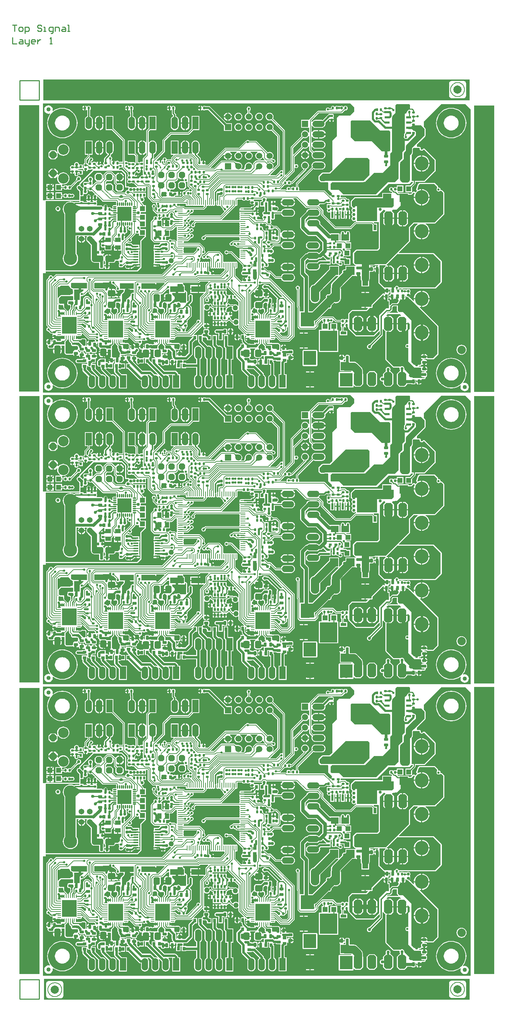
<source format=gtl>
G04 Layer_Physical_Order=1*
G04 Layer_Color=255*
%FSLAX24Y24*%
%MOIN*%
G70*
G01*
G75*
%ADD10C,0.0070*%
G04:AMPARAMS|DCode=11|XSize=78.7mil|YSize=78.7mil|CornerRadius=39.4mil|HoleSize=0mil|Usage=FLASHONLY|Rotation=90.000|XOffset=0mil|YOffset=0mil|HoleType=Round|Shape=RoundedRectangle|*
%AMROUNDEDRECTD11*
21,1,0.0787,0.0000,0,0,90.0*
21,1,0.0000,0.0787,0,0,90.0*
1,1,0.0787,0.0000,0.0000*
1,1,0.0787,0.0000,0.0000*
1,1,0.0787,0.0000,0.0000*
1,1,0.0787,0.0000,0.0000*
%
%ADD11ROUNDEDRECTD11*%
%ADD12C,0.0100*%
%ADD13C,0.0650*%
%ADD14C,0.0080*%
%ADD15R,0.0374X0.1063*%
G04:AMPARAMS|DCode=16|XSize=22mil|YSize=24mil|CornerRadius=4.4mil|HoleSize=0mil|Usage=FLASHONLY|Rotation=270.000|XOffset=0mil|YOffset=0mil|HoleType=Round|Shape=RoundedRectangle|*
%AMROUNDEDRECTD16*
21,1,0.0220,0.0152,0,0,270.0*
21,1,0.0132,0.0240,0,0,270.0*
1,1,0.0088,-0.0076,-0.0066*
1,1,0.0088,-0.0076,0.0066*
1,1,0.0088,0.0076,0.0066*
1,1,0.0088,0.0076,-0.0066*
%
%ADD16ROUNDEDRECTD16*%
G04:AMPARAMS|DCode=17|XSize=22mil|YSize=24mil|CornerRadius=4.4mil|HoleSize=0mil|Usage=FLASHONLY|Rotation=0.000|XOffset=0mil|YOffset=0mil|HoleType=Round|Shape=RoundedRectangle|*
%AMROUNDEDRECTD17*
21,1,0.0220,0.0152,0,0,0.0*
21,1,0.0132,0.0240,0,0,0.0*
1,1,0.0088,0.0066,-0.0076*
1,1,0.0088,-0.0066,-0.0076*
1,1,0.0088,-0.0066,0.0076*
1,1,0.0088,0.0066,0.0076*
%
%ADD17ROUNDEDRECTD17*%
%ADD18R,0.1063X0.0374*%
G04:AMPARAMS|DCode=19|XSize=29.1mil|YSize=39.4mil|CornerRadius=5.8mil|HoleSize=0mil|Usage=FLASHONLY|Rotation=90.000|XOffset=0mil|YOffset=0mil|HoleType=Round|Shape=RoundedRectangle|*
%AMROUNDEDRECTD19*
21,1,0.0291,0.0277,0,0,90.0*
21,1,0.0175,0.0394,0,0,90.0*
1,1,0.0117,0.0139,0.0087*
1,1,0.0117,0.0139,-0.0087*
1,1,0.0117,-0.0139,-0.0087*
1,1,0.0117,-0.0139,0.0087*
%
%ADD19ROUNDEDRECTD19*%
%ADD20R,0.0197X0.0217*%
%ADD21R,0.0217X0.0197*%
G04:AMPARAMS|DCode=22|XSize=23.6mil|YSize=24mil|CornerRadius=4.7mil|HoleSize=0mil|Usage=FLASHONLY|Rotation=90.000|XOffset=0mil|YOffset=0mil|HoleType=Round|Shape=RoundedRectangle|*
%AMROUNDEDRECTD22*
21,1,0.0236,0.0146,0,0,90.0*
21,1,0.0142,0.0240,0,0,90.0*
1,1,0.0094,0.0073,0.0071*
1,1,0.0094,0.0073,-0.0071*
1,1,0.0094,-0.0073,-0.0071*
1,1,0.0094,-0.0073,0.0071*
%
%ADD22ROUNDEDRECTD22*%
G04:AMPARAMS|DCode=23|XSize=11mil|YSize=31.5mil|CornerRadius=4.4mil|HoleSize=0mil|Usage=FLASHONLY|Rotation=180.000|XOffset=0mil|YOffset=0mil|HoleType=Round|Shape=RoundedRectangle|*
%AMROUNDEDRECTD23*
21,1,0.0110,0.0227,0,0,180.0*
21,1,0.0022,0.0315,0,0,180.0*
1,1,0.0088,-0.0011,0.0113*
1,1,0.0088,0.0011,0.0113*
1,1,0.0088,0.0011,-0.0113*
1,1,0.0088,-0.0011,-0.0113*
%
%ADD23ROUNDEDRECTD23*%
G04:AMPARAMS|DCode=24|XSize=11mil|YSize=31.5mil|CornerRadius=4.4mil|HoleSize=0mil|Usage=FLASHONLY|Rotation=270.000|XOffset=0mil|YOffset=0mil|HoleType=Round|Shape=RoundedRectangle|*
%AMROUNDEDRECTD24*
21,1,0.0110,0.0227,0,0,270.0*
21,1,0.0022,0.0315,0,0,270.0*
1,1,0.0088,-0.0113,-0.0011*
1,1,0.0088,-0.0113,0.0011*
1,1,0.0088,0.0113,0.0011*
1,1,0.0088,0.0113,-0.0011*
%
%ADD24ROUNDEDRECTD24*%
%ADD25R,0.1370X0.1370*%
%ADD26O,0.0512X0.0098*%
%ADD27O,0.0098X0.0512*%
%ADD28R,0.0346X0.0264*%
%ADD29R,0.0264X0.0346*%
%ADD30R,0.0280X0.0560*%
%ADD31R,0.1970X0.1700*%
%ADD32R,0.1700X0.1970*%
%ADD33R,0.0560X0.0280*%
G04:AMPARAMS|DCode=34|XSize=29.1mil|YSize=39.4mil|CornerRadius=5.8mil|HoleSize=0mil|Usage=FLASHONLY|Rotation=180.000|XOffset=0mil|YOffset=0mil|HoleType=Round|Shape=RoundedRectangle|*
%AMROUNDEDRECTD34*
21,1,0.0291,0.0277,0,0,180.0*
21,1,0.0175,0.0394,0,0,180.0*
1,1,0.0117,-0.0087,0.0139*
1,1,0.0117,0.0087,0.0139*
1,1,0.0117,0.0087,-0.0139*
1,1,0.0117,-0.0087,-0.0139*
%
%ADD34ROUNDEDRECTD34*%
%ADD35R,0.0551X0.1339*%
%ADD36R,0.1339X0.0551*%
G04:AMPARAMS|DCode=37|XSize=52mil|YSize=60mil|CornerRadius=13mil|HoleSize=0mil|Usage=FLASHONLY|Rotation=180.000|XOffset=0mil|YOffset=0mil|HoleType=Round|Shape=RoundedRectangle|*
%AMROUNDEDRECTD37*
21,1,0.0520,0.0340,0,0,180.0*
21,1,0.0260,0.0600,0,0,180.0*
1,1,0.0260,-0.0130,0.0170*
1,1,0.0260,0.0130,0.0170*
1,1,0.0260,0.0130,-0.0170*
1,1,0.0260,-0.0130,-0.0170*
%
%ADD37ROUNDEDRECTD37*%
G04:AMPARAMS|DCode=38|XSize=63mil|YSize=71mil|CornerRadius=15.8mil|HoleSize=0mil|Usage=FLASHONLY|Rotation=180.000|XOffset=0mil|YOffset=0mil|HoleType=Round|Shape=RoundedRectangle|*
%AMROUNDEDRECTD38*
21,1,0.0630,0.0395,0,0,180.0*
21,1,0.0315,0.0710,0,0,180.0*
1,1,0.0315,-0.0158,0.0198*
1,1,0.0315,0.0158,0.0198*
1,1,0.0315,0.0158,-0.0198*
1,1,0.0315,-0.0158,-0.0198*
%
%ADD38ROUNDEDRECTD38*%
G04:AMPARAMS|DCode=39|XSize=63mil|YSize=71mil|CornerRadius=15.8mil|HoleSize=0mil|Usage=FLASHONLY|Rotation=90.000|XOffset=0mil|YOffset=0mil|HoleType=Round|Shape=RoundedRectangle|*
%AMROUNDEDRECTD39*
21,1,0.0630,0.0395,0,0,90.0*
21,1,0.0315,0.0710,0,0,90.0*
1,1,0.0315,0.0198,0.0158*
1,1,0.0315,0.0198,-0.0158*
1,1,0.0315,-0.0198,-0.0158*
1,1,0.0315,-0.0198,0.0158*
%
%ADD39ROUNDEDRECTD39*%
%ADD40R,0.0200X0.0260*%
%ADD41R,0.0500X0.0150*%
G04:AMPARAMS|DCode=42|XSize=40mil|YSize=40mil|CornerRadius=20mil|HoleSize=0mil|Usage=FLASHONLY|Rotation=0.000|XOffset=0mil|YOffset=0mil|HoleType=Round|Shape=RoundedRectangle|*
%AMROUNDEDRECTD42*
21,1,0.0400,0.0000,0,0,0.0*
21,1,0.0000,0.0400,0,0,0.0*
1,1,0.0400,0.0000,0.0000*
1,1,0.0400,0.0000,0.0000*
1,1,0.0400,0.0000,0.0000*
1,1,0.0400,0.0000,0.0000*
%
%ADD42ROUNDEDRECTD42*%
%ADD43C,0.0600*%
%ADD44R,0.0240X0.0600*%
%ADD45R,0.0480X0.0480*%
%ADD46R,0.0543X0.0709*%
%ADD47R,0.0520X0.0420*%
%ADD48R,0.0236X0.0315*%
%ADD49R,0.0200X0.0280*%
%ADD50R,0.0790X0.0790*%
%ADD51R,0.1260X0.0630*%
%ADD52R,0.0240X0.0240*%
%ADD53R,0.0315X0.0236*%
%ADD54R,0.0480X0.0480*%
%ADD55R,0.0420X0.0520*%
G04:AMPARAMS|DCode=56|XSize=50mil|YSize=50mil|CornerRadius=25mil|HoleSize=0mil|Usage=FLASHONLY|Rotation=270.000|XOffset=0mil|YOffset=0mil|HoleType=Round|Shape=RoundedRectangle|*
%AMROUNDEDRECTD56*
21,1,0.0500,0.0000,0,0,270.0*
21,1,0.0000,0.0500,0,0,270.0*
1,1,0.0500,0.0000,0.0000*
1,1,0.0500,0.0000,0.0000*
1,1,0.0500,0.0000,0.0000*
1,1,0.0500,0.0000,0.0000*
%
%ADD56ROUNDEDRECTD56*%
%ADD57R,0.0709X0.0543*%
%ADD58R,0.1417X0.1614*%
%ADD59O,0.0098X0.0335*%
%ADD60O,0.0335X0.0098*%
%ADD61R,0.0280X0.0200*%
%ADD62R,0.0118X0.0177*%
%ADD63R,0.1378X0.1614*%
%ADD64R,0.0945X0.1220*%
%ADD65R,0.0492X0.0217*%
%ADD66R,0.0500X0.0830*%
%ADD67C,0.0600*%
%ADD68C,0.0060*%
%ADD69C,0.0150*%
%ADD70C,0.0220*%
%ADD71C,0.0200*%
%ADD72C,0.0110*%
%ADD73C,0.0120*%
%ADD74C,0.0750*%
%ADD75C,0.0300*%
%ADD76C,0.0330*%
%ADD77C,0.0270*%
%ADD78C,0.0360*%
%ADD79C,0.0340*%
%ADD80C,0.0250*%
%ADD81C,0.0240*%
%ADD82C,0.0115*%
%ADD83C,0.0095*%
%ADD84C,0.1000*%
%ADD85C,0.0280*%
%ADD86C,0.0160*%
%ADD87C,0.0350*%
%ADD88C,0.0500*%
%ADD89C,0.0320*%
%ADD90C,0.0700*%
%ADD91C,0.0090*%
%ADD92C,0.0230*%
%ADD93C,0.0180*%
%ADD94C,0.0140*%
%ADD95C,0.0400*%
%ADD96R,0.1320X0.1255*%
%ADD97R,0.1380X0.1160*%
%ADD98R,0.1230X0.1310*%
%ADD99R,0.1220X0.1330*%
%ADD100R,0.1230X0.1350*%
%ADD101R,0.1220X0.1340*%
%ADD102R,0.1280X0.1320*%
%ADD103R,0.1860X0.0783*%
%ADD104R,0.0591X0.0591*%
%ADD105O,0.1181X0.0591*%
%ADD106C,0.0591*%
%ADD107O,0.0600X0.1200*%
%ADD108R,0.0600X0.1200*%
%ADD109O,0.1300X0.1360*%
%ADD110R,0.0591X0.0591*%
%ADD111O,0.1200X0.0600*%
%ADD112O,0.0825X0.1650*%
%ADD113P,0.0671X8X22.5*%
%ADD114C,0.1305*%
%ADD115C,0.0540*%
%ADD116C,0.1000*%
%ADD117P,0.0758X8X292.5*%
%ADD118C,0.0800*%
G04:AMPARAMS|DCode=119|XSize=133mil|YSize=83mil|CornerRadius=0mil|HoleSize=0mil|Usage=FLASHONLY|Rotation=270.000|XOffset=0mil|YOffset=0mil|HoleType=Round|Shape=Octagon|*
%AMOCTAGOND119*
4,1,8,-0.0208,-0.0665,0.0208,-0.0665,0.0415,-0.0457,0.0415,0.0457,0.0208,0.0665,-0.0208,0.0665,-0.0415,0.0457,-0.0415,-0.0457,-0.0208,-0.0665,0.0*
%
%ADD119OCTAGOND119*%

%ADD120C,0.0290*%
%ADD121C,0.0220*%
%ADD122C,0.0300*%
%ADD123C,0.0320*%
G36*
X43681Y86683D02*
X2697D01*
Y88681D01*
X43681D01*
Y86683D01*
D02*
G37*
G36*
X32213Y86380D02*
X32599Y85994D01*
X32599Y85634D01*
X32179Y85214D01*
X31119Y85214D01*
X30919Y85014D01*
Y83254D01*
X30469Y82804D01*
Y80034D01*
X30306Y79870D01*
X30298D01*
Y79862D01*
X30206Y79771D01*
X29544D01*
X29505Y79763D01*
X29472Y79741D01*
X29167Y79436D01*
X29145Y79403D01*
X29137Y79364D01*
Y79094D01*
X29145Y79055D01*
X29167Y79022D01*
X29330Y78859D01*
X29331Y78858D01*
X29331Y78858D01*
X29347Y78847D01*
X29363Y78837D01*
X29364Y78837D01*
X29365Y78836D01*
X29383Y78833D01*
X29402Y78829D01*
X29403Y78829D01*
X29404Y78829D01*
X30034Y78841D01*
X30069Y78806D01*
Y78134D01*
X30460Y77743D01*
X30441Y77696D01*
X30302D01*
Y77545D01*
X30256Y77526D01*
X29779Y78003D01*
X29742Y78027D01*
X29699Y78036D01*
X29699Y78036D01*
X27304D01*
X27274Y78086D01*
X27281Y78118D01*
Y78270D01*
X27271Y78318D01*
X27244Y78359D01*
X27203Y78386D01*
X27201Y78387D01*
Y78656D01*
X28666Y80122D01*
X28677Y80113D01*
X28768Y80075D01*
X28866Y80062D01*
X29457D01*
X29555Y80075D01*
X29646Y80113D01*
X29724Y80173D01*
X29785Y80251D01*
X29822Y80343D01*
X29835Y80441D01*
X29822Y80539D01*
X29785Y80630D01*
X29724Y80708D01*
X29646Y80769D01*
X29555Y80806D01*
X29457Y80819D01*
X28866D01*
X28768Y80806D01*
X28677Y80769D01*
X28599Y80708D01*
X28538Y80630D01*
X28501Y80539D01*
X28488Y80441D01*
X28501Y80343D01*
X28521Y80294D01*
X27009Y78782D01*
X26985Y78746D01*
X26976Y78703D01*
X26976Y78703D01*
Y78387D01*
X26974Y78386D01*
X26933Y78359D01*
X26929Y78353D01*
X26869D01*
X26865Y78359D01*
X26824Y78386D01*
X26775Y78396D01*
X26643D01*
X26595Y78386D01*
X26554Y78359D01*
X26527Y78318D01*
X26524Y78306D01*
X26423D01*
X26406Y78331D01*
X26344Y78373D01*
X26269Y78387D01*
X26195Y78373D01*
X26132Y78331D01*
X26090Y78268D01*
X26076Y78194D01*
X26090Y78119D01*
X26106Y78097D01*
X26067Y78065D01*
X26049Y78083D01*
X26012Y78107D01*
X25969Y78116D01*
X25969Y78116D01*
X25514D01*
X25511Y78121D01*
X25496Y78166D01*
X25839Y78509D01*
X25839Y78509D01*
X25848Y78523D01*
X25897Y78571D01*
X26006D01*
X26055Y78581D01*
X26096Y78608D01*
X26100Y78614D01*
X26160D01*
X26164Y78608D01*
X26205Y78581D01*
X26253Y78571D01*
X26385D01*
X26434Y78581D01*
X26475Y78608D01*
X26502Y78649D01*
X26505Y78661D01*
X26586D01*
X26586Y78661D01*
X26629Y78670D01*
X26666Y78694D01*
X27946Y79974D01*
X27946Y79974D01*
X27970Y80011D01*
X27978Y80054D01*
Y80081D01*
X28055Y80113D01*
X28134Y80173D01*
X28194Y80251D01*
X28232Y80343D01*
X28245Y80441D01*
X28232Y80539D01*
X28194Y80630D01*
X28134Y80708D01*
X28055Y80769D01*
X27964Y80806D01*
X27866Y80819D01*
X27768Y80806D01*
X27677Y80769D01*
X27599Y80708D01*
X27538Y80630D01*
X27501Y80539D01*
X27488Y80441D01*
X27501Y80343D01*
X27538Y80251D01*
X27599Y80173D01*
X27677Y80113D01*
X27699Y80104D01*
X27709Y80055D01*
X26553Y78899D01*
X26533Y78899D01*
X26498Y78905D01*
X26475Y78939D01*
X26434Y78966D01*
X26385Y78976D01*
X26253D01*
X26205Y78966D01*
X26164Y78939D01*
X26160Y78933D01*
X26100D01*
X26096Y78939D01*
X26055Y78966D01*
X26011Y78975D01*
X25998Y78997D01*
X25987Y79022D01*
X26819Y79853D01*
X26819Y79853D01*
X26843Y79889D01*
X26852Y79932D01*
Y80190D01*
X26902Y80217D01*
X26935Y80195D01*
X27009Y80180D01*
X27083Y80195D01*
X27146Y80237D01*
X27188Y80299D01*
X27203Y80374D01*
X27188Y80448D01*
X27146Y80511D01*
X27083Y80553D01*
X27009Y80567D01*
X26935Y80553D01*
X26902Y80530D01*
X26852Y80557D01*
Y81267D01*
X27691Y82107D01*
X27768Y82075D01*
X27866Y82062D01*
X27964Y82075D01*
X28055Y82113D01*
X28134Y82173D01*
X28194Y82251D01*
X28207Y82283D01*
X28257Y82273D01*
Y81938D01*
X28257Y81938D01*
X28266Y81895D01*
X28290Y81858D01*
X28533Y81616D01*
X28501Y81539D01*
X28488Y81441D01*
X28501Y81343D01*
X28538Y81251D01*
X28599Y81173D01*
X28677Y81113D01*
X28768Y81075D01*
X28866Y81062D01*
X29457D01*
X29555Y81075D01*
X29646Y81113D01*
X29724Y81173D01*
X29785Y81251D01*
X29822Y81343D01*
X29835Y81441D01*
X29822Y81539D01*
X29785Y81630D01*
X29724Y81708D01*
X29646Y81769D01*
X29555Y81806D01*
X29457Y81819D01*
X28866D01*
X28768Y81806D01*
X28691Y81774D01*
X28482Y81984D01*
Y82258D01*
X28532Y82268D01*
X28538Y82251D01*
X28599Y82173D01*
X28677Y82113D01*
X28768Y82075D01*
X28866Y82062D01*
X29457D01*
X29555Y82075D01*
X29646Y82113D01*
X29724Y82173D01*
X29785Y82251D01*
X29822Y82343D01*
X29835Y82441D01*
X29822Y82539D01*
X29785Y82630D01*
X29724Y82708D01*
X29646Y82769D01*
X29555Y82806D01*
X29457Y82819D01*
X28866D01*
X28768Y82806D01*
X28677Y82769D01*
X28599Y82708D01*
X28538Y82630D01*
X28532Y82613D01*
X28482Y82623D01*
Y83211D01*
X28532Y83228D01*
X28584Y83159D01*
X28667Y83095D01*
X28763Y83056D01*
X28866Y83042D01*
X29111D01*
Y83441D01*
Y83839D01*
X28866D01*
X28763Y83826D01*
X28667Y83786D01*
X28584Y83723D01*
X28532Y83654D01*
X28482Y83671D01*
Y84258D01*
X28532Y84268D01*
X28538Y84251D01*
X28599Y84173D01*
X28677Y84113D01*
X28768Y84075D01*
X28866Y84062D01*
X29457D01*
X29555Y84075D01*
X29646Y84113D01*
X29724Y84173D01*
X29785Y84251D01*
X29822Y84343D01*
X29835Y84441D01*
X29822Y84539D01*
X29814Y84559D01*
X30137Y84881D01*
X30148Y84877D01*
X30409D01*
X30632D01*
Y84893D01*
X30621Y84949D01*
X30589Y84996D01*
X30575Y85006D01*
Y85048D01*
X30602Y85089D01*
X30612Y85138D01*
Y85270D01*
X30602Y85318D01*
X30575Y85359D01*
X30534Y85386D01*
X30485Y85396D01*
X30333D01*
X30289Y85387D01*
X30199D01*
X30129Y85373D01*
X30070Y85333D01*
X29544Y84808D01*
X29457Y84819D01*
X28866D01*
X28768Y84806D01*
X28677Y84769D01*
X28599Y84708D01*
X28538Y84630D01*
X28532Y84613D01*
X28482Y84623D01*
Y84757D01*
X29176Y85451D01*
X31368D01*
X31368Y85451D01*
X31411Y85460D01*
X31448Y85484D01*
X31705Y85741D01*
X31814D01*
X31863Y85751D01*
X31904Y85778D01*
X31931Y85819D01*
X31941Y85868D01*
Y86020D01*
X31931Y86068D01*
X31904Y86109D01*
X31863Y86136D01*
X31814Y86146D01*
X31682D01*
X31634Y86136D01*
X31593Y86109D01*
X31589Y86103D01*
X31529D01*
X31525Y86109D01*
X31484Y86136D01*
X31435Y86146D01*
X31303D01*
X31255Y86136D01*
X31226Y86117D01*
X31203Y86133D01*
X31129Y86147D01*
X31055Y86133D01*
X31042Y86124D01*
X31024Y86136D01*
X30975Y86146D01*
X30843D01*
X30795Y86136D01*
X30754Y86109D01*
X30750Y86103D01*
X30690D01*
X30686Y86109D01*
X30645Y86136D01*
X30596Y86146D01*
X30464D01*
X30416Y86136D01*
X30375Y86109D01*
X30348Y86068D01*
X30338Y86020D01*
Y85926D01*
X30203D01*
X30186Y85951D01*
X30124Y85993D01*
X30049Y86007D01*
X29975Y85993D01*
X29912Y85951D01*
X29870Y85888D01*
X29856Y85814D01*
X29870Y85739D01*
X29880Y85726D01*
X29853Y85676D01*
X29129D01*
X29086Y85667D01*
X29050Y85643D01*
X29050Y85643D01*
X28290Y84883D01*
X28271Y84854D01*
X28263Y84845D01*
X28231Y84816D01*
X28212Y84816D01*
X27491D01*
Y84065D01*
X28207D01*
X28241Y84065D01*
X28257Y84022D01*
Y83608D01*
X28207Y83598D01*
X28194Y83630D01*
X28134Y83708D01*
X28055Y83769D01*
X27964Y83806D01*
X27866Y83819D01*
X27768Y83806D01*
X27677Y83769D01*
X27599Y83708D01*
X27538Y83630D01*
X27501Y83539D01*
X27488Y83441D01*
X27501Y83343D01*
X27533Y83266D01*
X26510Y82243D01*
X26486Y82207D01*
X26477Y82164D01*
X26477Y82164D01*
Y80027D01*
X25980Y79530D01*
X25934Y79549D01*
Y83741D01*
X25934Y83741D01*
X25926Y83784D01*
X25901Y83820D01*
X25901Y83820D01*
X24773Y84949D01*
X24805Y85026D01*
X24818Y85124D01*
X24805Y85222D01*
X24767Y85313D01*
X24707Y85391D01*
X24629Y85451D01*
X24537Y85489D01*
X24439Y85502D01*
X24341Y85489D01*
X24250Y85451D01*
X24172Y85391D01*
X24112Y85313D01*
X24074Y85222D01*
X24061Y85124D01*
X24074Y85026D01*
X24112Y84934D01*
X24172Y84856D01*
X24250Y84796D01*
X24341Y84758D01*
X24439Y84745D01*
X24537Y84758D01*
X24614Y84790D01*
X25710Y83695D01*
Y80004D01*
X25660Y79975D01*
X25599Y79987D01*
X25525Y79973D01*
X25462Y79931D01*
X25420Y79868D01*
X25414Y79837D01*
X25065Y79488D01*
X25004D01*
X25004Y79488D01*
X24991Y79486D01*
X24525D01*
X24506Y79532D01*
X25385Y80410D01*
X25385Y80410D01*
X25409Y80447D01*
X25417Y80490D01*
X25417Y80490D01*
Y83258D01*
X25417Y83258D01*
X25409Y83301D01*
X25385Y83337D01*
X24773Y83949D01*
X24805Y84026D01*
X24818Y84124D01*
X24805Y84222D01*
X24767Y84313D01*
X24707Y84391D01*
X24629Y84451D01*
X24537Y84489D01*
X24439Y84502D01*
X24341Y84489D01*
X24250Y84451D01*
X24172Y84391D01*
X24112Y84313D01*
X24074Y84222D01*
X24061Y84124D01*
X24074Y84026D01*
X24112Y83934D01*
X24172Y83856D01*
X24250Y83796D01*
X24341Y83758D01*
X24439Y83745D01*
X24537Y83758D01*
X24614Y83790D01*
X25193Y83211D01*
Y80536D01*
X24793Y80136D01*
X24755Y80169D01*
X24767Y80184D01*
X24805Y80276D01*
X24818Y80374D01*
X24805Y80472D01*
X24767Y80563D01*
X24707Y80641D01*
X24629Y80701D01*
X24537Y80739D01*
X24439Y80752D01*
X24341Y80739D01*
X24264Y80707D01*
X24180Y80791D01*
X24201Y80841D01*
X24630D01*
X24640Y80789D01*
X24682Y80727D01*
X24745Y80685D01*
X24819Y80670D01*
X24894Y80685D01*
X24956Y80727D01*
X24998Y80789D01*
X25013Y80864D01*
X24998Y80938D01*
X24956Y81001D01*
X24894Y81043D01*
X24819Y81057D01*
X24783Y81050D01*
X24772Y81057D01*
X24735Y81065D01*
X24725Y81079D01*
X24715Y81116D01*
X24767Y81184D01*
X24805Y81276D01*
X24818Y81374D01*
X24805Y81472D01*
X24767Y81563D01*
X24707Y81641D01*
X24629Y81701D01*
X24537Y81739D01*
X24439Y81752D01*
X24341Y81739D01*
X24264Y81707D01*
X23209Y82763D01*
X23172Y82787D01*
X23129Y82796D01*
X23129Y82796D01*
X22493D01*
X22476Y82821D01*
X22413Y82863D01*
X22339Y82877D01*
X22265Y82863D01*
X22202Y82821D01*
X22186Y82796D01*
X22144Y82787D01*
X22108Y82763D01*
X22108Y82763D01*
X21483Y82138D01*
X20192D01*
X20192Y82138D01*
X20149Y82130D01*
X20113Y82105D01*
X18503Y80496D01*
X18294D01*
X18267Y80546D01*
X18271Y80551D01*
X18282Y80608D01*
Y80634D01*
X18069D01*
Y80684D01*
X18019D01*
Y80906D01*
X18003D01*
X17947Y80895D01*
X17900Y80863D01*
X17890Y80849D01*
X17848D01*
X17835Y80857D01*
Y81091D01*
X17835Y81091D01*
X17824Y81145D01*
X17793Y81192D01*
X17793Y81192D01*
X17516Y81469D01*
X17528Y81528D01*
X17592Y81577D01*
X17653Y81657D01*
X17692Y81749D01*
X17705Y81848D01*
Y82448D01*
X17692Y82547D01*
X17653Y82640D01*
X17592Y82719D01*
X17513Y82780D01*
X17421Y82818D01*
X17321Y82831D01*
X17222Y82818D01*
X17130Y82780D01*
X17050Y82719D01*
X16989Y82640D01*
X16951Y82547D01*
X16938Y82448D01*
Y81848D01*
X16951Y81749D01*
X16989Y81657D01*
X17021Y81616D01*
X16996Y81566D01*
X16672D01*
X16647Y81616D01*
X16671Y81646D01*
X16711Y81744D01*
X16725Y81848D01*
Y82098D01*
X16321D01*
X15918D01*
Y81848D01*
X15932Y81744D01*
X15972Y81646D01*
X16019Y81586D01*
X15994Y81536D01*
X15701D01*
Y82828D01*
X14941D01*
Y81468D01*
X15201D01*
X15220Y81422D01*
X15010Y81212D01*
X14986Y81176D01*
X14977Y81133D01*
X14977Y81133D01*
Y81046D01*
X14936Y81018D01*
X14927Y81017D01*
X14889Y81024D01*
X14889Y81024D01*
X14610D01*
X14610Y81024D01*
X14592Y81021D01*
X14540Y81048D01*
X14535Y81055D01*
X14528Y81088D01*
X14486Y81151D01*
X14424Y81193D01*
X14349Y81207D01*
X14275Y81193D01*
X14212Y81151D01*
X14170Y81088D01*
X14156Y81014D01*
X14161Y80988D01*
X14145Y80969D01*
X14100Y80958D01*
Y80958D01*
X13991D01*
Y80769D01*
X13891D01*
Y80958D01*
X13782D01*
Y80863D01*
X13732Y80848D01*
X13725Y80859D01*
X13684Y80886D01*
X13635Y80896D01*
X13568D01*
X13549Y80942D01*
X14345Y81738D01*
X14370Y81776D01*
X14379Y81821D01*
Y82795D01*
X14990Y83406D01*
X16649D01*
X16694Y83415D01*
X16732Y83441D01*
X17122Y83830D01*
X17701D01*
Y85190D01*
X16941D01*
Y83981D01*
X16601Y83641D01*
X14942D01*
X14897Y83632D01*
X14859Y83607D01*
X14179Y82927D01*
X14153Y82888D01*
X14145Y82844D01*
Y81869D01*
X13334Y81059D01*
X13295Y81091D01*
X13319Y81127D01*
X13330Y81182D01*
X13330Y81182D01*
Y81496D01*
X13379Y81516D01*
X13459Y81577D01*
X13519Y81657D01*
X13558Y81749D01*
X13571Y81848D01*
Y82448D01*
X13558Y82547D01*
X13519Y82640D01*
X13459Y82719D01*
X13379Y82780D01*
X13287Y82818D01*
X13188Y82831D01*
X13088Y82818D01*
X12996Y82780D01*
X12917Y82719D01*
X12869Y82658D01*
X12819Y82674D01*
Y83680D01*
X12970Y83830D01*
X13568D01*
Y85190D01*
X12808D01*
Y84014D01*
X12610Y83817D01*
X12584Y83777D01*
X12574Y83730D01*
Y82683D01*
X12524Y82666D01*
X12473Y82733D01*
X12389Y82798D01*
X12292Y82838D01*
X12238Y82845D01*
Y82148D01*
Y81451D01*
X12292Y81458D01*
X12389Y81499D01*
X12473Y81563D01*
X12524Y81630D01*
X12574Y81613D01*
Y81458D01*
X12303Y81187D01*
X12276Y81147D01*
X12267Y81100D01*
Y80827D01*
X12217Y80786D01*
X12215Y80786D01*
X12063D01*
X12015Y80776D01*
X11974Y80749D01*
X11958Y80725D01*
X11904Y80723D01*
X11902Y80724D01*
X11899Y80729D01*
X11858Y80757D01*
X11809Y80766D01*
X11785D01*
Y81378D01*
X11785Y81378D01*
X11777Y81421D01*
X11753Y81457D01*
X11753Y81457D01*
X11568Y81642D01*
Y82828D01*
X10808D01*
Y81468D01*
X11424D01*
X11561Y81332D01*
Y80719D01*
X11553Y80707D01*
X11497Y80705D01*
X11496Y80706D01*
X11483Y80726D01*
X11442Y80754D01*
X11393Y80763D01*
X11241D01*
X11193Y80754D01*
X11183Y80747D01*
X11133Y80759D01*
Y80759D01*
X11133Y80759D01*
X10878D01*
X10869Y80766D01*
X10862Y80768D01*
X10854Y80771D01*
X10842Y80772D01*
X10836Y80774D01*
X10834Y80778D01*
X10821Y80792D01*
X10809Y80806D01*
X10808Y80807D01*
X10807Y80808D01*
X10790Y80816D01*
X10774Y80824D01*
X10772Y80824D01*
X10771Y80825D01*
X10764Y80825D01*
X10724Y80853D01*
X10649Y80867D01*
X10585Y80855D01*
X10535Y80882D01*
Y82844D01*
X10535Y82844D01*
X10527Y82887D01*
X10503Y82924D01*
X10503Y82924D01*
X9434Y83993D01*
Y85190D01*
X8674D01*
Y83830D01*
X9279D01*
X10311Y82798D01*
Y80786D01*
X9995D01*
X9992Y80798D01*
X9965Y80839D01*
X9924Y80866D01*
X9875Y80876D01*
X9743D01*
X9695Y80866D01*
X9654Y80839D01*
X9612D01*
X9602Y80853D01*
X9555Y80885D01*
X9498Y80896D01*
X9482D01*
Y80674D01*
X9382D01*
Y80896D01*
X9366D01*
X9310Y80885D01*
X9278Y80864D01*
X9275Y80865D01*
X9261Y80878D01*
X9240Y80904D01*
X9244Y80921D01*
X9248Y80938D01*
X9248Y80942D01*
X9248Y80943D01*
X9249Y80944D01*
X9250Y80947D01*
X9252Y80950D01*
X9255Y80954D01*
X9259Y80959D01*
X9266Y80966D01*
X9277Y80982D01*
X9287Y80998D01*
X9287Y80998D01*
X9288Y80999D01*
X9291Y81018D01*
X9295Y81037D01*
X9295Y81037D01*
X9295Y81038D01*
X9294Y81040D01*
X9295Y81041D01*
X9310Y81115D01*
X9295Y81189D01*
X9253Y81252D01*
X9190Y81294D01*
X9168Y81298D01*
X9163Y81315D01*
X9158Y81352D01*
X9186Y81393D01*
X9196Y81448D01*
X9196Y81448D01*
Y81496D01*
X9245Y81516D01*
X9325Y81577D01*
X9386Y81657D01*
X9424Y81749D01*
X9437Y81848D01*
Y82448D01*
X9424Y82547D01*
X9386Y82640D01*
X9325Y82719D01*
X9245Y82780D01*
X9153Y82818D01*
X9054Y82831D01*
X8954Y82818D01*
X8862Y82780D01*
X8783Y82719D01*
X8722Y82640D01*
X8683Y82547D01*
X8670Y82448D01*
Y81848D01*
X8683Y81749D01*
X8722Y81657D01*
X8783Y81577D01*
X8855Y81522D01*
X8869Y81482D01*
X8872Y81468D01*
X8568Y81165D01*
X8537Y81118D01*
X8527Y81064D01*
X8527Y81064D01*
Y80821D01*
X8504Y80806D01*
X8477Y80765D01*
X8467Y80717D01*
Y80585D01*
X8477Y80536D01*
X8504Y80495D01*
Y80488D01*
X8474Y80460D01*
X8417Y80465D01*
X8406Y80481D01*
X8343Y80523D01*
X8269Y80537D01*
X8256Y80535D01*
X8237Y80551D01*
X8019D01*
Y80601D01*
X7969D01*
Y80809D01*
X7821D01*
Y80712D01*
X7771Y80706D01*
X7744Y80747D01*
X7703Y80775D01*
X7654Y80784D01*
X7502D01*
X7454Y80775D01*
X7413Y80747D01*
X7400Y80728D01*
X7343D01*
X7330Y80747D01*
X7298Y80769D01*
Y80824D01*
X7354Y80835D01*
X7416Y80877D01*
X7458Y80939D01*
X7473Y81014D01*
X7458Y81088D01*
X7416Y81151D01*
X7354Y81193D01*
X7279Y81207D01*
X7205Y81193D01*
X7142Y81151D01*
X7100Y81088D01*
X7086Y81014D01*
X7087Y81008D01*
X7071Y80993D01*
X7042Y80950D01*
X7032Y80899D01*
Y80769D01*
X7000Y80747D01*
X6972Y80706D01*
X6963Y80658D01*
Y80646D01*
X6925Y80632D01*
X6913Y80629D01*
X6874Y80655D01*
X6862Y80657D01*
Y80967D01*
X7133Y81239D01*
X7133Y81239D01*
X7157Y81275D01*
X7166Y81318D01*
Y81468D01*
X7434D01*
Y82828D01*
X6674D01*
Y81468D01*
X6942D01*
Y81364D01*
X6670Y81093D01*
X6646Y81057D01*
X6637Y81014D01*
X6637Y81014D01*
Y80657D01*
X6625Y80655D01*
X6584Y80628D01*
X6557Y80587D01*
X6547Y80538D01*
Y80406D01*
X6557Y80358D01*
X6584Y80317D01*
Y80275D01*
X6570Y80265D01*
X6538Y80217D01*
X6529Y80175D01*
X6479Y80180D01*
Y80539D01*
X6160D01*
X6119Y80539D01*
X6104Y80583D01*
X6096Y80623D01*
X6045Y80699D01*
X5969Y80750D01*
X5879Y80768D01*
X5790Y80750D01*
X5714Y80699D01*
X5663Y80623D01*
X5645Y80534D01*
X5662Y80448D01*
X5653Y80437D01*
X5622Y80414D01*
X5594Y80433D01*
X5545Y80443D01*
X5393D01*
X5345Y80433D01*
X5304Y80406D01*
X5277Y80365D01*
X5267Y80317D01*
Y80185D01*
X5277Y80136D01*
X5304Y80095D01*
Y80053D01*
X5290Y80043D01*
X5258Y79996D01*
X5247Y79940D01*
Y79924D01*
X5276D01*
Y79979D01*
X5291Y79964D01*
X5319Y79940D01*
X5333Y79931D01*
X5344Y79924D01*
X5469D01*
Y79874D01*
X5519D01*
Y79661D01*
X5545D01*
X5602Y79672D01*
X5645Y79701D01*
X5673Y79693D01*
X5693Y79680D01*
X5678Y79606D01*
X5693Y79532D01*
X5735Y79469D01*
X5798Y79427D01*
X5872Y79412D01*
X5946Y79427D01*
X6009Y79469D01*
X6051Y79532D01*
X6066Y79606D01*
X6051Y79680D01*
X6051Y79681D01*
X6050Y79682D01*
X6051Y79685D01*
X6047Y79702D01*
X6046Y79708D01*
X6081Y79747D01*
X6119Y79741D01*
Y79548D01*
X6479D01*
Y79988D01*
X6264D01*
X6229Y80012D01*
X6178Y80022D01*
X6050D01*
X6045Y80029D01*
X6039Y80033D01*
Y80093D01*
X6045Y80097D01*
X6072Y80138D01*
X6119Y80126D01*
Y80099D01*
X6477D01*
X6479Y80099D01*
X6527Y80092D01*
Y80029D01*
X6538Y79973D01*
X6570Y79925D01*
X6617Y79893D01*
X6673Y79882D01*
X6699D01*
Y80095D01*
X6799D01*
Y79882D01*
X6825D01*
X6882Y79893D01*
X6929Y79925D01*
X6961Y79973D01*
X6970Y80018D01*
X6999Y80036D01*
X7022Y80042D01*
X7041Y80030D01*
X7089Y80020D01*
X7241D01*
X7289Y80030D01*
X7330Y80057D01*
X7343Y80076D01*
X7400D01*
X7413Y80057D01*
X7425Y80049D01*
X7429Y80043D01*
X7432Y79987D01*
X6180Y78736D01*
X6158Y78703D01*
X6151Y78664D01*
X6158Y78625D01*
X6160Y78622D01*
Y78599D01*
X6122Y78568D01*
X6119Y78568D01*
X6030Y78550D01*
X5954Y78499D01*
X5903Y78423D01*
X5885Y78334D01*
X5903Y78244D01*
X5954Y78168D01*
X6121Y78000D01*
X6124Y77984D01*
X6137Y77965D01*
Y77709D01*
X6141Y77690D01*
Y77509D01*
X6160D01*
Y77148D01*
X6141Y77132D01*
X2926D01*
X2887Y77124D01*
X2860Y77106D01*
X2641D01*
Y86380D01*
X32213Y86380D01*
D02*
G37*
G36*
X28257Y83273D02*
Y82608D01*
X28207Y82598D01*
X28194Y82630D01*
X28134Y82708D01*
X28055Y82769D01*
X27964Y82806D01*
X27866Y82819D01*
X27768Y82806D01*
X27677Y82769D01*
X27599Y82708D01*
X27538Y82630D01*
X27501Y82539D01*
X27488Y82441D01*
X27501Y82343D01*
X27533Y82266D01*
X26748Y81481D01*
X26702Y81500D01*
Y82117D01*
X27691Y83107D01*
X27768Y83075D01*
X27866Y83062D01*
X27964Y83075D01*
X28055Y83113D01*
X28134Y83173D01*
X28194Y83251D01*
X28207Y83283D01*
X28257Y83273D01*
D02*
G37*
G36*
X39339Y83964D02*
X39339Y83314D01*
X38839Y82814D01*
X38599Y82994D01*
Y83474D01*
X38502Y83571D01*
Y83641D01*
X38492Y83689D01*
X38465Y83731D01*
X38424Y83758D01*
X38375Y83768D01*
X38305D01*
X38069Y84004D01*
Y84164D01*
X38199Y84294D01*
X39009D01*
X39339Y83964D01*
D02*
G37*
G36*
X35059Y83794D02*
X35939D01*
X36039Y83694D01*
Y81864D01*
X35959Y81784D01*
X35249D01*
X34289Y82744D01*
X32639D01*
X32249Y83134D01*
Y84684D01*
X32309Y84744D01*
X34109D01*
X35059Y83794D01*
D02*
G37*
G36*
X23280Y81714D02*
X23250Y81701D01*
X23172Y81641D01*
X23112Y81563D01*
X23074Y81472D01*
X23061Y81374D01*
X23074Y81276D01*
X23112Y81184D01*
X23172Y81106D01*
X23250Y81046D01*
X23341Y81008D01*
X23439Y80995D01*
X23537Y81008D01*
X23629Y81046D01*
X23707Y81106D01*
X23762Y81177D01*
X23792Y81184D01*
X23821Y81184D01*
X23830Y81174D01*
X23838Y81131D01*
X23863Y81094D01*
X23991Y80966D01*
X23970Y80916D01*
X23179D01*
X23179Y80916D01*
X23136Y80907D01*
X23100Y80883D01*
X22880Y80663D01*
X22856Y80627D01*
X22847Y80584D01*
X22847Y80584D01*
Y80500D01*
X22797Y80490D01*
X22767Y80563D01*
X22707Y80641D01*
X22629Y80701D01*
X22537Y80739D01*
X22439Y80752D01*
X22341Y80739D01*
X22250Y80701D01*
X22172Y80641D01*
X22112Y80563D01*
X22074Y80472D01*
X22069Y80439D01*
X22061Y80426D01*
X22050Y80410D01*
X22050Y80410D01*
X22050Y80410D01*
X22046Y80390D01*
X22042Y80371D01*
X22042Y80325D01*
X22041Y80285D01*
X22035Y80215D01*
X22030Y80189D01*
X22025Y80167D01*
X22020Y80150D01*
X22016Y80139D01*
X22013Y80134D01*
X22006Y80127D01*
X21999Y80113D01*
X21991Y80101D01*
X21990Y80096D01*
X21988Y80092D01*
X21987Y80080D01*
X21751D01*
X21726Y80131D01*
X21767Y80184D01*
X21805Y80276D01*
X21818Y80374D01*
X21805Y80472D01*
X21767Y80563D01*
X21707Y80641D01*
X21629Y80701D01*
X21537Y80739D01*
X21505Y80744D01*
X21492Y80752D01*
X21476Y80763D01*
X21476Y80763D01*
X21475Y80763D01*
X21456Y80767D01*
X21437Y80771D01*
X21391Y80771D01*
X21351Y80772D01*
X21281Y80778D01*
X21255Y80783D01*
X21233Y80788D01*
X21216Y80793D01*
X21205Y80797D01*
X21200Y80800D01*
X21192Y80807D01*
X21179Y80814D01*
X21167Y80822D01*
X21162Y80823D01*
X21157Y80825D01*
X21145Y80827D01*
X21099Y80873D01*
X21062Y80897D01*
X21019Y80906D01*
X21019Y80906D01*
X19829D01*
X19829Y80906D01*
X19786Y80897D01*
X19750Y80873D01*
X19750Y80873D01*
X19073Y80196D01*
X18815D01*
X18796Y80242D01*
X20000Y81445D01*
X20044Y81424D01*
X20831D01*
X20824Y81477D01*
X20785Y81573D01*
X20721Y81656D01*
X20645Y81714D01*
X20647Y81737D01*
X20659Y81764D01*
X21270D01*
X21280Y81714D01*
X21250Y81701D01*
X21172Y81641D01*
X21112Y81563D01*
X21074Y81472D01*
X21061Y81374D01*
X21074Y81276D01*
X21112Y81184D01*
X21172Y81106D01*
X21250Y81046D01*
X21341Y81008D01*
X21439Y80995D01*
X21537Y81008D01*
X21629Y81046D01*
X21707Y81106D01*
X21767Y81184D01*
X21805Y81276D01*
X21818Y81374D01*
X21805Y81472D01*
X21767Y81563D01*
X21707Y81641D01*
X21629Y81701D01*
X21598Y81714D01*
X21608Y81764D01*
X22271D01*
X22280Y81714D01*
X22250Y81701D01*
X22172Y81641D01*
X22112Y81563D01*
X22074Y81472D01*
X22061Y81374D01*
X22074Y81276D01*
X22112Y81184D01*
X22172Y81106D01*
X22250Y81046D01*
X22341Y81008D01*
X22439Y80995D01*
X22537Y81008D01*
X22629Y81046D01*
X22707Y81106D01*
X22767Y81184D01*
X22805Y81276D01*
X22818Y81374D01*
X22805Y81472D01*
X22767Y81563D01*
X22707Y81641D01*
X22629Y81701D01*
X22598Y81714D01*
X22608Y81764D01*
X23270D01*
X23280Y81714D01*
D02*
G37*
G36*
X9184Y81027D02*
X9176Y81018D01*
X9169Y81009D01*
X9163Y81000D01*
X9158Y80990D01*
X9154Y80981D01*
X9150Y80972D01*
X9148Y80962D01*
X9146Y80953D01*
X9146Y80943D01*
X9086D01*
X9086Y80953D01*
X9084Y80962D01*
X9082Y80972D01*
X9078Y80981D01*
X9074Y80990D01*
X9069Y81000D01*
X9063Y81009D01*
X9056Y81018D01*
X9048Y81027D01*
X9039Y81037D01*
X9193D01*
X9184Y81027D01*
D02*
G37*
G36*
X10752Y80716D02*
X10758Y80707D01*
X10765Y80699D01*
X10772Y80693D01*
X10780Y80687D01*
X10788Y80682D01*
X10797Y80678D01*
X10806Y80676D01*
X10815Y80674D01*
X10825Y80674D01*
X10808Y80614D01*
X10799Y80613D01*
X10790Y80612D01*
X10781Y80610D01*
X10771Y80608D01*
X10761Y80605D01*
X10739Y80596D01*
X10728Y80591D01*
X10704Y80578D01*
X10746Y80726D01*
X10752Y80716D01*
D02*
G37*
G36*
X21142Y80716D02*
X21160Y80706D01*
X21181Y80697D01*
X21206Y80689D01*
X21236Y80682D01*
X21268Y80677D01*
X21345Y80670D01*
X21389Y80669D01*
X21436Y80669D01*
X21144Y80377D01*
X21144Y80424D01*
X21136Y80545D01*
X21131Y80577D01*
X21124Y80606D01*
X21116Y80632D01*
X21107Y80653D01*
X21097Y80671D01*
X21085Y80685D01*
X21128Y80728D01*
X21142Y80716D01*
D02*
G37*
G36*
X10029Y80341D02*
X10024Y80347D01*
X10019Y80353D01*
X10013Y80358D01*
X10006Y80362D01*
X9999Y80366D01*
X9992Y80368D01*
X9984Y80371D01*
X9975Y80372D01*
X9966Y80373D01*
X9956Y80374D01*
Y80434D01*
X9966Y80434D01*
X9975Y80435D01*
X9984Y80437D01*
X9992Y80439D01*
X9999Y80442D01*
X10006Y80445D01*
X10013Y80449D01*
X10019Y80454D01*
X10024Y80460D01*
X10029Y80466D01*
Y80341D01*
D02*
G37*
G36*
X5970Y80412D02*
X5946Y80384D01*
X5936Y80370D01*
X5928Y80357D01*
X5921Y80344D01*
X5916Y80332D01*
X5912Y80320D01*
X5910Y80308D01*
X5909Y80297D01*
X5849D01*
X5849Y80308D01*
X5846Y80320D01*
X5843Y80332D01*
X5837Y80344D01*
X5831Y80357D01*
X5822Y80370D01*
X5813Y80384D01*
X5801Y80398D01*
X5774Y80427D01*
X5984D01*
X5970Y80412D01*
D02*
G37*
G36*
X10311Y80259D02*
Y80233D01*
X10311Y80233D01*
X10320Y80190D01*
X10344Y80154D01*
X10769Y79729D01*
Y79619D01*
X10779Y79570D01*
X10806Y79529D01*
X10829Y79514D01*
X10832Y79504D01*
X10829Y79459D01*
X10800Y79439D01*
X10772Y79398D01*
X10763Y79350D01*
Y79218D01*
X10772Y79170D01*
X10800Y79129D01*
X10806Y79125D01*
Y79064D01*
X10800Y79060D01*
X10772Y79019D01*
X10763Y78971D01*
Y78839D01*
X10772Y78791D01*
X10800Y78750D01*
X10841Y78722D01*
X10889Y78713D01*
X11041D01*
X11090Y78722D01*
X11131Y78750D01*
X11135Y78756D01*
X11195D01*
X11199Y78750D01*
X11240Y78722D01*
X11288Y78713D01*
X11398D01*
X11696Y78415D01*
X11696Y78415D01*
X11715Y78402D01*
X11699Y78352D01*
X11242D01*
X11242Y78352D01*
X11192Y78337D01*
X11182Y78339D01*
X11182Y78339D01*
X11181Y78339D01*
X11180Y78339D01*
X11165Y78349D01*
X11075Y78367D01*
X10986Y78349D01*
X10966Y78354D01*
X10956Y78372D01*
X10947Y78383D01*
X10938Y78396D01*
X10934Y78399D01*
X10931Y78402D01*
X10918Y78410D01*
X10905Y78418D01*
X10900Y78419D01*
X10896Y78421D01*
X10881Y78423D01*
X10866Y78426D01*
X10651D01*
X10641Y79604D01*
X10637Y79624D01*
X10634Y79643D01*
X10633Y79643D01*
X10633Y79643D01*
X10622Y79660D01*
X10611Y79676D01*
X10281Y80006D01*
X10248Y80028D01*
X10209Y80036D01*
X9968D01*
X9953Y80086D01*
X9970Y80097D01*
X9998Y80138D01*
X10007Y80187D01*
Y80190D01*
X10020Y80201D01*
X10057Y80222D01*
X10119Y80210D01*
X10194Y80225D01*
X10256Y80267D01*
X10261Y80274D01*
X10311Y80259D01*
D02*
G37*
G36*
X10810Y80345D02*
X10811Y80337D01*
X10813Y80329D01*
X10816Y80322D01*
X10819Y80314D01*
X10824Y80306D01*
X10829Y80298D01*
X10836Y80290D01*
X10843Y80281D01*
X10851Y80273D01*
X10780Y80202D01*
X10772Y80210D01*
X10755Y80224D01*
X10747Y80229D01*
X10739Y80233D01*
X10731Y80237D01*
X10724Y80240D01*
X10716Y80242D01*
X10708Y80243D01*
X10700Y80244D01*
X10809Y80353D01*
X10810Y80345D01*
D02*
G37*
G36*
X23436Y80078D02*
X23389Y80078D01*
X23268Y80070D01*
X23236Y80065D01*
X23206Y80058D01*
X23181Y80051D01*
X23160Y80041D01*
X23142Y80031D01*
X23128Y80019D01*
X23085Y80062D01*
X23097Y80076D01*
X23107Y80094D01*
X23116Y80115D01*
X23124Y80141D01*
X23131Y80170D01*
X23136Y80203D01*
X23143Y80279D01*
X23144Y80323D01*
X23144Y80371D01*
X23436Y80078D01*
D02*
G37*
G36*
X22436D02*
X22389Y80078D01*
X22268Y80070D01*
X22236Y80065D01*
X22206Y80058D01*
X22181Y80051D01*
X22160Y80041D01*
X22142Y80031D01*
X22128Y80019D01*
X22085Y80062D01*
X22097Y80076D01*
X22107Y80094D01*
X22116Y80115D01*
X22124Y80141D01*
X22131Y80170D01*
X22136Y80203D01*
X22143Y80279D01*
X22144Y80323D01*
X22144Y80371D01*
X22436Y80078D01*
D02*
G37*
G36*
X12189Y80004D02*
X12215D01*
X12228Y80006D01*
X12267Y79975D01*
Y79803D01*
X12258Y79760D01*
Y79608D01*
X12268Y79559D01*
X12292Y79524D01*
X12282Y79496D01*
X12277Y79488D01*
X12268Y79477D01*
X12119D01*
X12070Y79467D01*
X12029Y79440D01*
X12026Y79434D01*
X11966Y79434D01*
X11954Y79452D01*
X11906Y79484D01*
X11850Y79495D01*
X11824D01*
Y79282D01*
X11724D01*
Y79495D01*
X11698D01*
X11642Y79484D01*
X11594Y79452D01*
X11594Y79452D01*
X11544D01*
X11544Y79452D01*
X11507Y79477D01*
X11498Y79519D01*
X11499Y79534D01*
X11523Y79570D01*
X11533Y79619D01*
Y79700D01*
X11621Y79788D01*
X11677Y79787D01*
X11686Y79782D01*
X11702Y79757D01*
X11765Y79715D01*
X11839Y79700D01*
X11913Y79715D01*
X11976Y79757D01*
X12018Y79819D01*
X12033Y79894D01*
X12020Y79962D01*
X12034Y79985D01*
X12053Y80006D01*
X12063Y80004D01*
X12089D01*
Y80217D01*
X12189D01*
Y80004D01*
D02*
G37*
G36*
X19923Y80039D02*
X19925Y80030D01*
X19929Y80023D01*
X19933Y80016D01*
X19939Y80011D01*
X19945Y80006D01*
X19953Y80003D01*
X19961Y80000D01*
X19971Y79999D01*
X19981Y79998D01*
X19928Y79938D01*
X19918Y79938D01*
X19871Y79935D01*
X19862Y79934D01*
X19837Y79929D01*
X19921Y80048D01*
X19923Y80039D01*
D02*
G37*
G36*
X5922Y79759D02*
X5924Y79738D01*
X5926Y79728D01*
X5929Y79719D01*
X5932Y79711D01*
X5935Y79703D01*
X5939Y79697D01*
X5944Y79690D01*
X5949Y79685D01*
X5795D01*
X5800Y79690D01*
X5805Y79697D01*
X5809Y79703D01*
X5812Y79711D01*
X5815Y79719D01*
X5818Y79728D01*
X5819Y79738D01*
X5821Y79748D01*
X5822Y79759D01*
X5822Y79770D01*
X5922D01*
X5922Y79759D01*
D02*
G37*
G36*
X18542Y79529D02*
X18549Y79524D01*
X18558Y79518D01*
X18566Y79514D01*
X18576Y79509D01*
X18586Y79506D01*
X18597Y79502D01*
X18609Y79500D01*
X18635Y79495D01*
X18513Y79401D01*
X18514Y79414D01*
X18515Y79425D01*
X18514Y79436D01*
X18513Y79447D01*
X18511Y79457D01*
X18508Y79466D01*
X18504Y79475D01*
X18499Y79484D01*
X18494Y79491D01*
X18487Y79499D01*
X18535Y79535D01*
X18542Y79529D01*
D02*
G37*
G36*
X18253Y79229D02*
X18244Y79238D01*
X18235Y79246D01*
X18226Y79253D01*
X18216Y79259D01*
X18207Y79264D01*
X18198Y79269D01*
X18188Y79272D01*
X18179Y79274D01*
X18169Y79276D01*
X18160Y79276D01*
Y79336D01*
X18169Y79337D01*
X18179Y79338D01*
X18188Y79340D01*
X18198Y79344D01*
X18207Y79348D01*
X18216Y79353D01*
X18226Y79359D01*
X18235Y79366D01*
X18244Y79374D01*
X18253Y79383D01*
Y79229D01*
D02*
G37*
G36*
X16079Y79114D02*
X16161D01*
X16202Y79064D01*
X16196Y79034D01*
X16210Y78964D01*
X16209Y78957D01*
X16181Y78914D01*
X15834D01*
X15639Y78719D01*
Y78329D01*
X15834Y78134D01*
X16224D01*
X16419Y78329D01*
Y78719D01*
X16339Y78799D01*
X16364Y78845D01*
X16389Y78840D01*
X16464Y78855D01*
X16507Y78884D01*
X16557Y78860D01*
Y78474D01*
X16557Y78474D01*
X16566Y78431D01*
X16590Y78394D01*
X16739Y78245D01*
X16734Y78195D01*
X16712Y78181D01*
X16696Y78156D01*
X16510D01*
X16510Y78156D01*
X16467Y78147D01*
X16431Y78123D01*
X16431Y78123D01*
X16284Y77976D01*
X16174D01*
X16126Y77966D01*
X16085Y77939D01*
X16058Y77898D01*
X16048Y77850D01*
Y77698D01*
X16058Y77649D01*
X16085Y77608D01*
X16093Y77603D01*
X16100Y77539D01*
X15977Y77416D01*
X15335D01*
X15320Y77466D01*
X15336Y77477D01*
X15366Y77521D01*
X15437Y77535D01*
X15437Y77535D01*
X15528D01*
Y77515D01*
X15686D01*
Y77714D01*
Y77912D01*
X15528D01*
Y77892D01*
X15437D01*
X15437Y77893D01*
X15362Y77907D01*
X15279D01*
X15205Y77893D01*
X15204Y77892D01*
X15174D01*
X15133Y77914D01*
Y77937D01*
X14900D01*
X14876Y77981D01*
X14888Y77999D01*
X14903Y78074D01*
X14899Y78095D01*
X14931Y78134D01*
X15224D01*
X15419Y78329D01*
Y78719D01*
X15283Y78855D01*
X15302Y78901D01*
X15399D01*
X15399Y78901D01*
X15442Y78910D01*
X15479Y78934D01*
X15619Y79074D01*
X15619Y79074D01*
X15643Y79111D01*
X15652Y79154D01*
X15652Y79154D01*
Y79221D01*
X15698Y79240D01*
X15824Y79114D01*
X15979D01*
Y79524D01*
X16079D01*
Y79114D01*
D02*
G37*
G36*
X38892Y82075D02*
X38886Y82044D01*
X38900Y81969D01*
X38942Y81907D01*
X39005Y81865D01*
X39079Y81850D01*
X39153Y81865D01*
X39216Y81907D01*
X39244Y81948D01*
X39303Y81960D01*
X40309Y80954D01*
Y79934D01*
X39329Y78954D01*
X38859D01*
X38109Y78954D01*
X38109Y81439D01*
X38120Y81450D01*
X38181Y81530D01*
X38220Y81622D01*
X38233Y81721D01*
Y82075D01*
X38271Y82114D01*
X38860Y82114D01*
X38892Y82075D01*
D02*
G37*
G36*
X34039Y81004D02*
Y79494D01*
X33489Y78944D01*
X30069D01*
X29402Y78931D01*
X29239Y79094D01*
Y79364D01*
X29544Y79669D01*
X30274D01*
X31749Y81144D01*
X33899D01*
X34039Y81004D01*
D02*
G37*
G36*
X10539Y79604D02*
X10549Y78324D01*
X10866D01*
X10893Y78274D01*
X10859Y78222D01*
X10841Y78132D01*
X10842Y78126D01*
X10809Y78091D01*
X10720Y78074D01*
X10644Y78023D01*
X10593Y77947D01*
X10577Y77865D01*
X10566Y77850D01*
X10531Y77824D01*
X10523Y77826D01*
X10523Y77826D01*
X9687D01*
X9396Y78116D01*
X9415Y78134D01*
Y78524D01*
X9220Y78719D01*
X8830D01*
X8753Y78643D01*
X8707Y78662D01*
Y78853D01*
X8811Y78957D01*
X8830Y78939D01*
X9220D01*
X9415Y79134D01*
Y79314D01*
X9465Y79339D01*
X9482Y79325D01*
Y78759D01*
X9482Y78759D01*
X9491Y78716D01*
X9515Y78680D01*
X9653Y78542D01*
X9635Y78524D01*
Y78134D01*
X9830Y77939D01*
X10220D01*
X10415Y78134D01*
Y78524D01*
X10220Y78719D01*
X9830D01*
X9811Y78701D01*
X9707Y78806D01*
Y78967D01*
X9753Y78986D01*
X9820Y78919D01*
X9975D01*
Y79329D01*
Y79739D01*
X9820D01*
X9649Y79569D01*
X9579Y79568D01*
X9309Y79839D01*
X9272Y79863D01*
X9229Y79871D01*
X9229Y79871D01*
X8820D01*
X8777Y79863D01*
X8741Y79839D01*
X8741Y79839D01*
X8515Y79613D01*
X8491Y79577D01*
X8482Y79534D01*
X8482Y79534D01*
Y79224D01*
X8465Y79211D01*
X8415Y79237D01*
Y79524D01*
X8220Y79719D01*
X7830D01*
X7635Y79524D01*
Y79134D01*
X7830Y78939D01*
X8110D01*
X8137Y78889D01*
X8128Y78876D01*
X7799D01*
X7756Y78867D01*
X7720Y78843D01*
X7720Y78843D01*
X7457Y78580D01*
X7411Y78599D01*
Y78960D01*
X7411Y78960D01*
X7421Y78989D01*
X7424Y79008D01*
X7428Y79027D01*
X7428Y79028D01*
X7428Y79028D01*
X7428Y79029D01*
X7438Y79044D01*
X7456Y79134D01*
X7438Y79224D01*
X7387Y79300D01*
X7311Y79351D01*
X7221Y79369D01*
X7132Y79351D01*
X7055Y79300D01*
X7005Y79224D01*
X6987Y79134D01*
X7005Y79044D01*
X7014Y79030D01*
X7015Y79029D01*
X7014Y79027D01*
X7018Y79009D01*
X7021Y78991D01*
X7022Y78990D01*
X7022Y78988D01*
X7032Y78973D01*
X7042Y78957D01*
X7051Y78948D01*
Y78853D01*
X6828D01*
X6805Y78857D01*
X6653D01*
X6605Y78848D01*
X6564Y78820D01*
X6536Y78779D01*
X6527Y78731D01*
Y78599D01*
X6536Y78550D01*
X6564Y78509D01*
X6570Y78505D01*
Y78445D01*
X6564Y78441D01*
X6536Y78400D01*
X6527Y78352D01*
Y78329D01*
X6477Y78308D01*
X6285Y78499D01*
X6262Y78515D01*
Y78654D01*
X6253Y78664D01*
X7522Y79934D01*
X10209D01*
X10539Y79604D01*
D02*
G37*
G36*
X7312Y79013D02*
X7288Y78984D01*
X7278Y78971D01*
X7270Y78958D01*
X7263Y78945D01*
X7258Y78933D01*
X7254Y78920D01*
X7252Y78909D01*
X7251Y78897D01*
X7191D01*
X7191Y78909D01*
X7188Y78920D01*
X7185Y78933D01*
X7179Y78945D01*
X7173Y78958D01*
X7164Y78971D01*
X7155Y78984D01*
X7143Y78998D01*
X7116Y79027D01*
X7326D01*
X7312Y79013D01*
D02*
G37*
G36*
X12756Y78830D02*
X12755Y78831D01*
X12753Y78831D01*
X12749Y78832D01*
X12722Y78832D01*
X12688Y78832D01*
Y78982D01*
X12756Y78984D01*
Y78830D01*
D02*
G37*
G36*
X21676Y78271D02*
X21666Y78280D01*
X21646Y78294D01*
X21637Y78300D01*
X21627Y78305D01*
X21617Y78309D01*
X21608Y78312D01*
X21599Y78314D01*
X21589Y78316D01*
X21580Y78316D01*
X21576Y78376D01*
X21585Y78377D01*
X21595Y78378D01*
X21604Y78381D01*
X21613Y78384D01*
X21622Y78388D01*
X21631Y78394D01*
X21640Y78400D01*
X21649Y78407D01*
X21657Y78416D01*
X21666Y78425D01*
X21676Y78271D01*
D02*
G37*
G36*
X20513Y78269D02*
X20504Y78278D01*
X20495Y78286D01*
X20486Y78293D01*
X20476Y78299D01*
X20467Y78304D01*
X20458Y78309D01*
X20448Y78312D01*
X20439Y78314D01*
X20429Y78316D01*
X20420Y78316D01*
Y78376D01*
X20429Y78377D01*
X20439Y78378D01*
X20448Y78380D01*
X20458Y78384D01*
X20467Y78388D01*
X20476Y78393D01*
X20486Y78399D01*
X20495Y78406D01*
X20504Y78414D01*
X20513Y78423D01*
Y78269D01*
D02*
G37*
G36*
X21059Y78268D02*
X21050Y78278D01*
X21041Y78286D01*
X21032Y78293D01*
X21023Y78299D01*
X21014Y78304D01*
X21004Y78309D01*
X20995Y78312D01*
X20986Y78314D01*
X20976Y78316D01*
X20967Y78316D01*
X20968Y78376D01*
X20978Y78377D01*
X20987Y78378D01*
X20996Y78380D01*
X21006Y78384D01*
X21015Y78388D01*
X21025Y78393D01*
X21034Y78399D01*
X21044Y78406D01*
X21053Y78414D01*
X21063Y78422D01*
X21059Y78268D01*
D02*
G37*
G36*
X8294Y78136D02*
X8292Y78132D01*
X8291Y78126D01*
X8291Y78120D01*
X8293Y78114D01*
X8296Y78107D01*
X8300Y78100D01*
X8305Y78093D01*
X8312Y78085D01*
X8320Y78076D01*
X8277Y78034D01*
X8269Y78042D01*
X8261Y78049D01*
X8253Y78054D01*
X8246Y78058D01*
X8240Y78061D01*
X8233Y78063D01*
X8228Y78063D01*
X8222Y78062D01*
X8217Y78060D01*
X8213Y78056D01*
X8298Y78141D01*
X8294Y78136D01*
D02*
G37*
G36*
X11197Y78223D02*
X11225Y78199D01*
X11239Y78189D01*
X11252Y78181D01*
X11265Y78174D01*
X11277Y78169D01*
X11289Y78165D01*
X11301Y78163D01*
X11312Y78162D01*
Y78102D01*
X11301Y78102D01*
X11289Y78099D01*
X11277Y78096D01*
X11265Y78090D01*
X11252Y78084D01*
X11239Y78075D01*
X11225Y78066D01*
X11211Y78054D01*
X11182Y78027D01*
Y78237D01*
X11197Y78223D01*
D02*
G37*
G36*
X6824Y78021D02*
X6614D01*
X6615Y78023D01*
X6616Y78026D01*
X6617Y78031D01*
X6618Y78047D01*
X6619Y78098D01*
X6619Y78115D01*
X6819D01*
X6824Y78021D01*
D02*
G37*
G36*
X21650Y77898D02*
X21641Y77907D01*
X21631Y77915D01*
X21622Y77922D01*
X21613Y77928D01*
X21603Y77933D01*
X21594Y77937D01*
X21585Y77940D01*
X21575Y77943D01*
X21566Y77944D01*
X21557Y77945D01*
Y78005D01*
X21566Y78005D01*
X21575Y78007D01*
X21585Y78009D01*
X21594Y78012D01*
X21603Y78016D01*
X21613Y78022D01*
X21622Y78028D01*
X21631Y78035D01*
X21641Y78043D01*
X21650Y78052D01*
Y77898D01*
D02*
G37*
G36*
X21062D02*
X21053Y77907D01*
X21043Y77915D01*
X21034Y77922D01*
X21025Y77928D01*
X21015Y77933D01*
X21006Y77937D01*
X20997Y77940D01*
X20987Y77943D01*
X20978Y77944D01*
X20969Y77945D01*
Y78005D01*
X20978Y78005D01*
X20987Y78007D01*
X20997Y78009D01*
X21006Y78012D01*
X21015Y78016D01*
X21025Y78022D01*
X21034Y78028D01*
X21043Y78035D01*
X21053Y78043D01*
X21062Y78052D01*
Y77898D01*
D02*
G37*
G36*
X20510Y77888D02*
X20501Y77897D01*
X20491Y77905D01*
X20482Y77912D01*
X20473Y77918D01*
X20463Y77923D01*
X20454Y77927D01*
X20445Y77930D01*
X20435Y77933D01*
X20426Y77934D01*
X20417Y77935D01*
Y77995D01*
X20426Y77995D01*
X20435Y77997D01*
X20445Y77999D01*
X20454Y78002D01*
X20463Y78006D01*
X20473Y78012D01*
X20482Y78018D01*
X20491Y78025D01*
X20501Y78033D01*
X20510Y78042D01*
Y77888D01*
D02*
G37*
G36*
X10931Y77948D02*
X10959Y77924D01*
X10973Y77914D01*
X10986Y77906D01*
X10999Y77899D01*
X11011Y77894D01*
X11023Y77890D01*
X11035Y77888D01*
X11047Y77887D01*
Y77827D01*
X11035Y77826D01*
X11023Y77824D01*
X11011Y77820D01*
X10999Y77815D01*
X10986Y77808D01*
X10973Y77800D01*
X10959Y77790D01*
X10945Y77779D01*
X10917Y77752D01*
Y77962D01*
X10931Y77948D01*
D02*
G37*
G36*
X38109Y78852D02*
X38207D01*
Y78759D01*
X37962Y78514D01*
X37509D01*
Y77874D01*
X38134D01*
X38159Y77828D01*
X38057Y77726D01*
X37812D01*
Y77809D01*
X36862D01*
Y77786D01*
X36805D01*
X36764Y77827D01*
X36783Y77874D01*
X37316D01*
Y78514D01*
X36676D01*
Y78370D01*
X36626Y78340D01*
X36595Y78346D01*
X36463D01*
X36415Y78336D01*
X36374Y78309D01*
X36370Y78303D01*
X36310D01*
X36306Y78309D01*
X36265Y78336D01*
X36216Y78346D01*
X36084D01*
X36036Y78336D01*
X35995Y78309D01*
X35968Y78268D01*
X35958Y78220D01*
Y78068D01*
X35968Y78019D01*
X35995Y77978D01*
X36036Y77951D01*
X36084Y77941D01*
X36165D01*
X36177Y77929D01*
X36196Y77902D01*
X36242Y77855D01*
X36218Y77809D01*
X35284D01*
Y77396D01*
X32669Y77396D01*
X32630Y77388D01*
X32597Y77366D01*
X32287Y77056D01*
X32265Y77023D01*
X32257Y76984D01*
X32257Y76569D01*
X32265Y76530D01*
X32287Y76497D01*
X32323Y76462D01*
X32342Y76449D01*
X32343Y76444D01*
X32394Y76368D01*
X32407Y76359D01*
Y76309D01*
X32394Y76299D01*
X32343Y76223D01*
X32325Y76134D01*
X32343Y76044D01*
X32394Y75968D01*
X32407Y75959D01*
Y75909D01*
X32394Y75899D01*
X32343Y75823D01*
X32325Y75734D01*
X32343Y75644D01*
X32394Y75568D01*
X32415Y75554D01*
Y75504D01*
X32394Y75489D01*
X32343Y75413D01*
X32325Y75324D01*
X32343Y75234D01*
X32394Y75158D01*
X32470Y75107D01*
X32559Y75089D01*
X32649Y75107D01*
X32714Y75151D01*
X32764Y75133D01*
Y75046D01*
X32719Y75036D01*
X32676Y75027D01*
X32640Y75003D01*
X32640Y75003D01*
X32193Y74556D01*
X30826D01*
X29612Y75770D01*
Y76104D01*
X29612Y76104D01*
X29603Y76147D01*
X29579Y76183D01*
X29579Y76183D01*
X29219Y76543D01*
X29203Y76554D01*
X29196Y76612D01*
X29210Y76623D01*
X29271Y76702D01*
X29285Y76736D01*
X29683D01*
X29743Y76748D01*
X29795Y76782D01*
X29899Y76887D01*
X29949Y76874D01*
Y76839D01*
X30309D01*
X30322Y76794D01*
Y76773D01*
X30309Y76728D01*
X29949D01*
Y76288D01*
X29995D01*
X30014Y76238D01*
X29980Y76188D01*
X29966Y76114D01*
X29980Y76039D01*
X30022Y75977D01*
X30085Y75935D01*
X30159Y75920D01*
X30229Y75934D01*
X30241Y75933D01*
X30279Y75912D01*
Y75318D01*
X30679D01*
Y76022D01*
X30725Y76046D01*
X30759Y76025D01*
Y75748D01*
X30979D01*
X31199D01*
Y76044D01*
X31239Y76064D01*
X31279Y76035D01*
Y75318D01*
X31679D01*
Y76061D01*
X31729Y76077D01*
X31759Y76046D01*
Y75748D01*
X31979D01*
X32199D01*
Y76098D01*
X32161D01*
X32126Y76148D01*
X32132Y76178D01*
Y76204D01*
X31919D01*
Y76304D01*
X32132D01*
Y76330D01*
X32121Y76386D01*
X32089Y76433D01*
X32080Y76440D01*
X32080Y76500D01*
X32095Y76509D01*
X32122Y76550D01*
X32132Y76599D01*
Y76731D01*
X32122Y76779D01*
X32095Y76820D01*
X32089Y76824D01*
Y76884D01*
X32095Y76888D01*
X32122Y76929D01*
X32132Y76978D01*
Y77110D01*
X32122Y77158D01*
X32095Y77199D01*
X32054Y77226D01*
X32005Y77236D01*
X31910D01*
X31776Y77370D01*
X31736Y77397D01*
X31689Y77406D01*
X31339D01*
X31335Y77405D01*
X31297Y77437D01*
Y77544D01*
X34789Y77544D01*
X35899Y78654D01*
X37879D01*
X38083Y78857D01*
X38109Y78852D01*
D02*
G37*
G36*
X7051Y77969D02*
X7392D01*
X7660Y77702D01*
X7636Y77655D01*
X7579Y77643D01*
X7520Y77603D01*
X7480Y77544D01*
X7466Y77474D01*
Y77430D01*
X7460Y77420D01*
X7450Y77406D01*
X7450Y77403D01*
X7448Y77400D01*
X7446Y77383D01*
X7442Y77366D01*
X7443Y77364D01*
X7443Y77361D01*
X7445Y77313D01*
X7433Y77295D01*
X7422Y77239D01*
Y77223D01*
X7645D01*
X7867D01*
Y77239D01*
X7856Y77295D01*
X7852Y77302D01*
X7852Y77335D01*
X7853Y77345D01*
X7853Y77347D01*
X7853Y77348D01*
X7853Y77348D01*
X7853Y77349D01*
X7856Y77358D01*
X7855Y77362D01*
X7856Y77366D01*
X7854Y77378D01*
X7854Y77381D01*
X7853Y77383D01*
X7852Y77397D01*
X7849Y77401D01*
X7849Y77406D01*
X7844Y77413D01*
X7846Y77436D01*
X7848Y77443D01*
X7905Y77457D01*
X8364Y76998D01*
X8364Y76998D01*
X8401Y76973D01*
X8444Y76965D01*
X8444Y76965D01*
X9671D01*
X9697Y76938D01*
Y76917D01*
X9682Y76895D01*
X9673Y76847D01*
Y76659D01*
X9664Y76619D01*
X9624Y76610D01*
X9436D01*
X9388Y76601D01*
X9347Y76573D01*
X9319Y76532D01*
X9309Y76484D01*
Y76462D01*
X9319Y76413D01*
X9345Y76374D01*
X9319Y76335D01*
X9315Y76313D01*
X9266Y76292D01*
X9224Y76312D01*
X9219Y76338D01*
X9192Y76379D01*
X9151Y76406D01*
X9102Y76416D01*
X8970D01*
X8925Y76407D01*
X8922Y76407D01*
X8920Y76407D01*
X8906Y76410D01*
X8900Y76413D01*
X8872Y76433D01*
X8872Y76437D01*
X8869Y76441D01*
X8869Y76446D01*
X8861Y76458D01*
X8860Y76458D01*
X8860Y76458D01*
X8860Y76458D01*
X8853Y76471D01*
Y76514D01*
X8839Y76584D01*
X8799Y76643D01*
X8740Y76683D01*
X8669Y76697D01*
X8599Y76683D01*
X8540Y76643D01*
X8500Y76584D01*
X8486Y76514D01*
Y76502D01*
X8471Y76486D01*
X8446Y76489D01*
X8414Y76499D01*
X8388Y76538D01*
X8342Y76569D01*
X8288Y76580D01*
X8180D01*
X8149Y76586D01*
X7821D01*
X7806Y76636D01*
X7810Y76638D01*
X7837Y76679D01*
X7847Y76728D01*
Y76860D01*
X7837Y76908D01*
X7810Y76949D01*
Y76993D01*
X7824Y77003D01*
X7856Y77050D01*
X7867Y77107D01*
Y77123D01*
X7645D01*
X7422D01*
Y77107D01*
X7433Y77050D01*
X7465Y77003D01*
X7479Y76993D01*
Y76949D01*
X7471Y76936D01*
X7220D01*
X7210Y76952D01*
Y76994D01*
X7224Y77004D01*
X7256Y77051D01*
X7267Y77108D01*
Y77124D01*
X7045D01*
X6822D01*
Y77108D01*
X6833Y77051D01*
X6865Y77004D01*
X6879Y76994D01*
Y76952D01*
X6869Y76936D01*
X6541D01*
Y77036D01*
X6262D01*
Y77509D01*
X6321D01*
X6341Y77505D01*
X6361Y77509D01*
X6541D01*
Y77690D01*
X6542Y77695D01*
X6576Y77716D01*
X6595Y77720D01*
X6630Y77697D01*
X6719Y77679D01*
X6809Y77697D01*
X6885Y77748D01*
X6936Y77824D01*
X6954Y77914D01*
X6936Y78003D01*
X6926Y78019D01*
X6926Y78021D01*
X6926Y78023D01*
X6926Y78026D01*
X6925Y78041D01*
X6960Y78077D01*
X7051D01*
Y77969D01*
D02*
G37*
G36*
X37939Y86274D02*
Y85854D01*
X37862Y85776D01*
X37822D01*
X37773Y85766D01*
X37732Y85739D01*
X37705Y85698D01*
X37695Y85650D01*
Y85610D01*
X37449Y85364D01*
Y83561D01*
X37416Y83527D01*
X37387Y83484D01*
X37377Y83434D01*
Y83257D01*
X37370Y83248D01*
X37356Y83174D01*
X37370Y83099D01*
X37412Y83037D01*
X37449Y83012D01*
Y81964D01*
X37219Y81734D01*
Y81104D01*
X36859Y80744D01*
Y79194D01*
X36509Y78844D01*
X36479Y78814D01*
X35829D01*
X34689Y77674D01*
X31539D01*
X31129Y78084D01*
X30389D01*
X30309Y78164D01*
Y78684D01*
X30467Y78842D01*
X33489D01*
X33499Y78844D01*
X33609D01*
X34479Y79714D01*
X35309D01*
X36039Y80444D01*
Y81564D01*
X36219Y81744D01*
Y85049D01*
X36236Y85074D01*
X36249Y85093D01*
X36263Y85164D01*
Y85187D01*
X36549Y85474D01*
Y86214D01*
X36669Y86334D01*
X37879D01*
X37939Y86274D01*
D02*
G37*
G36*
X19729Y77615D02*
X19665Y77604D01*
X19573Y77804D01*
X19590Y77804D01*
X19651Y77808D01*
X19658Y77810D01*
X19663Y77812D01*
X19667Y77814D01*
X19669Y77816D01*
X19729Y77615D01*
D02*
G37*
G36*
X40554Y78399D02*
X40562Y78261D01*
X40520Y78198D01*
X40506Y78124D01*
X40520Y78049D01*
X40562Y77987D01*
X40625Y77945D01*
X40699Y77930D01*
X40774Y77945D01*
X40836Y77987D01*
X40975Y77978D01*
X41159Y77794D01*
Y75794D01*
X40469Y75104D01*
X40329Y74964D01*
X38289D01*
X37859Y74534D01*
Y73584D01*
Y73184D01*
X35629Y70954D01*
X32709D01*
X32569Y71094D01*
Y72004D01*
X32819Y72254D01*
X34839D01*
X35039Y72454D01*
Y75804D01*
X35416Y76181D01*
X35533Y76169D01*
X35577Y76064D01*
X35384Y75871D01*
Y75414D01*
X35899D01*
X36414D01*
Y75871D01*
X36222Y76064D01*
X36272Y76184D01*
X36659D01*
X37049Y76574D01*
Y77044D01*
X37629Y77624D01*
X38099D01*
X38311Y77835D01*
X38408Y77763D01*
X38373Y77697D01*
X38330Y77556D01*
X38318Y77429D01*
X39019D01*
Y78157D01*
X38922Y78148D01*
X38781Y78105D01*
X38715Y78070D01*
X38643Y78167D01*
X38669Y78194D01*
X38769Y78554D01*
X38869Y78654D01*
X40299D01*
X40554Y78399D01*
D02*
G37*
G36*
X10305Y77512D02*
X10316Y77499D01*
X10327Y77487D01*
X10338Y77476D01*
X10350Y77467D01*
X10362Y77460D01*
X10373Y77454D01*
X10385Y77450D01*
X10397Y77448D01*
X10409Y77447D01*
X10398Y77387D01*
X10388Y77386D01*
X10377Y77384D01*
X10365Y77381D01*
X10352Y77376D01*
X10338Y77370D01*
X10323Y77363D01*
X10291Y77345D01*
X10256Y77321D01*
X10169Y77406D01*
X10294Y77528D01*
X10305Y77512D01*
D02*
G37*
G36*
X10169Y77406D02*
X10083Y77321D01*
X10047Y77345D01*
X10015Y77363D01*
X10001Y77370D01*
X9987Y77376D01*
X9974Y77381D01*
X9962Y77384D01*
X9951Y77386D01*
X9941Y77387D01*
X9929Y77447D01*
X9942Y77448D01*
X9954Y77450D01*
X9965Y77454D01*
X9977Y77460D01*
X9989Y77467D01*
X10000Y77476D01*
X10012Y77487D01*
X10023Y77499D01*
X10034Y77512D01*
X10045Y77528D01*
X10169Y77406D01*
D02*
G37*
G36*
X7753Y77365D02*
X7753Y77361D01*
X7752Y77356D01*
X7751Y77340D01*
X7749Y77289D01*
X7749Y77272D01*
X7549D01*
X7544Y77366D01*
X7754D01*
X7753Y77365D01*
D02*
G37*
G36*
X6141Y76936D02*
X5759D01*
X5759Y76936D01*
X5705Y76926D01*
X5659Y76895D01*
X5659Y76895D01*
X5649Y76885D01*
X5579Y76923D01*
X5441Y76965D01*
X5298Y76979D01*
X5154Y76965D01*
X5016Y76923D01*
X4889Y76855D01*
X4777Y76763D01*
X4686Y76652D01*
X4618Y76524D01*
X4576Y76386D01*
X4562Y76243D01*
X4576Y76099D01*
X4618Y75961D01*
X4686Y75834D01*
X4715Y75798D01*
Y73914D01*
Y71955D01*
X4686Y71919D01*
X4618Y71792D01*
X4576Y71654D01*
X4562Y71510D01*
X4576Y71367D01*
X4618Y71229D01*
X4686Y71102D01*
X4777Y70990D01*
X4889Y70898D01*
X5016Y70830D01*
X5154Y70789D01*
X5298Y70774D01*
X5441Y70789D01*
X5579Y70830D01*
X5707Y70898D01*
X5818Y70990D01*
X5910Y71102D01*
X5978Y71229D01*
X6020Y71367D01*
X6034Y71510D01*
X6020Y71654D01*
X5978Y71792D01*
X5910Y71919D01*
X5881Y71955D01*
Y73649D01*
X6045D01*
X6069Y73599D01*
X6045Y73567D01*
X6007Y73477D01*
X6001Y73430D01*
X6368D01*
X6734D01*
X6728Y73477D01*
X6691Y73567D01*
X6666Y73599D01*
X6691Y73649D01*
X6860D01*
X6885Y73599D01*
X6852Y73557D01*
X6817Y73472D01*
X6805Y73380D01*
X6817Y73289D01*
X6852Y73204D01*
X6908Y73131D01*
X6981Y73075D01*
X7001Y73067D01*
X7267Y72801D01*
Y71434D01*
X7278Y71347D01*
X7311Y71267D01*
X7364Y71198D01*
X7433Y71145D01*
X7513Y71112D01*
X7599Y71101D01*
X7691D01*
X7699Y71099D01*
X8068D01*
Y70999D01*
X8059Y70986D01*
X8048Y70932D01*
Y70655D01*
X8059Y70601D01*
X8090Y70555D01*
X8135Y70525D01*
X8189Y70514D01*
X8364D01*
X8418Y70525D01*
X8464Y70555D01*
X8494Y70601D01*
X8505Y70655D01*
Y70932D01*
X8494Y70986D01*
X8486Y70999D01*
Y71214D01*
X8497Y71232D01*
X8511Y71300D01*
X8562D01*
X8577Y71224D01*
X8603Y71184D01*
Y71035D01*
X8576Y70994D01*
X8563Y70932D01*
Y70844D01*
X8812D01*
X9061D01*
Y70932D01*
X9049Y70994D01*
X9025Y71029D01*
X9038Y71079D01*
X9053D01*
X9104Y71089D01*
X9399D01*
X9489Y71107D01*
X9565Y71158D01*
X9616Y71234D01*
X9627Y71288D01*
X9855D01*
X9894Y71296D01*
X9900Y71301D01*
X9912Y71298D01*
X9949Y71273D01*
Y71159D01*
X9959Y71111D01*
X9986Y71070D01*
X9993Y71066D01*
Y71006D01*
X9986Y71002D01*
X9959Y70961D01*
X9949Y70912D01*
Y70780D01*
X9959Y70732D01*
X9986Y70691D01*
X10028Y70663D01*
X10076Y70654D01*
X10228D01*
X10276Y70663D01*
X10317Y70691D01*
X10345Y70732D01*
X10347Y70742D01*
X10348Y70743D01*
X10385Y70767D01*
X10550Y70932D01*
X10575Y70929D01*
X10614Y70903D01*
Y70843D01*
X10611Y70841D01*
X10571Y70781D01*
X10557Y70711D01*
X10571Y70641D01*
X10611Y70581D01*
X10670Y70542D01*
X10741Y70528D01*
X10784D01*
X10794Y70522D01*
X10809Y70512D01*
X10811Y70511D01*
X10814Y70510D01*
X10831Y70508D01*
X10848Y70504D01*
X10851Y70505D01*
X10853Y70504D01*
X10914Y70508D01*
X10960Y70498D01*
X10986D01*
Y70711D01*
X11086D01*
Y70498D01*
X11112D01*
X11168Y70510D01*
X11216Y70541D01*
X11248Y70589D01*
X11248Y70593D01*
X11270Y70598D01*
X11321Y70632D01*
X11418Y70729D01*
X11547D01*
Y70904D01*
X11597D01*
Y70954D01*
X11947D01*
Y71079D01*
X11927D01*
Y71499D01*
Y71754D01*
Y72234D01*
X11947D01*
Y72359D01*
X11597D01*
Y72459D01*
X11947D01*
Y72584D01*
X11927D01*
Y72814D01*
X11612D01*
X11597Y72817D01*
X11319D01*
X11220Y72916D01*
X11219Y72922D01*
X11192Y72963D01*
X11151Y72990D01*
X11102Y73000D01*
X11041D01*
X11036Y73001D01*
X10978D01*
X10962Y73012D01*
X10962Y73012D01*
X10962Y73012D01*
X10943Y73015D01*
X10923Y73019D01*
X10907Y73019D01*
X10859Y73021D01*
X10850Y73021D01*
X10848Y73022D01*
X10847Y73022D01*
X10847Y73022D01*
X10846Y73021D01*
X10837Y73024D01*
X10833Y73024D01*
X10828Y73024D01*
X10826Y73024D01*
X10811Y73034D01*
X10794Y73037D01*
X10780Y73085D01*
X10835Y73140D01*
X10872Y73137D01*
X10935Y73095D01*
X11009Y73080D01*
X11084Y73095D01*
X11146Y73137D01*
X11188Y73199D01*
X11203Y73274D01*
X11188Y73348D01*
X11146Y73411D01*
X11143Y73448D01*
X11524Y73829D01*
X11524Y73829D01*
X11548Y73866D01*
X11556Y73906D01*
X11562Y73910D01*
X11606Y73927D01*
X11655Y73895D01*
X11729Y73880D01*
X11803Y73895D01*
X11847Y73924D01*
X11897Y73899D01*
Y73688D01*
X12427D01*
X12447Y73638D01*
X12030Y73221D01*
Y70682D01*
X11715Y70366D01*
X2926D01*
Y77030D01*
X6141D01*
Y76936D01*
D02*
G37*
G36*
X24004Y77043D02*
X23881Y76920D01*
X23779Y76988D01*
X23789Y76999D01*
X23798Y77010D01*
X23805Y77021D01*
X23811Y77031D01*
X23814Y77041D01*
X23816Y77051D01*
X23816Y77061D01*
X23815Y77070D01*
X23812Y77079D01*
X23807Y77088D01*
X24004Y77043D01*
D02*
G37*
G36*
X10676Y76945D02*
X10667Y76936D01*
X10659Y76927D01*
X10651Y76918D01*
X10645Y76909D01*
X10640Y76900D01*
X10635Y76891D01*
X10632Y76882D01*
X10630Y76872D01*
X10628Y76863D01*
X10628Y76853D01*
X10568Y76856D01*
X10567Y76865D01*
X10566Y76874D01*
X10564Y76884D01*
X10560Y76893D01*
X10556Y76903D01*
X10551Y76912D01*
X10545Y76922D01*
X10538Y76931D01*
X10531Y76941D01*
X10522Y76951D01*
X10676Y76945D01*
D02*
G37*
G36*
X19311Y76547D02*
X19319Y76548D01*
X19369Y76581D01*
X19382Y76584D01*
X19407Y76567D01*
X19458Y76557D01*
X19508Y76567D01*
X19517Y76573D01*
X19556Y76593D01*
X19596Y76573D01*
X19604Y76567D01*
X19655Y76557D01*
X19695Y76565D01*
X19745Y76538D01*
Y76526D01*
X19745Y76526D01*
X19754Y76483D01*
X19778Y76446D01*
X19908Y76316D01*
X19911Y76300D01*
X19912Y76297D01*
X19912Y76295D01*
X19922Y76280D01*
X19931Y76266D01*
X19934Y76262D01*
X19934Y76262D01*
X19935Y76260D01*
X19935Y76258D01*
X19936Y76254D01*
X19937Y76249D01*
X19937Y76243D01*
X19937Y76233D01*
X19941Y76214D01*
X19945Y76196D01*
X19946Y76195D01*
X19946Y76194D01*
X19957Y76178D01*
X19967Y76163D01*
X19968Y76162D01*
X19968Y76161D01*
X19970Y76160D01*
X19970Y76159D01*
X20012Y76097D01*
X20075Y76055D01*
X20082Y76053D01*
X20097Y76005D01*
X19707Y75616D01*
X16741D01*
X16720Y75666D01*
X16867Y75812D01*
X16883Y75815D01*
X16886Y75816D01*
X16888Y75817D01*
X16903Y75826D01*
X16918Y75835D01*
X16921Y75838D01*
X16921Y75838D01*
X16923Y75839D01*
X16925Y75840D01*
X16929Y75840D01*
X16934Y75841D01*
X16940Y75842D01*
X16950Y75842D01*
X16969Y75846D01*
X16987Y75849D01*
X16988Y75850D01*
X16989Y75850D01*
X17004Y75861D01*
X17020Y75872D01*
X17021Y75872D01*
X17022Y75873D01*
X17023Y75874D01*
X17024Y75875D01*
X17086Y75917D01*
X17128Y75979D01*
X17143Y76054D01*
X17128Y76128D01*
X17125Y76133D01*
X17148Y76177D01*
X18081D01*
X18081Y76177D01*
X18124Y76186D01*
X18160Y76210D01*
X18356Y76406D01*
X18356Y76406D01*
X18380Y76442D01*
X18389Y76485D01*
Y76534D01*
X18439Y76564D01*
X18474Y76557D01*
X18524Y76567D01*
X18532Y76573D01*
X18572Y76593D01*
X18612Y76573D01*
X18620Y76567D01*
X18670Y76557D01*
X18721Y76567D01*
X18729Y76573D01*
X18769Y76593D01*
X18808Y76573D01*
X18817Y76567D01*
X18867Y76557D01*
X18918Y76567D01*
X18926Y76573D01*
X18966Y76593D01*
X19005Y76573D01*
X19014Y76567D01*
X19064Y76557D01*
X19115Y76567D01*
X19140Y76584D01*
X19153Y76581D01*
X19203Y76548D01*
X19211Y76547D01*
Y76895D01*
X19311D01*
Y76547D01*
D02*
G37*
G36*
X16373Y76689D02*
X16383Y76638D01*
X16412Y76596D01*
X16455Y76567D01*
X16505Y76557D01*
X16555Y76567D01*
X16564Y76573D01*
X16603Y76593D01*
X16643Y76573D01*
X16651Y76567D01*
X16702Y76557D01*
X16752Y76567D01*
X16761Y76573D01*
X16800Y76593D01*
X16840Y76573D01*
X16848Y76567D01*
X16899Y76557D01*
X16949Y76567D01*
X16958Y76573D01*
X16997Y76593D01*
X17037Y76573D01*
X17045Y76567D01*
X17096Y76557D01*
X17146Y76567D01*
X17154Y76573D01*
X17194Y76593D01*
X17234Y76573D01*
X17242Y76567D01*
X17292Y76557D01*
X17343Y76567D01*
X17351Y76573D01*
X17391Y76593D01*
X17430Y76573D01*
X17439Y76567D01*
X17489Y76557D01*
X17540Y76567D01*
X17548Y76573D01*
X17588Y76593D01*
X17627Y76573D01*
X17636Y76567D01*
X17686Y76557D01*
X17737Y76567D01*
X17745Y76573D01*
X17785Y76593D01*
X17824Y76573D01*
X17833Y76567D01*
X17883Y76557D01*
X17933Y76567D01*
X17942Y76573D01*
X17981Y76593D01*
X18021Y76573D01*
X18029Y76567D01*
X18080Y76557D01*
X18115Y76564D01*
X18122Y76560D01*
X18134Y76501D01*
X18034Y76402D01*
X16356D01*
X16251Y76506D01*
X16214Y76531D01*
X16171Y76539D01*
X16171Y76539D01*
X15856D01*
Y76610D01*
X15648D01*
Y76710D01*
X15856D01*
Y76771D01*
X16373D01*
Y76689D01*
D02*
G37*
G36*
X36399Y76574D02*
X36223Y76397D01*
X33036Y76397D01*
X32899Y76534D01*
X32395Y76534D01*
X32359Y76569D01*
X32359Y76984D01*
X32669Y77294D01*
X36399Y77294D01*
X36399Y76574D01*
D02*
G37*
G36*
X23670Y77171D02*
X23704Y77127D01*
X23707Y77111D01*
X23707Y77110D01*
X23707Y77092D01*
X23706Y77073D01*
X23706Y77072D01*
X23706Y77070D01*
X23709Y77063D01*
X23704Y77058D01*
X23700Y77050D01*
X23694Y77044D01*
X23689Y77034D01*
X23683Y77024D01*
X23682Y77015D01*
X23679Y77007D01*
X23632Y76997D01*
X23509D01*
Y76490D01*
X23933D01*
X23937Y76442D01*
Y76056D01*
X23895Y76035D01*
X23893D01*
X23845Y76025D01*
X23804Y75998D01*
X23777Y75957D01*
X23767Y75909D01*
Y75777D01*
X23777Y75728D01*
X23804Y75687D01*
X23810Y75683D01*
Y75623D01*
X23804Y75619D01*
X23777Y75578D01*
X23767Y75530D01*
Y75398D01*
X23777Y75349D01*
X23804Y75308D01*
X23807Y75259D01*
X23777Y75226D01*
X23607D01*
X23570Y75276D01*
X23575Y75301D01*
Y75327D01*
X23505D01*
X23504Y75271D01*
X23503Y75272D01*
X23499Y75273D01*
X23494Y75274D01*
X23478Y75275D01*
X23427Y75276D01*
X23410Y75277D01*
X23410Y75327D01*
X23362D01*
Y75427D01*
X23410D01*
X23410Y75477D01*
X23505Y75481D01*
X23505Y75427D01*
X23575D01*
Y75453D01*
X23563Y75509D01*
X23532Y75556D01*
X23484Y75588D01*
X23428Y75599D01*
X23427D01*
X23400Y75649D01*
X23406Y75658D01*
X23417Y75714D01*
Y75740D01*
X23402D01*
Y75689D01*
X23400Y75690D01*
X23397Y75690D01*
X23392Y75691D01*
X23376Y75692D01*
X23325Y75694D01*
X23308Y75694D01*
Y75740D01*
X23204D01*
Y75790D01*
X23154D01*
Y76013D01*
X23138D01*
X23082Y76002D01*
X23035Y75970D01*
X23025Y75955D01*
X22983D01*
X22942Y75983D01*
X22893Y75992D01*
X22761D01*
X22723Y75985D01*
X22276D01*
X22264Y75999D01*
X21879D01*
X21530D01*
X21532Y75991D01*
X21565Y75941D01*
X21567Y75928D01*
X21551Y75903D01*
X21541Y75852D01*
X21551Y75802D01*
X21556Y75793D01*
X21577Y75754D01*
X21556Y75714D01*
X21551Y75706D01*
X21541Y75655D01*
X21551Y75605D01*
X21556Y75596D01*
X21577Y75557D01*
X21556Y75517D01*
X21551Y75509D01*
X21541Y75458D01*
X21551Y75408D01*
X21556Y75400D01*
X21577Y75360D01*
X21556Y75320D01*
X21551Y75312D01*
X21541Y75262D01*
X21548Y75227D01*
X21518Y75177D01*
X19868D01*
X19848Y75227D01*
X21117Y76496D01*
X21141Y76532D01*
X21141Y76532D01*
X21179Y76567D01*
X21194Y76564D01*
X21229Y76557D01*
X21280Y76567D01*
X21323Y76596D01*
X21351Y76638D01*
X21361Y76689D01*
Y77102D01*
X21359Y77114D01*
X21399Y77164D01*
X21801D01*
X21804Y77149D01*
X21831Y77108D01*
X21872Y77080D01*
X21921Y77071D01*
X22053D01*
X22101Y77080D01*
X22142Y77108D01*
X22146Y77114D01*
X22206D01*
X22210Y77108D01*
X22251Y77080D01*
X22300Y77071D01*
X22432D01*
X22480Y77080D01*
X22521Y77108D01*
X22521Y77108D01*
X22577Y77116D01*
X22589Y77074D01*
X22558Y77027D01*
X22546Y76970D01*
Y76954D01*
X22769D01*
Y76904D01*
X22819D01*
Y76692D01*
X22845D01*
X22901Y76703D01*
X22926Y76719D01*
X22974Y76700D01*
X22978Y76679D01*
X22976Y76658D01*
X22824Y76506D01*
X22756D01*
X22708Y76496D01*
X22667Y76469D01*
X22640Y76428D01*
X22632Y76389D01*
X22017D01*
X21963Y76378D01*
X21962Y76378D01*
X21672D01*
X21622Y76368D01*
X21579Y76339D01*
X21551Y76296D01*
X21541Y76246D01*
X21551Y76195D01*
X21567Y76170D01*
X21565Y76157D01*
X21532Y76107D01*
X21530Y76099D01*
X21879D01*
X22263D01*
X22267Y76103D01*
X22747D01*
X22756Y76101D01*
X22888D01*
X22937Y76111D01*
X22978Y76138D01*
X23020D01*
X23030Y76124D01*
X23077Y76092D01*
X23133Y76081D01*
X23149D01*
Y76304D01*
X23199D01*
Y76354D01*
X23288D01*
Y76404D01*
X23382Y76409D01*
Y76354D01*
X23412D01*
Y76380D01*
X23401Y76436D01*
X23398Y76440D01*
X23409Y76490D01*
X23409D01*
X23409Y76490D01*
Y76997D01*
X22987D01*
X22981Y77027D01*
X22949Y77074D01*
X22935Y77084D01*
Y77128D01*
X22962Y77169D01*
X22962Y77171D01*
X23670D01*
X23670Y77171D01*
D02*
G37*
G36*
X8773Y76405D02*
X8773Y76401D01*
X8772Y76396D01*
X8771Y76380D01*
X8769Y76329D01*
X8769Y76312D01*
X8569D01*
X8564Y76406D01*
X8774D01*
X8773Y76405D01*
D02*
G37*
G36*
X20056Y76370D02*
X20064Y76364D01*
X20072Y76359D01*
X20081Y76355D01*
X20091Y76351D01*
X20101Y76349D01*
X20112Y76346D01*
X20123Y76345D01*
X20135Y76344D01*
X20148Y76344D01*
X20039Y76235D01*
X20039Y76248D01*
X20038Y76260D01*
X20037Y76271D01*
X20034Y76282D01*
X20032Y76292D01*
X20028Y76302D01*
X20024Y76311D01*
X20019Y76319D01*
X20013Y76327D01*
X20007Y76334D01*
X20049Y76376D01*
X20056Y76370D01*
D02*
G37*
G36*
X43781Y85814D02*
X43781Y58625D01*
X2641D01*
Y70079D01*
X2926D01*
Y70264D01*
X11715D01*
X11754Y70272D01*
X11787Y70294D01*
X12102Y70610D01*
X12124Y70643D01*
X12132Y70682D01*
Y73179D01*
X12520Y73566D01*
X12542Y73599D01*
X12549Y73638D01*
X12542Y73677D01*
X12537Y73689D01*
Y74328D01*
X12056D01*
X12049Y74335D01*
X12047Y74341D01*
X12045Y74353D01*
X12041Y74360D01*
X12039Y74368D01*
X12031Y74377D01*
X12028Y74382D01*
X12029Y74388D01*
X12030Y74406D01*
X12031Y74425D01*
X12031Y74426D01*
X12031Y74428D01*
X12025Y74445D01*
X12019Y74463D01*
X12018Y74464D01*
X12017Y74465D01*
X12013Y74470D01*
X12012Y74472D01*
X12053Y74522D01*
X12537D01*
Y75139D01*
X12547D01*
Y75778D01*
X12082D01*
X12046Y75828D01*
X12058Y75888D01*
X12049Y75933D01*
X12081Y75972D01*
X12547D01*
Y76612D01*
X12378D01*
X12339Y76636D01*
X12331Y76679D01*
X12306Y76716D01*
X12146Y76876D01*
X12171Y76922D01*
X12176Y76921D01*
X12266Y76939D01*
X12342Y76989D01*
X12393Y77065D01*
X12411Y77155D01*
X12393Y77245D01*
X12342Y77321D01*
X12304Y77347D01*
X12319Y77397D01*
X12555D01*
Y77817D01*
X11371D01*
X11301Y77886D01*
X11320Y77932D01*
X12555D01*
Y78352D01*
X12592Y78382D01*
X12719D01*
X12727Y78374D01*
Y77395D01*
X12727Y77395D01*
X12736Y77352D01*
X12760Y77315D01*
X13181Y76894D01*
X13181Y76894D01*
X13217Y76870D01*
X13260Y76861D01*
X13497D01*
X13527Y76811D01*
X13516Y76754D01*
X13530Y76679D01*
X13572Y76617D01*
X13575Y76615D01*
X13569Y76587D01*
Y76435D01*
X13579Y76387D01*
X13606Y76346D01*
X13628Y76331D01*
X13646Y76304D01*
X13642Y76269D01*
X13628Y76248D01*
X13618Y76200D01*
Y76114D01*
X13568Y76093D01*
X13432Y76230D01*
Y76380D01*
X13456Y76397D01*
X13498Y76459D01*
X13513Y76534D01*
X13498Y76608D01*
X13456Y76671D01*
X13393Y76713D01*
X13319Y76727D01*
X13245Y76713D01*
X13182Y76671D01*
X13140Y76608D01*
X13126Y76534D01*
X13140Y76459D01*
X13182Y76397D01*
X13207Y76380D01*
Y76184D01*
X13207Y76184D01*
X13216Y76141D01*
X13240Y76104D01*
X13540Y75804D01*
X13576Y75780D01*
X13619Y75771D01*
X13619Y75771D01*
X13664D01*
X13688Y75727D01*
X13683Y75720D01*
X13668Y75646D01*
X13683Y75572D01*
X13691Y75560D01*
X13681Y75540D01*
X13673Y75535D01*
X13620Y75526D01*
X13597Y75541D01*
X13548Y75551D01*
X13416D01*
X13368Y75541D01*
X13327Y75514D01*
X13300Y75473D01*
X13290Y75425D01*
Y75315D01*
X13063Y75087D01*
X13038Y75051D01*
X13030Y75008D01*
X13030Y75008D01*
Y73386D01*
X13030Y73386D01*
X13038Y73343D01*
X13063Y73307D01*
X13313Y73057D01*
X13313Y73057D01*
X13349Y73033D01*
X13392Y73024D01*
X13918D01*
X13933Y72993D01*
X13935Y72974D01*
X13890Y72929D01*
X13775Y72814D01*
X13321D01*
Y72584D01*
X13301D01*
Y72459D01*
X13651D01*
Y72359D01*
X13301D01*
Y72234D01*
X13321D01*
Y71809D01*
X13321D01*
Y71499D01*
X13321D01*
Y71079D01*
X13301D01*
Y70954D01*
X13651D01*
Y70904D01*
X13701D01*
Y70729D01*
X13992D01*
Y70674D01*
X14003Y70618D01*
X14035Y70570D01*
X14083Y70538D01*
X14139Y70527D01*
X14165D01*
Y70740D01*
X14215D01*
Y70790D01*
X14438D01*
Y70806D01*
X14428Y70854D01*
X14431Y70859D01*
X14447Y70879D01*
X14466Y70894D01*
X14539Y70879D01*
X14629Y70897D01*
X14705Y70948D01*
X14738Y70997D01*
X14801Y71012D01*
X14823Y70995D01*
X14903Y70962D01*
X14961Y70955D01*
X14979Y70902D01*
X14083Y70006D01*
X3947D01*
X3947Y70006D01*
X3904Y69997D01*
X3868Y69973D01*
X3640Y69745D01*
X3592Y69760D01*
X3588Y69778D01*
X3546Y69841D01*
X3483Y69883D01*
X3409Y69897D01*
X3335Y69883D01*
X3272Y69841D01*
X3230Y69778D01*
X3230Y69777D01*
X3228Y69776D01*
X3228Y69775D01*
X3227Y69775D01*
X3217Y69759D01*
X3206Y69743D01*
X3206Y69742D01*
X3205Y69742D01*
X3201Y69723D01*
X3197Y69704D01*
X3197Y69694D01*
X3197Y69688D01*
X3196Y69683D01*
X3195Y69679D01*
X3195Y69677D01*
X3194Y69675D01*
X3194Y69675D01*
X3191Y69672D01*
X3182Y69657D01*
X3172Y69642D01*
X3172Y69640D01*
X3171Y69638D01*
X3168Y69621D01*
X3020Y69473D01*
X2996Y69437D01*
X2987Y69394D01*
X2987Y69394D01*
Y65124D01*
X2987Y65124D01*
X2996Y65081D01*
X3020Y65044D01*
X3133Y64931D01*
X3117Y64877D01*
X3095Y64873D01*
X3032Y64831D01*
X2990Y64768D01*
X2976Y64694D01*
X2990Y64619D01*
X3032Y64557D01*
X3095Y64515D01*
X3169Y64500D01*
X3175Y64501D01*
X3336Y64340D01*
X3340Y64337D01*
X3379Y64311D01*
X3429Y64301D01*
X3429Y64301D01*
X3579D01*
X3594Y64278D01*
Y64236D01*
X3580Y64226D01*
X3548Y64179D01*
X3537Y64123D01*
Y64107D01*
X3759D01*
Y64057D01*
X3809D01*
Y63844D01*
X3835D01*
X3892Y63855D01*
X3939Y63887D01*
X3971Y63934D01*
X3982Y63991D01*
Y64062D01*
D01*
X4032Y64089D01*
D01*
D01*
X4050Y64077D01*
X4101Y64067D01*
X4287D01*
X4312Y64058D01*
X4366Y64061D01*
X4383Y63983D01*
X4487D01*
Y63883D01*
X4367D01*
X4334Y63828D01*
Y63814D01*
X4346Y63756D01*
X4379Y63707D01*
X4385Y63643D01*
X4349Y63608D01*
X3995D01*
Y63612D01*
X3985Y63666D01*
X3954Y63712D01*
X3908Y63742D01*
X3854Y63753D01*
X3680D01*
X3626Y63742D01*
X3580Y63712D01*
X3549Y63666D01*
X3539Y63612D01*
Y63498D01*
X3530Y63493D01*
X3480Y63520D01*
Y63612D01*
X3468Y63674D01*
X3433Y63726D01*
X3381Y63761D01*
X3319Y63774D01*
X3282D01*
Y63474D01*
X3232D01*
Y63424D01*
X2983D01*
Y63335D01*
X2995Y63273D01*
X3030Y63221D01*
X3083Y63186D01*
X3096Y63183D01*
X3112Y63144D01*
X3111Y63129D01*
X3095Y63054D01*
X3111Y62976D01*
X3155Y62909D01*
X3221Y62865D01*
X3299Y62850D01*
X3519D01*
X3572Y62860D01*
X3597Y62844D01*
X4039D01*
X4457D01*
Y62991D01*
X4448Y63058D01*
X4442Y63072D01*
X4430Y63101D01*
D01*
D01*
X4463Y63145D01*
X4479Y63142D01*
X4707D01*
Y62464D01*
X4715Y62425D01*
X4737Y62392D01*
X4847Y62282D01*
X4880Y62259D01*
X4919Y62252D01*
X5459D01*
X5490Y62258D01*
X5542Y62257D01*
X5577Y62204D01*
X5629Y62169D01*
X5691Y62157D01*
X5779D01*
Y62406D01*
X5879D01*
Y62157D01*
X5968D01*
X6030Y62169D01*
X6049Y62183D01*
X6061Y62182D01*
X6103Y62159D01*
X6112Y62117D01*
X6147Y62064D01*
X6199Y62029D01*
X6261Y62017D01*
X6349D01*
Y62266D01*
Y62515D01*
X6261D01*
X6199Y62502D01*
X6179Y62489D01*
X6168Y62490D01*
X6125Y62513D01*
X6117Y62555D01*
X6082Y62607D01*
X6038Y62637D01*
X6026Y62674D01*
X6024Y62694D01*
X6070Y62740D01*
X6116Y62725D01*
X6120Y62722D01*
Y62714D01*
X6131Y62660D01*
X6161Y62614D01*
X6207Y62584D01*
X6261Y62573D01*
X6538D01*
X6592Y62584D01*
X6638Y62614D01*
X6645Y62625D01*
X6695Y62610D01*
Y62576D01*
X6706Y62522D01*
X6736Y62477D01*
X6782Y62446D01*
X6836Y62435D01*
X7113D01*
X7167Y62446D01*
X7213Y62477D01*
X7236Y62512D01*
X7260Y62516D01*
X7273Y62515D01*
X7289Y62512D01*
X7291Y62511D01*
X7316Y62474D01*
X7362Y62444D01*
X7416Y62433D01*
X7693D01*
X7747Y62444D01*
X7793Y62474D01*
X7823Y62520D01*
X7834Y62574D01*
Y62749D01*
X7823Y62803D01*
X7793Y62848D01*
X7757Y62872D01*
X7759Y62914D01*
X7762Y62924D01*
X7783Y62928D01*
X7836Y62963D01*
X7871Y63016D01*
X7883Y63078D01*
Y63166D01*
X7634D01*
Y63266D01*
X7883D01*
Y63355D01*
X7882Y63361D01*
X7873Y63405D01*
X7907Y63445D01*
X7918Y63447D01*
X7947Y63414D01*
D01*
D01*
X7952Y63408D01*
X7941Y63355D01*
Y63078D01*
X7952Y63024D01*
X7983Y62978D01*
X8021Y62952D01*
X8023Y62949D01*
X8063Y62909D01*
X8063Y62909D01*
X8076Y62901D01*
X8085Y62834D01*
X8069Y62814D01*
X8044Y62751D01*
X8043Y62744D01*
X8035Y62684D01*
Y62536D01*
X8452D01*
X8869D01*
Y62684D01*
X8866Y62704D01*
X8910Y62754D01*
X9142D01*
X9176Y62704D01*
X9172Y62684D01*
Y62289D01*
X9181Y62243D01*
Y62104D01*
X9187Y62074D01*
X9170Y62041D01*
X9156Y62024D01*
X9154D01*
X9093Y62011D01*
X9040Y61976D01*
X9005Y61924D01*
X8993Y61862D01*
Y61774D01*
X9490D01*
Y61854D01*
X9502Y61862D01*
X9502D01*
X9549Y61817D01*
Y61585D01*
X9559Y61531D01*
X9587Y61489D01*
X9583Y61469D01*
X9569Y61439D01*
X9492D01*
Y60933D01*
X9500D01*
Y60624D01*
X9515Y60546D01*
X9560Y60480D01*
X9962Y60078D01*
Y59026D01*
X10722D01*
Y60386D01*
X10230D01*
X9908Y60709D01*
Y60848D01*
X9952Y60871D01*
X9958Y60867D01*
X10032Y60852D01*
X10036Y60853D01*
X10042Y60852D01*
X10120Y60868D01*
X10186Y60912D01*
X10197Y60923D01*
X10552D01*
Y61429D01*
X10200D01*
X10186Y61450D01*
X10120Y61495D01*
X10042Y61510D01*
X10035Y61509D01*
X9999Y61553D01*
X10005Y61585D01*
Y61737D01*
X10055Y61752D01*
X10079Y61717D01*
X10132Y61682D01*
X10193Y61670D01*
X10282D01*
Y61918D01*
Y62167D01*
X10193D01*
X10162Y62200D01*
X10176Y62212D01*
X10202Y62225D01*
X10470D01*
X10524Y62236D01*
X10545Y62250D01*
X10564D01*
X10642Y62265D01*
X10691Y62298D01*
X10856D01*
X10895Y62306D01*
X11125D01*
X11164Y62280D01*
X11174Y62267D01*
X11219Y62236D01*
X11273Y62225D01*
X11550D01*
X11604Y62236D01*
X11650Y62267D01*
X11681Y62313D01*
X11691Y62366D01*
Y62437D01*
X11826Y62572D01*
X11870Y62638D01*
X11886Y62716D01*
X11870Y62794D01*
X11826Y62860D01*
X11760Y62905D01*
X11682Y62920D01*
X11604Y62905D01*
X11576Y62886D01*
X11526Y62913D01*
Y62944D01*
X11277D01*
X11028D01*
Y62855D01*
X11041Y62793D01*
X11050Y62780D01*
X11023Y62730D01*
X10972D01*
X10945Y62780D01*
X10959Y62801D01*
X10970Y62855D01*
Y62898D01*
X10973Y62914D01*
Y63204D01*
X10958Y63278D01*
X10916Y63341D01*
X10854Y63383D01*
X10779Y63397D01*
X10519D01*
X10487Y63436D01*
X10490Y63454D01*
Y63523D01*
X10338D01*
Y63623D01*
X10490D01*
Y63660D01*
X10490Y63691D01*
X10538Y63707D01*
X10724D01*
X10775Y63717D01*
X10817Y63745D01*
X10846Y63788D01*
X10856Y63838D01*
X10849Y63873D01*
X10879Y63923D01*
X10961D01*
X11470Y63414D01*
X11470Y63414D01*
X11506Y63390D01*
X11549Y63381D01*
X11549Y63381D01*
X11826D01*
X11842Y63357D01*
X11882Y63330D01*
X11905Y63274D01*
X11893Y63212D01*
Y63124D01*
X12142D01*
X12390D01*
Y63212D01*
X12378Y63274D01*
X12343Y63326D01*
X12291Y63361D01*
X12229Y63374D01*
X12181D01*
X12160Y63412D01*
X12159Y63424D01*
X12173Y63494D01*
X12158Y63568D01*
X12149Y63581D01*
X12176Y63631D01*
X12250D01*
X12305Y63595D01*
X12379Y63580D01*
X12454Y63595D01*
X12516Y63637D01*
X12577Y63638D01*
X12597Y63625D01*
X12653Y63614D01*
X12679D01*
Y63827D01*
X12779D01*
Y63614D01*
X12805D01*
X12862Y63625D01*
X12909Y63657D01*
X12941Y63704D01*
X12943Y63715D01*
X12949Y63720D01*
X12998Y63734D01*
X13024Y63717D01*
X13075Y63707D01*
X13260D01*
X13308Y63691D01*
X13308Y63660D01*
Y63623D01*
X13460D01*
Y63523D01*
X13308D01*
Y63454D01*
X13320Y63396D01*
X13349Y63353D01*
X13341Y63327D01*
X13328Y63303D01*
X13278D01*
X13269Y63301D01*
X13259D01*
X13249Y63297D01*
X13239Y63296D01*
X13231Y63290D01*
X13222Y63286D01*
X13214Y63281D01*
X13179Y63274D01*
X13145Y63281D01*
X13137Y63286D01*
X13128Y63290D01*
X13119Y63296D01*
X13109Y63297D01*
X13100Y63301D01*
X13090D01*
X13080Y63303D01*
X12926D01*
X12887Y63296D01*
X12879Y63290D01*
X12864Y63312D01*
X12818Y63342D01*
X12764Y63353D01*
X12590D01*
X12536Y63342D01*
X12490Y63312D01*
X12459Y63266D01*
X12449Y63212D01*
Y62935D01*
X12422Y62903D01*
X12390Y62935D01*
X12390Y62935D01*
Y63024D01*
X12142D01*
X11893D01*
Y62935D01*
X11905Y62873D01*
X11940Y62821D01*
X11992Y62786D01*
X12054Y62774D01*
X12161D01*
X12184Y62729D01*
X12179Y62723D01*
X12154Y62661D01*
X12145Y62594D01*
Y62446D01*
X12562D01*
X12979D01*
Y62594D01*
X12970Y62661D01*
X12944Y62723D01*
X12903Y62777D01*
X12886Y62790D01*
X12886Y62791D01*
X12907Y62837D01*
X12926Y62834D01*
X12969D01*
X12976Y62827D01*
X13001Y62802D01*
X13035Y62779D01*
X13074Y62772D01*
X13297D01*
X13324Y62722D01*
X13301Y62686D01*
X13282Y62594D01*
Y62199D01*
X13301Y62106D01*
X13353Y62027D01*
X13374Y62014D01*
X13432Y61975D01*
X13459Y61969D01*
X13455Y61919D01*
X13118D01*
Y61575D01*
X13072Y61556D01*
X12886Y61743D01*
Y61919D01*
X12849D01*
X12839Y61969D01*
X12849Y61974D01*
X12903Y62015D01*
X12944Y62069D01*
X12970Y62131D01*
X12979Y62199D01*
Y62346D01*
X12562D01*
X12145D01*
Y62199D01*
X12154Y62131D01*
X12179Y62069D01*
X12203Y62038D01*
X12221Y62015D01*
X12223Y62014D01*
D01*
X12275Y61974D01*
X12285Y61969D01*
X12275Y61919D01*
X11968D01*
X11959Y61933D01*
X11913Y61964D01*
X11896Y61975D01*
X11822Y61990D01*
X11815Y61988D01*
X11762Y61978D01*
X11721Y62000D01*
X11711Y62011D01*
X11700Y62064D01*
X11700Y62068D01*
X11699Y62068D01*
X11665Y62120D01*
X11612Y62155D01*
X11550Y62167D01*
X11462D01*
Y61918D01*
Y61670D01*
X11550D01*
X11578Y61675D01*
X11585Y61674D01*
X11628Y61637D01*
Y61536D01*
X11643Y61462D01*
X11685Y61399D01*
X11748Y61357D01*
X11822Y61342D01*
X11896Y61357D01*
X11959Y61399D01*
X11968Y61413D01*
X12362D01*
Y61894D01*
X12404Y61939D01*
X12404Y61939D01*
X12420D01*
X12462Y61919D01*
Y61413D01*
X12639D01*
X13665Y60387D01*
X13636Y60344D01*
X13559Y60376D01*
X13460Y60389D01*
X13387Y60380D01*
X13096Y60670D01*
X13030Y60715D01*
X12952Y60730D01*
X12206D01*
X11317Y61620D01*
X11337Y61670D01*
X11362D01*
Y61918D01*
Y62167D01*
X11273D01*
X11212Y62155D01*
X11175Y62131D01*
X11125Y62152D01*
Y62206D01*
X10619D01*
Y62152D01*
X10569Y62131D01*
X10532Y62155D01*
X10470Y62167D01*
X10382D01*
Y61918D01*
Y61670D01*
X10470D01*
X10532Y61682D01*
X10585Y61717D01*
X10619Y61769D01*
X10620Y61769D01*
X10670Y61766D01*
X10683Y61698D01*
X10728Y61632D01*
X10884Y61476D01*
X10865Y61429D01*
X10652D01*
Y60923D01*
X10829D01*
X11890Y59862D01*
X11956Y59818D01*
X12034Y59802D01*
X12077D01*
Y59406D01*
X12090Y59307D01*
X12128Y59215D01*
X12189Y59135D01*
X12268Y59074D01*
X12361Y59036D01*
X12460Y59023D01*
X12559Y59036D01*
X12652Y59074D01*
X12731Y59135D01*
X12792Y59215D01*
X12830Y59307D01*
X12843Y59406D01*
Y60006D01*
X12830Y60105D01*
X12792Y60198D01*
X12735Y60272D01*
X12744Y60315D01*
X12746Y60322D01*
X12867D01*
X13089Y60100D01*
X13077Y60006D01*
Y59406D01*
X13090Y59307D01*
X13128Y59215D01*
X13189Y59135D01*
X13268Y59074D01*
X13361Y59036D01*
X13460Y59023D01*
X13559Y59036D01*
X13652Y59074D01*
X13731Y59135D01*
X13792Y59215D01*
X13830Y59307D01*
X13843Y59406D01*
Y60006D01*
X13830Y60105D01*
X13798Y60182D01*
X13841Y60211D01*
X14077Y59975D01*
Y59406D01*
X14090Y59307D01*
X14128Y59215D01*
X14189Y59135D01*
X14268Y59074D01*
X14361Y59036D01*
X14460Y59023D01*
X14559Y59036D01*
X14652Y59074D01*
X14731Y59135D01*
X14792Y59215D01*
X14830Y59307D01*
X14843Y59406D01*
Y60006D01*
X14830Y60105D01*
X14792Y60198D01*
X14731Y60277D01*
X14721Y60285D01*
X14737Y60332D01*
X15080D01*
Y59026D01*
X15840D01*
Y60386D01*
X15664D01*
Y60408D01*
X15648Y60486D01*
X15604Y60552D01*
X15476Y60680D01*
X15410Y60725D01*
X15332Y60740D01*
X14341D01*
X13715Y61367D01*
X13734Y61413D01*
X13985D01*
Y61409D01*
X14001Y61331D01*
X14045Y61264D01*
X14048Y61262D01*
X14114Y61218D01*
X14192Y61202D01*
X14270Y61218D01*
X14336Y61262D01*
X14342Y61271D01*
X14410Y61282D01*
X14420Y61275D01*
X14474Y61264D01*
X14649D01*
X14703Y61275D01*
X14749Y61305D01*
X14779Y61351D01*
X14790Y61405D01*
Y61682D01*
X14779Y61736D01*
X14749Y61782D01*
X14703Y61812D01*
X14649Y61823D01*
X14624D01*
X14609Y61873D01*
X14615Y61877D01*
X14650Y61929D01*
X14662Y61991D01*
Y61991D01*
Y62028D01*
X14362D01*
Y62078D01*
X14312D01*
Y62327D01*
X14223D01*
X14162Y62315D01*
X14131Y62295D01*
X14081Y62321D01*
Y62400D01*
X14102Y62413D01*
X14131Y62422D01*
X14169Y62396D01*
X14223Y62385D01*
X14500D01*
X14554Y62396D01*
X14600Y62427D01*
X14631Y62473D01*
X14641Y62526D01*
Y62701D01*
X14639Y62712D01*
X14680Y62762D01*
X14778D01*
X15029Y62511D01*
D01*
X15023Y62482D01*
Y62205D01*
X15034Y62151D01*
X15047Y62131D01*
X15048Y62131D01*
Y62071D01*
X15059Y62014D01*
X15063Y61993D01*
X15107Y61927D01*
X15141Y61894D01*
X15120Y61844D01*
X15010D01*
X14948Y61831D01*
X14896Y61796D01*
X14861Y61744D01*
X14848Y61682D01*
Y61594D01*
X15346D01*
Y61682D01*
X15343Y61697D01*
X15378Y61732D01*
X15389Y61730D01*
X15466D01*
X15491Y61688D01*
X15491Y61680D01*
X15476Y61604D01*
Y61479D01*
X15468D01*
Y60973D01*
X15892D01*
Y61422D01*
X15962D01*
X15992Y61398D01*
Y60973D01*
X16416D01*
Y61022D01*
X17373D01*
Y60328D01*
X17307Y60277D01*
X17246Y60198D01*
X17208Y60105D01*
X17195Y60006D01*
Y59406D01*
X17208Y59307D01*
X17246Y59215D01*
X17307Y59135D01*
X17386Y59074D01*
X17479Y59036D01*
X17578Y59023D01*
X17677Y59036D01*
X17770Y59074D01*
X17849Y59135D01*
X17910Y59215D01*
X17948Y59307D01*
X17961Y59406D01*
Y60006D01*
X17948Y60105D01*
X17910Y60198D01*
X17849Y60277D01*
X17781Y60329D01*
Y61214D01*
Y61839D01*
X17849Y61891D01*
X17910Y61970D01*
X17948Y62063D01*
X17961Y62162D01*
Y62762D01*
X17948Y62861D01*
X17910Y62954D01*
X17849Y63033D01*
X17770Y63094D01*
X17677Y63132D01*
X17578Y63145D01*
X17479Y63132D01*
X17386Y63094D01*
X17307Y63033D01*
X17246Y62954D01*
X17208Y62861D01*
X17195Y62762D01*
Y62162D01*
X17208Y62063D01*
X17246Y61970D01*
X17307Y61891D01*
X17373Y61840D01*
Y61430D01*
X16416D01*
Y61479D01*
X16152D01*
X16128Y61523D01*
X16141Y61542D01*
X16156Y61616D01*
X16143Y61680D01*
X16170Y61730D01*
X16419D01*
X16497Y61745D01*
X16564Y61789D01*
X16784Y62010D01*
X17004Y62229D01*
X17048Y62296D01*
X17063Y62374D01*
Y63411D01*
X17303Y63650D01*
X17479D01*
Y64157D01*
X17187D01*
X17167Y64203D01*
X18013Y65049D01*
X18059Y65030D01*
Y64944D01*
X18072Y64882D01*
X18107Y64830D01*
X18159Y64795D01*
X18221Y64783D01*
X18309D01*
Y65031D01*
Y65280D01*
X18221D01*
X18192Y65274D01*
X18142Y65312D01*
Y66562D01*
X18192Y66587D01*
X18240Y66549D01*
X18320Y66516D01*
X18407Y66505D01*
X18493Y66516D01*
X18573Y66549D01*
X18642Y66602D01*
X18695Y66671D01*
X18728Y66751D01*
X18732Y66780D01*
X18784Y66794D01*
X18880Y66697D01*
X18880Y66697D01*
X18917Y66673D01*
X18960Y66664D01*
X18997Y66634D01*
Y66446D01*
X19064D01*
Y66390D01*
X19030D01*
X18981Y66381D01*
X18940Y66353D01*
X18898D01*
X18888Y66368D01*
X18841Y66400D01*
X18826Y66403D01*
X18817Y66394D01*
X18809Y66385D01*
X18802Y66376D01*
X18795Y66367D01*
X18790Y66357D01*
X18786Y66348D01*
X18782Y66339D01*
X18780Y66330D01*
X18779Y66320D01*
X18778Y66311D01*
X18769Y66311D01*
Y66188D01*
Y65965D01*
X18785D01*
X18841Y65976D01*
X18888Y66008D01*
X18898Y66023D01*
X18940D01*
X18981Y65995D01*
X18997Y65992D01*
Y65584D01*
X19781D01*
X19830Y65535D01*
X19811Y65489D01*
X19547D01*
Y65259D01*
Y65029D01*
X19764D01*
Y65259D01*
X19864D01*
Y65029D01*
X20079D01*
Y65259D01*
X20129D01*
Y65309D01*
X20329D01*
Y65388D01*
X20355Y65426D01*
X20398Y65435D01*
X20435Y65459D01*
X20523Y65547D01*
X20552Y65542D01*
X20582Y65547D01*
X20808Y65321D01*
X20808Y65321D01*
X20844Y65297D01*
X20887Y65288D01*
X20887Y65288D01*
X20896D01*
X20921Y65227D01*
X20974Y65158D01*
X21043Y65105D01*
X21123Y65072D01*
X21209Y65061D01*
X21296Y65072D01*
X21376Y65105D01*
X21417Y65137D01*
X21467Y65112D01*
Y64832D01*
X21467Y64831D01*
X21476Y64789D01*
X21500Y64752D01*
X21971Y64281D01*
X21960Y64248D01*
X21948Y64233D01*
X21780D01*
X21726Y64222D01*
X21680Y64192D01*
X21649Y64146D01*
X21639Y64092D01*
Y63815D01*
X21649Y63761D01*
X21680Y63715D01*
X21726Y63685D01*
X21771Y63676D01*
Y63564D01*
X21783Y63503D01*
X21818Y63452D01*
X21886Y63383D01*
X21867Y63337D01*
X21636D01*
Y63160D01*
X21325Y62850D01*
X21281Y62783D01*
X21265Y62705D01*
Y62056D01*
X21274Y62014D01*
D01*
X21281Y61978D01*
X21325Y61912D01*
X21728Y61509D01*
Y61316D01*
X21725Y61304D01*
Y60867D01*
X21741Y60789D01*
X21749Y60777D01*
X21750Y60769D01*
X21792Y60707D01*
X21819Y60689D01*
X22350Y60158D01*
X22330Y60109D01*
X22317Y60010D01*
Y59410D01*
X22330Y59311D01*
X22368Y59218D01*
X22429Y59139D01*
X22509Y59078D01*
X22601Y59040D01*
X22700Y59027D01*
X22799Y59040D01*
X22892Y59078D01*
X22971Y59139D01*
X23032Y59218D01*
X23070Y59311D01*
X23083Y59410D01*
Y60010D01*
X23070Y60109D01*
X23032Y60202D01*
X22971Y60281D01*
X22892Y60342D01*
X22799Y60380D01*
X22700Y60393D01*
X22692Y60392D01*
X22245Y60840D01*
X22266Y60890D01*
X22723D01*
Y60908D01*
X22891D01*
X23453Y60346D01*
X23449Y60297D01*
X23429Y60281D01*
X23368Y60202D01*
X23330Y60109D01*
X23317Y60010D01*
Y59410D01*
X23330Y59311D01*
X23368Y59218D01*
X23429Y59139D01*
X23509Y59078D01*
X23601Y59040D01*
X23700Y59027D01*
X23799Y59040D01*
X23892Y59078D01*
X23971Y59139D01*
X24032Y59218D01*
X24070Y59311D01*
X24083Y59410D01*
Y60010D01*
X24070Y60109D01*
X24032Y60202D01*
X23971Y60281D01*
X23893Y60341D01*
Y60374D01*
X23878Y60448D01*
X23836Y60511D01*
X23108Y61239D01*
X23070Y61264D01*
X23086Y61314D01*
X23149D01*
X23203Y61325D01*
X23249Y61355D01*
X23279Y61401D01*
X23290Y61455D01*
Y61732D01*
X23279Y61786D01*
X23249Y61832D01*
X23203Y61862D01*
X23149Y61873D01*
X22974D01*
X22920Y61862D01*
X22875Y61832D01*
X22866Y61819D01*
X22723D01*
Y61837D01*
X22583D01*
Y61854D01*
X22568Y61928D01*
X22527Y61989D01*
X22571Y62022D01*
X22612Y62076D01*
X22638Y62139D01*
X22647Y62206D01*
Y62354D01*
X22229D01*
X21812D01*
Y62206D01*
X21817Y62166D01*
X21770Y62143D01*
X21673Y62240D01*
Y62588D01*
X21738Y62652D01*
X21776Y62651D01*
X21813Y62608D01*
X21812Y62601D01*
Y62454D01*
X22229D01*
X22647D01*
Y62601D01*
X22638Y62668D01*
X22612Y62731D01*
X22574Y62780D01*
X22583Y62830D01*
D01*
X22597Y62875D01*
X23093D01*
X23099Y62825D01*
X23031Y62779D01*
X23020Y62772D01*
X22968Y62694D01*
X22950Y62601D01*
Y62206D01*
X22968Y62113D01*
X23020Y62035D01*
X23041Y62021D01*
X23099Y61982D01*
X23192Y61964D01*
X23507D01*
X23599Y61982D01*
X23678Y62035D01*
X23730Y62113D01*
X23736Y62140D01*
X23881D01*
X23906Y62098D01*
X23907Y62089D01*
X23899Y62076D01*
X23884Y62002D01*
Y61850D01*
X23863Y61834D01*
X23799Y61845D01*
X23799Y61846D01*
X23746Y61881D01*
X23684Y61894D01*
X23647D01*
Y61594D01*
Y61294D01*
X23684D01*
X23746Y61306D01*
X23799Y61341D01*
X23816Y61366D01*
X23866Y61351D01*
Y61300D01*
X24289D01*
Y61807D01*
X24334Y61820D01*
X24345D01*
X24389Y61807D01*
Y61300D01*
X24502D01*
Y60337D01*
X24429Y60281D01*
X24368Y60202D01*
X24330Y60109D01*
X24317Y60010D01*
Y59410D01*
X24330Y59311D01*
X24368Y59218D01*
X24429Y59139D01*
X24509Y59078D01*
X24601Y59040D01*
X24700Y59027D01*
X24799Y59040D01*
X24892Y59078D01*
X24971Y59139D01*
X25032Y59218D01*
X25070Y59311D01*
X25083Y59410D01*
Y60010D01*
X25070Y60109D01*
X25032Y60202D01*
X24971Y60281D01*
X24892Y60342D01*
X24889Y60343D01*
Y61459D01*
X24874Y61533D01*
X24832Y61596D01*
X24813Y61616D01*
Y61678D01*
X24839Y61700D01*
X25062D01*
X25081Y61671D01*
X25127Y61641D01*
X25181Y61630D01*
X25458D01*
X25465Y61631D01*
X25474Y61626D01*
X25503Y61588D01*
X25492Y61528D01*
Y60390D01*
X25320D01*
Y59030D01*
X26080D01*
Y60390D01*
X25899D01*
Y61443D01*
X25956Y61500D01*
X26133D01*
Y61785D01*
X26183Y61801D01*
X26187Y61794D01*
X26239Y61759D01*
X26301Y61747D01*
X26389D01*
Y61996D01*
Y62245D01*
X26301D01*
X26239Y62232D01*
X26187Y62197D01*
X26183Y62191D01*
D01*
X26133Y62206D01*
D01*
Y62330D01*
X26223D01*
X26247Y62314D01*
X26301Y62303D01*
X26578D01*
X26632Y62314D01*
X26678Y62344D01*
X26708Y62390D01*
X26719Y62444D01*
Y62619D01*
X26708Y62673D01*
X26678Y62718D01*
X26632Y62749D01*
X26578Y62760D01*
X26301D01*
X26247Y62749D01*
X26230Y62738D01*
X26074D01*
X26046Y62772D01*
X26042Y62776D01*
X26045Y62790D01*
X26046Y62795D01*
Y62884D01*
X25797D01*
X25548D01*
Y62795D01*
X25561Y62733D01*
X25590Y62689D01*
X25580Y62653D01*
X25573Y62640D01*
X25524Y62627D01*
X25520Y62630D01*
X25459Y62642D01*
X25457Y62645D01*
X25444Y62692D01*
X25449Y62695D01*
X25479Y62741D01*
X25490Y62795D01*
Y63072D01*
X25483Y63108D01*
Y63154D01*
X25469Y63224D01*
X25429Y63283D01*
X25379Y63333D01*
X25320Y63373D01*
X25249Y63387D01*
X24981D01*
X24929Y63397D01*
X24911Y63394D01*
X24669D01*
X24628Y63444D01*
X24630Y63454D01*
Y63523D01*
X24478D01*
Y63623D01*
X24630D01*
Y63660D01*
X24630Y63691D01*
X24678Y63707D01*
X24864D01*
X24915Y63717D01*
X24957Y63745D01*
X24986Y63788D01*
X24996Y63838D01*
X24989Y63873D01*
X25017Y63920D01*
X25065Y63923D01*
X25444Y63544D01*
X25480Y63520D01*
X25523Y63511D01*
X25523Y63511D01*
X26309D01*
X26309Y63511D01*
X26352Y63520D01*
X26389Y63544D01*
X26819Y63974D01*
X26819Y63974D01*
X26843Y64011D01*
X26852Y64054D01*
X26852Y64054D01*
Y67234D01*
X26843Y67277D01*
X26819Y67313D01*
X26819Y67313D01*
X24499Y69633D01*
X24462Y69657D01*
X24419Y69666D01*
X24419Y69666D01*
X24377D01*
X24362Y69716D01*
X24425Y69758D01*
X24476Y69834D01*
X24494Y69924D01*
X24487Y69959D01*
X24527Y70013D01*
X24540Y70014D01*
X24954Y69600D01*
X24990Y69576D01*
X25033Y69568D01*
X25033Y69568D01*
X25538D01*
X25571Y69488D01*
X25632Y69409D01*
X25712Y69348D01*
X25804Y69309D01*
X25903Y69296D01*
X26503D01*
X26603Y69309D01*
X26695Y69348D01*
X26774Y69409D01*
X26835Y69488D01*
X26874Y69580D01*
X26887Y69680D01*
X26874Y69779D01*
X26835Y69871D01*
X26774Y69951D01*
X26695Y70012D01*
X26603Y70050D01*
X26503Y70063D01*
X25903D01*
X25804Y70050D01*
X25712Y70012D01*
X25632Y69951D01*
X25571Y69871D01*
X25538Y69792D01*
X25080D01*
X24569Y70303D01*
X24532Y70327D01*
X24489Y70336D01*
X24489Y70336D01*
X24288D01*
X24062Y70562D01*
X24026Y70586D01*
X23983Y70595D01*
X23962Y70597D01*
X23935Y70638D01*
X23933Y70639D01*
X23928Y70696D01*
X23945Y70713D01*
X23994Y70718D01*
X24035Y70691D01*
X24083Y70681D01*
X24215D01*
X24264Y70691D01*
X24305Y70718D01*
X24332Y70759D01*
X24342Y70808D01*
Y70960D01*
X24332Y71008D01*
X24313Y71036D01*
X24330Y71079D01*
X24336Y71086D01*
X24627D01*
Y71086D01*
X24677Y71099D01*
X24729Y71089D01*
X24819Y71107D01*
X24895Y71158D01*
X24946Y71234D01*
X24964Y71324D01*
X24946Y71413D01*
X24895Y71489D01*
X24819Y71540D01*
X24729Y71558D01*
X24681Y71548D01*
X24642Y71580D01*
Y71734D01*
X24622D01*
Y71679D01*
X24620Y71680D01*
X24617Y71680D01*
X24612Y71681D01*
X24596Y71682D01*
X24545Y71684D01*
X24528Y71684D01*
Y71734D01*
X24424D01*
Y71834D01*
X24528D01*
Y71884D01*
X24622Y71889D01*
Y71834D01*
X24642D01*
Y71974D01*
X24709Y71987D01*
X24785Y72038D01*
X24836Y72114D01*
X24854Y72204D01*
X24836Y72293D01*
X24785Y72369D01*
X24709Y72420D01*
X24684Y72425D01*
X24670Y72473D01*
X24874Y72678D01*
X25538D01*
X25571Y72598D01*
X25632Y72519D01*
X25712Y72458D01*
X25804Y72420D01*
X25903Y72407D01*
X26503D01*
X26603Y72420D01*
X26695Y72458D01*
X26774Y72519D01*
X26835Y72598D01*
X26874Y72691D01*
X26887Y72790D01*
X26874Y72889D01*
X26835Y72982D01*
X26774Y73061D01*
X26695Y73122D01*
X26603Y73160D01*
X26503Y73173D01*
X25903D01*
X25804Y73160D01*
X25712Y73122D01*
X25632Y73061D01*
X25571Y72982D01*
X25538Y72902D01*
X24828D01*
X24828Y72902D01*
X24785Y72894D01*
X24749Y72869D01*
X24749Y72869D01*
X24588Y72709D01*
X24560Y72720D01*
X24541Y72733D01*
X24532Y72779D01*
X24505Y72820D01*
X24499Y72824D01*
Y72884D01*
X24505Y72888D01*
X24532Y72929D01*
X24541Y72971D01*
X25252D01*
X25252Y72971D01*
X25295Y72980D01*
X25331Y73004D01*
X25461Y73134D01*
X25461Y73134D01*
X25486Y73171D01*
X25494Y73214D01*
X25494Y73214D01*
Y73602D01*
X25544Y73612D01*
X25554Y73588D01*
X25618Y73505D01*
X25702Y73441D01*
X25799Y73400D01*
X25903Y73386D01*
X26153D01*
Y73790D01*
Y74193D01*
X25903D01*
X25799Y74180D01*
X25702Y74139D01*
X25618Y74075D01*
X25554Y73992D01*
X25544Y73968D01*
X25494Y73978D01*
Y74236D01*
X25494Y74236D01*
X25486Y74279D01*
X25461Y74315D01*
X25184Y74593D01*
X25147Y74617D01*
X25104Y74626D01*
X25104Y74626D01*
X24825D01*
Y74662D01*
X24750D01*
X24589Y74823D01*
X24559Y74843D01*
X24606Y74914D01*
X24624Y75004D01*
X24606Y75093D01*
X24596Y75109D01*
X24596Y75111D01*
X24596Y75113D01*
X24596Y75116D01*
X24591Y75211D01*
X24587Y75228D01*
X24585Y75237D01*
X24603Y75256D01*
X24626Y75270D01*
X24654Y75251D01*
X24702Y75241D01*
X24834D01*
X24883Y75251D01*
X24924Y75278D01*
X24951Y75319D01*
X24961Y75368D01*
Y75520D01*
X24952Y75564D01*
Y75743D01*
X24957Y75768D01*
X25547D01*
X25571Y75709D01*
X25632Y75629D01*
X25712Y75568D01*
X25804Y75530D01*
X25903Y75517D01*
X26503D01*
X26603Y75530D01*
X26695Y75568D01*
X26774Y75629D01*
X26835Y75709D01*
X26874Y75801D01*
X26887Y75900D01*
X26874Y75999D01*
X26835Y76092D01*
X26774Y76171D01*
X26695Y76232D01*
X26603Y76270D01*
X26503Y76283D01*
X25903D01*
X25804Y76270D01*
X25712Y76232D01*
X25632Y76171D01*
X25571Y76092D01*
X25547Y76033D01*
X25153D01*
X25148Y76083D01*
X25169Y76087D01*
X25245Y76138D01*
X25296Y76214D01*
X25314Y76304D01*
X25296Y76393D01*
X25245Y76469D01*
X25169Y76520D01*
X25079Y76538D01*
X25022D01*
Y76704D01*
X24972D01*
Y76649D01*
X24970Y76650D01*
X24967Y76650D01*
X24962Y76651D01*
X24946Y76652D01*
X24895Y76654D01*
X24878Y76654D01*
Y76704D01*
X24804D01*
X24586D01*
Y76496D01*
X24606D01*
Y76056D01*
X24606Y76056D01*
X24601Y76023D01*
X24549D01*
X24545Y76029D01*
X24504Y76056D01*
X24455Y76066D01*
X24333D01*
Y76531D01*
X24333D01*
Y76991D01*
X24144D01*
X24144Y76991D01*
X24117Y77041D01*
X24146Y77084D01*
X24164Y77174D01*
X24152Y77231D01*
X24189Y77281D01*
X25661D01*
X25678Y77231D01*
X25618Y77185D01*
X25554Y77102D01*
X25514Y77005D01*
X25506Y76950D01*
X26900D01*
X26893Y77005D01*
X26853Y77102D01*
X26789Y77185D01*
X26729Y77231D01*
X26746Y77281D01*
X27033D01*
X27930Y76384D01*
X27930Y76384D01*
X27966Y76360D01*
X28009Y76351D01*
X28009Y76351D01*
X29093D01*
X29238Y76207D01*
X29205Y76169D01*
X29131Y76226D01*
X29039Y76264D01*
X28939Y76277D01*
X28339D01*
X28240Y76264D01*
X28148Y76226D01*
X28068Y76165D01*
X28007Y76085D01*
X27970Y75995D01*
X27472Y75496D01*
X27416Y75414D01*
X27397Y75316D01*
Y74486D01*
X27416Y74389D01*
X27472Y74306D01*
X28032Y73746D01*
X28114Y73691D01*
X28212Y73671D01*
X28914D01*
X29527Y73058D01*
Y72594D01*
Y72344D01*
X29530Y72328D01*
X29225Y72023D01*
X29200Y72025D01*
X29121Y72086D01*
X29029Y72124D01*
X28929Y72137D01*
X28329D01*
X28230Y72124D01*
X28138Y72086D01*
X28058Y72025D01*
X28042Y72003D01*
X28029D01*
X27934Y71984D01*
X27853Y71930D01*
X27443Y71520D01*
X27389Y71439D01*
X27370Y71344D01*
Y70074D01*
X27389Y69978D01*
X27443Y69897D01*
X27730Y69610D01*
Y67003D01*
Y66436D01*
X27429D01*
X27412Y66432D01*
X27362Y66464D01*
Y66834D01*
X27362Y66834D01*
X27353Y66877D01*
X27329Y66913D01*
X27329Y66913D01*
X27302Y66940D01*
Y67366D01*
Y68488D01*
X27309Y68497D01*
X27310Y68500D01*
X27312Y68503D01*
X27316Y68519D01*
X27321Y68535D01*
X27320Y68538D01*
X27321Y68541D01*
X27321Y68546D01*
X27322Y68547D01*
X27322Y68549D01*
X27325Y68560D01*
X27326Y68563D01*
X27339Y68591D01*
X27344Y68600D01*
X27350Y68618D01*
X27356Y68637D01*
X27356Y68637D01*
X27356Y68638D01*
X27355Y68657D01*
X27353Y68677D01*
X27353Y68677D01*
X27353Y68677D01*
X27349Y68684D01*
X27353Y68704D01*
X27338Y68778D01*
X27296Y68841D01*
X27234Y68883D01*
X27159Y68897D01*
X27085Y68883D01*
X27022Y68841D01*
X26980Y68778D01*
X26966Y68704D01*
X26980Y68629D01*
X27008Y68589D01*
X27008Y68582D01*
X27009Y68581D01*
X27009Y68579D01*
X27017Y68563D01*
X27025Y68546D01*
X27026Y68545D01*
X27027Y68544D01*
X27041Y68532D01*
X27055Y68519D01*
X27059Y68517D01*
X27061Y68511D01*
X27062Y68499D01*
X27065Y68491D01*
X27067Y68484D01*
X27075Y68474D01*
X27077Y68469D01*
Y67656D01*
Y66894D01*
X27077Y66894D01*
X27086Y66851D01*
X27110Y66814D01*
X27137Y66787D01*
Y64944D01*
X27137Y64944D01*
X27146Y64901D01*
X27170Y64864D01*
X27310Y64724D01*
X27310Y64724D01*
X27346Y64700D01*
X27389Y64691D01*
X27389Y64691D01*
X28789D01*
X28789Y64691D01*
X28832Y64700D01*
X28869Y64724D01*
X29089Y64944D01*
X29113Y64981D01*
X29122Y65024D01*
X29122Y65024D01*
Y65257D01*
X29477Y65613D01*
X29527Y65592D01*
Y65478D01*
X29537Y65429D01*
X29564Y65388D01*
X29605Y65361D01*
X29617Y65358D01*
Y65304D01*
X29466D01*
Y64665D01*
X29187D01*
Y62535D01*
X31047D01*
Y64665D01*
X30939D01*
Y65304D01*
X30299D01*
Y64665D01*
X30106D01*
Y65304D01*
X30106D01*
X30112Y65351D01*
X30164D01*
X30213Y65361D01*
X30254Y65388D01*
X30272Y65382D01*
X30274Y65382D01*
X30276Y65381D01*
X30294Y65378D01*
X30311Y65375D01*
X30313Y65375D01*
X30315Y65375D01*
X30315Y65375D01*
X30389Y65360D01*
X30464Y65375D01*
X30526Y65417D01*
X30568Y65479D01*
X30581Y65543D01*
X30628Y65567D01*
X30780Y65414D01*
X30780Y65414D01*
X30816Y65390D01*
X30859Y65381D01*
X31285D01*
X31288Y65369D01*
X31315Y65328D01*
X31327Y65320D01*
Y65260D01*
X31318Y65254D01*
X31291Y65213D01*
X31281Y65165D01*
Y65013D01*
X31291Y64964D01*
X31318Y64923D01*
X31358Y64896D01*
Y64570D01*
X31201D01*
Y64130D01*
X31921D01*
Y64570D01*
X31583D01*
Y64895D01*
X31588Y64896D01*
X31629Y64923D01*
X31673D01*
X31683Y64909D01*
X31730Y64877D01*
X31786Y64866D01*
X31802D01*
Y65089D01*
X31902D01*
Y64866D01*
X31918D01*
X31975Y64877D01*
X31977Y64879D01*
X32027Y64852D01*
Y64774D01*
X32035Y64735D01*
X32057Y64702D01*
X32707Y64052D01*
X32740Y64029D01*
X32779Y64022D01*
X34459Y64022D01*
X34498Y64029D01*
X34531Y64052D01*
X34990Y64510D01*
X35037Y64491D01*
Y64243D01*
X34132Y63338D01*
X34130Y63337D01*
X34114Y63335D01*
X34111Y63333D01*
X34107Y63332D01*
X34094Y63322D01*
X34080Y63314D01*
X34072Y63306D01*
X34066Y63301D01*
X34060Y63296D01*
X34055Y63293D01*
X34050Y63291D01*
X34046Y63289D01*
X34042Y63287D01*
X34038Y63286D01*
X34034Y63286D01*
X34026Y63285D01*
X34008Y63280D01*
X33990Y63276D01*
X33989Y63275D01*
X33988Y63274D01*
X33973Y63263D01*
X33958Y63252D01*
X33958Y63252D01*
X33950Y63250D01*
X33874Y63199D01*
X33823Y63123D01*
X33805Y63034D01*
X33823Y62944D01*
X33874Y62868D01*
X33950Y62817D01*
X34039Y62799D01*
X34129Y62817D01*
X34205Y62868D01*
X34256Y62944D01*
X34261Y62970D01*
X34262Y62971D01*
X34263Y62972D01*
X34265Y62974D01*
X34274Y62989D01*
X34284Y63004D01*
X34284Y63006D01*
X34285Y63008D01*
X34288Y63026D01*
X34291Y63043D01*
X34291Y63051D01*
X34291Y63054D01*
X34292Y63056D01*
X34292Y63059D01*
X34294Y63062D01*
X34295Y63066D01*
X34298Y63070D01*
X34302Y63075D01*
X34306Y63081D01*
X34314Y63089D01*
X34315Y63090D01*
X34315Y63091D01*
X34325Y63107D01*
X34335Y63123D01*
X34335Y63124D01*
X34336Y63125D01*
X34338Y63140D01*
X35280Y64083D01*
X35280Y64083D01*
X35311Y64129D01*
X35322Y64184D01*
Y64698D01*
X35372Y64718D01*
X35601Y64489D01*
X35597Y64469D01*
Y61804D01*
X35605Y61765D01*
X35627Y61732D01*
X36307Y61052D01*
X36340Y61029D01*
X36379Y61022D01*
X36915D01*
X36956Y60972D01*
X36947Y60926D01*
X36965Y60836D01*
X36975Y60821D01*
X36975Y60819D01*
X36975Y60816D01*
X36975Y60814D01*
X36980Y60729D01*
X36969Y60706D01*
X36947Y60681D01*
X36942Y60679D01*
X36694Y60431D01*
Y59436D01*
X36942Y59189D01*
X37437D01*
X37684Y59436D01*
Y59469D01*
X38082D01*
X38085Y59465D01*
X38130Y59435D01*
X38184Y59424D01*
X38359D01*
X38413Y59435D01*
X38459Y59465D01*
X38489Y59511D01*
X38500Y59565D01*
Y59673D01*
X38506Y59704D01*
X38500Y59734D01*
Y59842D01*
X38500Y59843D01*
X38529Y59881D01*
X38559Y59845D01*
X38558Y59842D01*
Y59754D01*
X39056D01*
Y59842D01*
X39048Y59882D01*
X39081Y59932D01*
X39339D01*
X39378Y59939D01*
X39411Y59962D01*
X39434Y59995D01*
X39441Y60034D01*
Y60107D01*
X39487Y60135D01*
X39502Y60138D01*
X39548Y60169D01*
X39578Y60215D01*
X39589Y60269D01*
Y60443D01*
X39578Y60497D01*
X39548Y60543D01*
X39502Y60574D01*
X39487Y60577D01*
X39459Y60594D01*
X39469Y60647D01*
X39510Y60655D01*
X39562Y60690D01*
X39597Y60742D01*
X39609Y60804D01*
Y60841D01*
X39309D01*
Y60891D01*
X39259D01*
Y61140D01*
X39171D01*
X39109Y61128D01*
X39066Y61099D01*
X39059Y61104D01*
X39047Y61114D01*
X39043Y61115D01*
X39038Y61118D01*
X39024Y61121D01*
X39009Y61125D01*
X39004Y61125D01*
X38999Y61126D01*
X38834D01*
X38806Y61176D01*
X38815Y61192D01*
X38909D01*
X38948Y61199D01*
X38981Y61222D01*
X39079Y61319D01*
X39109Y61299D01*
X39171Y61287D01*
X39259D01*
Y61536D01*
X39309D01*
Y61586D01*
X39609D01*
Y61623D01*
X39597Y61685D01*
X39562Y61737D01*
X39510Y61772D01*
X39448Y61785D01*
X39324D01*
X39319Y61793D01*
X39349Y61843D01*
X39448D01*
X39502Y61854D01*
X39537Y61877D01*
X39573Y61844D01*
X39574Y61842D01*
X39587Y61833D01*
X39598Y61824D01*
X39603Y61822D01*
X39607Y61819D01*
X39622Y61817D01*
X39636Y61812D01*
X39641Y61813D01*
X39646Y61812D01*
X40072D01*
X40072Y61812D01*
X40072Y61812D01*
X40159D01*
X40198Y61819D01*
X40231Y61842D01*
X40671Y62282D01*
X40694Y62315D01*
X40701Y62354D01*
Y63414D01*
X40701Y64964D01*
X40694Y65003D01*
X40671Y65036D01*
X38888Y66819D01*
X38914Y66862D01*
X38922Y66859D01*
X39019Y66850D01*
Y67579D01*
X38318D01*
X38330Y67452D01*
X38333Y67443D01*
X38290Y67417D01*
X38059Y67648D01*
X38057Y67649D01*
X38056Y67651D01*
X38041Y67660D01*
X38026Y67670D01*
X38024Y67670D01*
X38022Y67672D01*
X38016Y67674D01*
X38014Y67674D01*
X38013Y67675D01*
X38013Y67673D01*
X38011Y67675D01*
X38007Y67680D01*
X38005Y67682D01*
X38005Y67682D01*
X37935Y67753D01*
D01*
X37891Y67797D01*
X37943Y67887D01*
X37954Y67877D01*
X37965Y67868D01*
X37975Y67862D01*
X37983Y67859D01*
X37983Y67859D01*
X37995Y67916D01*
Y67937D01*
X37772D01*
Y68037D01*
X37995D01*
Y68058D01*
X37983Y68115D01*
X37956Y68156D01*
X37936Y68204D01*
X37965Y68246D01*
X37974Y68295D01*
Y68437D01*
X37965Y68487D01*
X37936Y68529D01*
X37894Y68557D01*
X37845Y68567D01*
X37699D01*
X37649Y68557D01*
X37607Y68529D01*
X37569Y68527D01*
X37569Y68528D01*
X37568Y68528D01*
X37549Y68531D01*
X37530Y68535D01*
X37530Y68535D01*
X37529Y68535D01*
X37527Y68535D01*
X37526Y68535D01*
X37452Y68550D01*
X37378Y68535D01*
X37346Y68542D01*
X37305Y68569D01*
X37257Y68579D01*
X37125D01*
X37076Y68569D01*
X37035Y68542D01*
X37031Y68536D01*
X36971D01*
X36967Y68542D01*
X36926Y68569D01*
X36908Y68605D01*
X36925Y68632D01*
X39057D01*
X39067Y68634D01*
X39077D01*
X39079Y68634D01*
X39082Y68634D01*
X39092D01*
X39102Y68632D01*
X40369D01*
X40408Y68639D01*
X40441Y68662D01*
X40972Y69192D01*
X40995Y69226D01*
X41002Y69265D01*
Y71215D01*
X40995Y71254D01*
X40972Y71287D01*
X40272Y71987D01*
X40239Y72009D01*
X40200Y72017D01*
X36902D01*
X36883Y72063D01*
X37931Y73112D01*
X37954Y73145D01*
X37961Y73184D01*
Y73584D01*
Y74491D01*
X38332Y74862D01*
X38688D01*
X38700Y74812D01*
X38651Y74785D01*
X38536Y74692D01*
X38443Y74577D01*
X38373Y74447D01*
X38330Y74306D01*
X38318Y74179D01*
X39069D01*
X39821D01*
X39809Y74306D01*
X39766Y74447D01*
X39696Y74577D01*
X39602Y74692D01*
X39488Y74785D01*
X39439Y74812D01*
X39451Y74862D01*
X40329D01*
X40368Y74869D01*
X40401Y74892D01*
X40541Y75032D01*
X41231Y75722D01*
X41254Y75755D01*
X41261Y75794D01*
Y77794D01*
X41254Y77833D01*
X41231Y77866D01*
X41047Y78050D01*
X41033Y78059D01*
X41020Y78070D01*
X41017Y78070D01*
X41014Y78072D01*
X40997Y78076D01*
X40981Y78080D01*
X40923Y78083D01*
X40893Y78123D01*
X40893Y78124D01*
X40878Y78198D01*
X40836Y78261D01*
X40774Y78303D01*
X40699Y78317D01*
X40699Y78317D01*
X40659Y78348D01*
X40656Y78405D01*
X40651Y78422D01*
X40648Y78438D01*
X40646Y78441D01*
X40645Y78444D01*
X40635Y78457D01*
X40626Y78471D01*
X40371Y78726D01*
X40338Y78748D01*
X40299Y78756D01*
X38869D01*
X38830Y78748D01*
X38797Y78726D01*
X38697Y78626D01*
X38694Y78621D01*
X38689Y78616D01*
X38683Y78604D01*
X38675Y78593D01*
X38674Y78587D01*
X38671Y78581D01*
X38578Y78247D01*
X38571Y78239D01*
X38564Y78229D01*
X38555Y78220D01*
X38553Y78212D01*
X38549Y78206D01*
X38546Y78194D01*
X38542Y78182D01*
X38542Y78175D01*
X38541Y78167D01*
X38543Y78155D01*
X38544Y78142D01*
X38547Y78136D01*
X38549Y78128D01*
X38556Y78118D01*
X38561Y78106D01*
X38633Y78009D01*
X38633Y77995D01*
X38551Y77927D01*
X38483Y77845D01*
X38469Y77845D01*
X38372Y77917D01*
X38360Y77922D01*
X38350Y77929D01*
X38342Y77931D01*
X38336Y77934D01*
X38323Y77935D01*
X38311Y77937D01*
X38303Y77936D01*
X38296Y77936D01*
X38284Y77932D01*
X38272Y77929D01*
X38266Y77925D01*
X38258Y77923D01*
X38249Y77914D01*
X38239Y77907D01*
X38195Y77864D01*
X38149Y77889D01*
Y78326D01*
X38433Y78610D01*
X38462Y78653D01*
X38472Y78704D01*
Y78852D01*
X38859Y78852D01*
X39329D01*
X39368Y78859D01*
X39401Y78882D01*
X40381Y79862D01*
X40404Y79895D01*
X40411Y79934D01*
Y80954D01*
X40404Y80993D01*
X40381Y81026D01*
X39376Y82032D01*
X39368Y82037D01*
X39361Y82044D01*
X39351Y82048D01*
X39342Y82054D01*
X39333Y82056D01*
X39324Y82059D01*
X39314Y82059D01*
X39303Y82061D01*
X39294Y82060D01*
X39284Y82060D01*
X39225Y82048D01*
X39225Y82048D01*
X39224D01*
X39206Y82041D01*
X39188Y82033D01*
X39188Y82033D01*
X39187Y82033D01*
X39174Y82019D01*
X39160Y82005D01*
X39160Y82005D01*
X39159Y82005D01*
X39143Y81980D01*
X39114Y81961D01*
X39079Y81954D01*
X39045Y81961D01*
X39016Y81980D01*
X38996Y82009D01*
X38990Y82044D01*
X38992Y82055D01*
Y82060D01*
X38993Y82065D01*
X38992Y82080D01*
Y82095D01*
X38990Y82100D01*
X38989Y82105D01*
X38982Y82118D01*
X38977Y82132D01*
X38973Y82135D01*
X38971Y82140D01*
X38939Y82178D01*
X38935Y82182D01*
X38932Y82186D01*
X38920Y82194D01*
X38908Y82204D01*
X38903Y82205D01*
X38899Y82208D01*
X38884Y82211D01*
X38870Y82215D01*
X38865Y82215D01*
X38860Y82216D01*
X38609D01*
Y82452D01*
X38877Y82719D01*
X38878Y82719D01*
X38884Y82723D01*
X38891Y82726D01*
X38901Y82734D01*
X38911Y82742D01*
X39411Y83242D01*
X39434Y83275D01*
X39441Y83314D01*
X39441Y83964D01*
X39434Y84003D01*
X39411Y84036D01*
X39411Y84036D01*
X39289Y84158D01*
Y84644D01*
X40959Y86314D01*
X43249D01*
X43781Y85814D01*
D02*
G37*
G36*
X16948Y75944D02*
X16935Y75943D01*
X16923Y75943D01*
X16912Y75941D01*
X16901Y75939D01*
X16891Y75936D01*
X16881Y75932D01*
X16872Y75928D01*
X16864Y75923D01*
X16856Y75917D01*
X16849Y75911D01*
X16807Y75953D01*
X16813Y75960D01*
X16819Y75968D01*
X16824Y75976D01*
X16828Y75985D01*
X16832Y75995D01*
X16834Y76005D01*
X16837Y76016D01*
X16838Y76027D01*
X16839Y76040D01*
X16839Y76053D01*
X16948Y75944D01*
D02*
G37*
G36*
X16638Y75944D02*
X16625Y75943D01*
X16613Y75942D01*
X16601Y75941D01*
X16590Y75938D01*
X16580Y75935D01*
X16570Y75932D01*
X16561Y75927D01*
X16553Y75922D01*
X16545Y75917D01*
X16538Y75910D01*
X16496Y75952D01*
X16502Y75959D01*
X16508Y75967D01*
X16513Y75975D01*
X16517Y75984D01*
X16520Y75994D01*
X16523Y76004D01*
X16525Y76015D01*
X16527Y76026D01*
X16528Y76039D01*
X16528Y76051D01*
X16638Y75944D01*
D02*
G37*
G36*
X10294Y75829D02*
X10230Y75823D01*
X10135Y75893D01*
X10127Y75896D01*
X10120Y75893D01*
X10025Y75823D01*
X9961Y75829D01*
X10015Y75939D01*
X10127Y75896D01*
X10239Y75939D01*
X10294Y75829D01*
D02*
G37*
G36*
X5754Y76719D02*
X5892Y76633D01*
X5956Y76598D01*
X6078Y76544D01*
X6134Y76526D01*
X6188Y76512D01*
X6240Y76504D01*
X6288Y76501D01*
X6340Y76201D01*
X6286Y76198D01*
X6232Y76188D01*
X6179Y76171D01*
X6127Y76148D01*
X6075Y76118D01*
X6025Y76082D01*
X5976Y76039D01*
X5927Y75989D01*
X5880Y75933D01*
X5833Y75870D01*
X5681Y76771D01*
X5754Y76719D01*
D02*
G37*
G36*
X10425Y75900D02*
X10441Y75887D01*
X10444Y75885D01*
X10446Y75884D01*
X10449Y75883D01*
X10451Y75883D01*
X10452Y75883D01*
X10400Y75831D01*
X10400Y75833D01*
X10400Y75834D01*
X10399Y75837D01*
X10398Y75839D01*
X10396Y75842D01*
X10394Y75845D01*
X10387Y75853D01*
X10378Y75862D01*
X10421Y75905D01*
X10425Y75900D01*
D02*
G37*
G36*
X11720Y75780D02*
X11704Y75794D01*
X11675Y75818D01*
X11662Y75827D01*
X11648Y75835D01*
X11635Y75842D01*
X11623Y75847D01*
X11610Y75851D01*
X11599Y75853D01*
X11587Y75854D01*
X11586Y75914D01*
X11597Y75914D01*
X11609Y75917D01*
X11621Y75920D01*
X11633Y75926D01*
X11646Y75933D01*
X11659Y75941D01*
X11672Y75951D01*
X11685Y75962D01*
X11699Y75975D01*
X11713Y75990D01*
X11720Y75780D01*
D02*
G37*
G36*
X7538Y75927D02*
X7550Y75917D01*
X7563Y75908D01*
X7575Y75900D01*
X7587Y75894D01*
X7600Y75888D01*
X7613Y75884D01*
X7626Y75881D01*
X7639Y75879D01*
X7652Y75879D01*
Y75789D01*
X7639Y75788D01*
X7626Y75786D01*
X7613Y75783D01*
X7600Y75779D01*
X7587Y75774D01*
X7575Y75767D01*
X7563Y75759D01*
X7550Y75750D01*
X7538Y75740D01*
X7526Y75729D01*
Y75939D01*
X7538Y75927D01*
D02*
G37*
G36*
X10498Y75674D02*
X10485Y75673D01*
X10473Y75673D01*
X10462Y75671D01*
X10451Y75669D01*
X10441Y75666D01*
X10431Y75662D01*
X10422Y75658D01*
X10414Y75653D01*
X10406Y75647D01*
X10399Y75641D01*
X10357Y75683D01*
X10363Y75690D01*
X10369Y75698D01*
X10374Y75706D01*
X10378Y75715D01*
X10382Y75725D01*
X10384Y75735D01*
X10387Y75746D01*
X10388Y75757D01*
X10389Y75770D01*
X10389Y75783D01*
X10498Y75674D01*
D02*
G37*
G36*
X15134Y75631D02*
X15133Y75629D01*
X15133Y75626D01*
X15132Y75620D01*
X15131Y75605D01*
X15129Y75553D01*
X15129Y75536D01*
X14929Y75537D01*
X14924Y75631D01*
X15134Y75631D01*
D02*
G37*
G36*
X29387Y76057D02*
Y75724D01*
X29387Y75724D01*
X29396Y75681D01*
X29420Y75644D01*
X30700Y74364D01*
X30700Y74364D01*
X30736Y74340D01*
X30779Y74331D01*
X32239D01*
X32239Y74331D01*
X32282Y74340D01*
X32319Y74364D01*
X32766Y74811D01*
X34283D01*
X34359Y74735D01*
Y74134D01*
X34799D01*
Y74854D01*
X34558D01*
X34454Y74958D01*
X34475Y75008D01*
X34894D01*
Y75008D01*
X34937Y74991D01*
Y72496D01*
X34797Y72356D01*
X32819D01*
X32780Y72348D01*
X32747Y72326D01*
X32497Y72076D01*
X32475Y72043D01*
X32467Y72004D01*
Y71094D01*
X32475Y71055D01*
X32497Y71022D01*
X32637Y70882D01*
X32670Y70859D01*
X32705Y70853D01*
X32714Y70840D01*
X32726Y70806D01*
X32702Y70789D01*
X32702Y70789D01*
X32702Y70789D01*
X31752D01*
Y70488D01*
X31710Y70446D01*
X31649Y70458D01*
X31560Y70440D01*
X31484Y70389D01*
X31433Y70313D01*
X31415Y70224D01*
X31427Y70163D01*
X31171Y69906D01*
X31124Y69926D01*
Y70789D01*
X30174D01*
Y70488D01*
X28694Y69008D01*
X28681Y69006D01*
X28561Y68956D01*
X28458Y68877D01*
X28379Y68774D01*
X28330Y68655D01*
X28313Y68526D01*
Y67701D01*
X28330Y67573D01*
X28379Y67453D01*
X28458Y67350D01*
X28561Y67271D01*
X28681Y67221D01*
X28809Y67204D01*
X28938Y67221D01*
X29058Y67271D01*
X29161Y67350D01*
X29240Y67453D01*
X29289Y67573D01*
X29306Y67701D01*
Y68321D01*
X30823Y69839D01*
X31037D01*
X31057Y69792D01*
X30485Y69221D01*
X30412Y69126D01*
X30366Y69015D01*
X30350Y68896D01*
Y68705D01*
X30330Y68655D01*
X30313Y68526D01*
Y68196D01*
X30169Y68052D01*
X30089Y68068D01*
X30000Y68050D01*
X29924Y67999D01*
X29873Y67923D01*
X29855Y67834D01*
X29871Y67754D01*
X28552Y66436D01*
X28229D01*
Y69714D01*
X28210Y69809D01*
X28156Y69890D01*
X27869Y70177D01*
Y71240D01*
X28088Y71459D01*
X28138Y71422D01*
X28230Y71383D01*
X28329Y71370D01*
X28929D01*
X29029Y71383D01*
X29121Y71422D01*
X29200Y71483D01*
X29217Y71504D01*
X29309D01*
X29405Y71523D01*
X29486Y71577D01*
X29586Y71677D01*
X29890Y71373D01*
X29906Y71363D01*
X29891Y71313D01*
X29272D01*
X29202Y71299D01*
X29142Y71259D01*
X29010Y71126D01*
X28929Y71137D01*
X28329D01*
X28230Y71124D01*
X28138Y71086D01*
X28058Y71025D01*
X27997Y70945D01*
X27959Y70853D01*
X27946Y70754D01*
X27959Y70654D01*
X27997Y70562D01*
X28058Y70483D01*
X28138Y70422D01*
X28230Y70383D01*
X28329Y70370D01*
X28929D01*
X29029Y70383D01*
X29121Y70422D01*
X29200Y70483D01*
X29261Y70562D01*
X29300Y70654D01*
X29313Y70754D01*
X29300Y70853D01*
X29287Y70884D01*
X29348Y70946D01*
X29963D01*
Y70941D01*
X30320D01*
Y71103D01*
X30325Y71129D01*
X30320Y71155D01*
Y71478D01*
X30325Y71503D01*
X30320Y71529D01*
Y71641D01*
X30363Y71670D01*
X30374Y71687D01*
X30421Y71667D01*
X30418Y71650D01*
Y71498D01*
X30428Y71449D01*
X30451Y71414D01*
Y71335D01*
X30427Y71298D01*
X30417Y71250D01*
Y71098D01*
X30427Y71049D01*
X30454Y71008D01*
X30495Y70981D01*
X30543Y70971D01*
X30675D01*
X30724Y70981D01*
X30765Y71008D01*
X30769Y71014D01*
X30829D01*
X30833Y71008D01*
X30874Y70981D01*
X30922Y70971D01*
X30983D01*
X31050Y70904D01*
X31050Y70904D01*
X31086Y70880D01*
X31114Y70875D01*
X31132Y70847D01*
X31195Y70805D01*
X31269Y70790D01*
X31344Y70805D01*
X31406Y70847D01*
X31448Y70909D01*
X31463Y70984D01*
X31448Y71058D01*
X31406Y71121D01*
X31344Y71163D01*
X31269Y71177D01*
X31260Y71175D01*
X31221Y71210D01*
X31267Y71236D01*
X31293Y71231D01*
X31445D01*
X31490Y71240D01*
X31579D01*
Y70880D01*
X32219D01*
Y71520D01*
X31915D01*
X31893Y71553D01*
X31833Y71593D01*
X31763Y71607D01*
X31564D01*
X31553Y71622D01*
X31541Y71657D01*
X31553Y71675D01*
X31579Y71714D01*
X32219D01*
Y72354D01*
X31828D01*
X31823Y72364D01*
X31855Y72414D01*
X32289D01*
Y73054D01*
X31844D01*
X31830Y73072D01*
X31855Y73122D01*
X32099D01*
X32138Y73129D01*
X32162Y73145D01*
X32179D01*
Y73163D01*
X32194Y73185D01*
X32201Y73224D01*
Y73824D01*
X32195Y73858D01*
X32194Y73861D01*
X32194Y73861D01*
X32194Y73863D01*
X32192Y73867D01*
X32179Y73905D01*
X32179Y73905D01*
X32165Y73949D01*
X32151Y74020D01*
X32109Y74083D01*
X32046Y74125D01*
X31972Y74140D01*
X31898Y74125D01*
X31835Y74083D01*
X31793Y74020D01*
X31778Y73946D01*
X31761Y73926D01*
X31702D01*
X31686Y73946D01*
X31671Y74020D01*
X31629Y74083D01*
X31566Y74125D01*
X31492Y74140D01*
X31418Y74125D01*
X31355Y74083D01*
X31313Y74020D01*
X31298Y73947D01*
X31279Y73905D01*
D01*
X31270Y73878D01*
X31265Y73863D01*
X31265Y73861D01*
X31257Y73824D01*
Y73224D01*
X31255Y73220D01*
X31250D01*
X31201Y73269D01*
Y73824D01*
X31194Y73863D01*
X31179Y73884D01*
Y73905D01*
X31157D01*
X31138Y73918D01*
X31099Y73926D01*
X30359D01*
X30324Y73919D01*
X30320Y73918D01*
X30305Y73913D01*
X30279Y73905D01*
X30279D01*
X30229Y73900D01*
X29313Y74817D01*
X29323Y74894D01*
X29310Y74993D01*
X29271Y75085D01*
X29210Y75165D01*
X29131Y75226D01*
X29039Y75264D01*
X28939Y75277D01*
X28339D01*
X28240Y75264D01*
X28148Y75226D01*
X28068Y75165D01*
X28007Y75085D01*
X27969Y74993D01*
X27957Y74899D01*
X27907Y74902D01*
Y75211D01*
X28226Y75529D01*
X28240Y75523D01*
X28339Y75510D01*
X28939D01*
X29039Y75523D01*
X29131Y75562D01*
X29210Y75623D01*
X29271Y75702D01*
X29310Y75794D01*
X29323Y75894D01*
X29310Y75993D01*
X29271Y76085D01*
X29215Y76159D01*
X29253Y76192D01*
X29387Y76057D01*
D02*
G37*
G36*
X10254Y75252D02*
X10144Y75225D01*
X10144Y75238D01*
X10142Y75258D01*
X10141Y75266D01*
X10139Y75273D01*
X10136Y75279D01*
X10133Y75284D01*
X10130Y75287D01*
X10126Y75289D01*
X10121Y75290D01*
X10234Y75380D01*
X10254Y75252D01*
D02*
G37*
G36*
X16468Y75230D02*
X16462Y75223D01*
X16456Y75215D01*
X16451Y75207D01*
X16447Y75198D01*
X16444Y75189D01*
X16441Y75178D01*
X16440Y75168D01*
X16439Y75156D01*
X16438Y75144D01*
X16439Y75132D01*
X16323Y75233D01*
X16336Y75234D01*
X16361Y75238D01*
X16372Y75241D01*
X16382Y75244D01*
X16391Y75248D01*
X16400Y75253D01*
X16409Y75258D01*
X16416Y75264D01*
X16423Y75270D01*
X16468Y75230D01*
D02*
G37*
G36*
X16782Y75224D02*
X16776Y75217D01*
X16770Y75209D01*
X16765Y75201D01*
X16761Y75192D01*
X16757Y75182D01*
X16754Y75172D01*
X16752Y75161D01*
X16750Y75150D01*
X16750Y75138D01*
X16749Y75125D01*
X16640Y75234D01*
X16653Y75234D01*
X16666Y75235D01*
X16677Y75236D01*
X16688Y75239D01*
X16698Y75241D01*
X16708Y75245D01*
X16717Y75249D01*
X16725Y75254D01*
X16733Y75260D01*
X16740Y75266D01*
X16782Y75224D01*
D02*
G37*
G36*
X7896Y75247D02*
X7887Y75237D01*
X7879Y75226D01*
X7872Y75215D01*
X7866Y75203D01*
X7861Y75190D01*
X7856Y75176D01*
X7853Y75162D01*
X7851Y75147D01*
X7850Y75132D01*
X7849Y75115D01*
X7701Y75264D01*
X7717Y75264D01*
X7733Y75265D01*
X7748Y75267D01*
X7762Y75271D01*
X7776Y75275D01*
X7789Y75280D01*
X7801Y75286D01*
X7812Y75293D01*
X7823Y75301D01*
X7832Y75310D01*
X7896Y75247D01*
D02*
G37*
G36*
X24494Y75111D02*
X24284D01*
X24285Y75113D01*
X24286Y75116D01*
X24287Y75121D01*
X24288Y75137D01*
X24289Y75188D01*
X24289Y75205D01*
X24489D01*
X24494Y75111D01*
D02*
G37*
G36*
X17229Y75121D02*
X17026Y74919D01*
X17022Y74918D01*
X17021Y74918D01*
X17020Y74918D01*
X17004Y74907D01*
X16988Y74897D01*
X16988Y74896D01*
X16987Y74896D01*
X16977Y74880D01*
X16966Y74864D01*
X16966Y74863D01*
X16965Y74863D01*
X16961Y74844D01*
X16957Y74825D01*
X16957Y74824D01*
X16952Y74821D01*
X16910Y74758D01*
X16896Y74684D01*
X16910Y74609D01*
X16952Y74547D01*
X17015Y74505D01*
X17089Y74490D01*
X17163Y74505D01*
X17226Y74547D01*
X17268Y74609D01*
X17283Y74684D01*
X17268Y74758D01*
X17234Y74809D01*
X17377Y74953D01*
X21518D01*
X21548Y74903D01*
X21541Y74868D01*
X21551Y74817D01*
X21556Y74809D01*
X21577Y74769D01*
X21556Y74730D01*
X21551Y74721D01*
X21541Y74671D01*
X21551Y74621D01*
X21556Y74612D01*
X21577Y74573D01*
X21556Y74533D01*
X21551Y74525D01*
X21541Y74474D01*
X21551Y74424D01*
X21556Y74415D01*
X21577Y74376D01*
X21556Y74336D01*
X21551Y74328D01*
X21541Y74277D01*
X21551Y74227D01*
X21556Y74218D01*
X21577Y74179D01*
X21556Y74139D01*
X21551Y74131D01*
X21541Y74080D01*
X21551Y74030D01*
X21556Y74022D01*
X21577Y73982D01*
X21556Y73942D01*
X21551Y73934D01*
X21541Y73884D01*
X21548Y73846D01*
X21520Y73796D01*
X18309D01*
X18309Y73796D01*
X18266Y73787D01*
X18230Y73763D01*
X18230Y73763D01*
X18174Y73707D01*
X18158Y73705D01*
X18156Y73704D01*
X18153Y73703D01*
X18139Y73693D01*
X18124Y73684D01*
X18121Y73682D01*
X18120Y73681D01*
X18119Y73681D01*
X18116Y73680D01*
X18112Y73679D01*
X18107Y73679D01*
X18101Y73678D01*
X18091Y73678D01*
X18073Y73674D01*
X18054Y73670D01*
X18053Y73670D01*
X18052Y73670D01*
X18037Y73659D01*
X18021Y73648D01*
X18020Y73648D01*
X18020Y73647D01*
X18019Y73645D01*
X18018Y73645D01*
X17955Y73603D01*
X17913Y73540D01*
X17898Y73466D01*
X17913Y73392D01*
X17955Y73329D01*
X18018Y73287D01*
X18092Y73272D01*
X18166Y73287D01*
X18229Y73329D01*
X18271Y73392D01*
X18271Y73393D01*
X18273Y73394D01*
X18273Y73395D01*
X18274Y73395D01*
X18285Y73411D01*
X18295Y73427D01*
X18296Y73428D01*
X18296Y73428D01*
X18300Y73447D01*
X18304Y73466D01*
X18304Y73476D01*
X18304Y73482D01*
X18305Y73487D01*
X18306Y73490D01*
X18307Y73493D01*
X18307Y73494D01*
X18307Y73495D01*
X18310Y73498D01*
X18319Y73513D01*
X18329Y73527D01*
X18329Y73530D01*
X18331Y73532D01*
X18333Y73549D01*
X18356Y73571D01*
X21516D01*
X21547Y73521D01*
X21541Y73490D01*
X21551Y73439D01*
X21556Y73431D01*
X21577Y73391D01*
X21556Y73352D01*
X21551Y73343D01*
X21541Y73293D01*
X21542Y73286D01*
X21501Y73236D01*
X20999D01*
X20956Y73227D01*
X20920Y73203D01*
X20920Y73203D01*
X20865Y73148D01*
X20863Y73147D01*
X20848Y73145D01*
X20844Y73142D01*
X20838Y73141D01*
X20827Y73132D01*
X20814Y73125D01*
X20811Y73122D01*
X20810Y73121D01*
X20809Y73121D01*
X20807Y73120D01*
X20803Y73119D01*
X20800Y73118D01*
X20785Y73116D01*
X20776Y73115D01*
X20758Y73110D01*
X20739Y73106D01*
X20738Y73105D01*
X20738Y73105D01*
X20722Y73093D01*
X20707Y73082D01*
X20707Y73081D01*
X20706Y73081D01*
X20703Y73076D01*
X20650Y73041D01*
X20608Y72978D01*
X20594Y72904D01*
X20608Y72829D01*
X20650Y72767D01*
X20713Y72725D01*
X20787Y72710D01*
X20861Y72725D01*
X20908Y72756D01*
X20942Y72763D01*
X20977Y72756D01*
X21013Y72731D01*
X21016Y72726D01*
X21017Y72726D01*
X21017Y72725D01*
X21032Y72714D01*
X21048Y72702D01*
X21048Y72702D01*
X21049Y72702D01*
X21068Y72697D01*
X21086Y72692D01*
X21097Y72691D01*
X21103Y72691D01*
X21109Y72690D01*
X21113Y72688D01*
X21117Y72687D01*
X21119Y72687D01*
X21120Y72686D01*
X21121Y72686D01*
X21124Y72683D01*
X21137Y72675D01*
X21148Y72666D01*
X21154Y72665D01*
X21158Y72662D01*
X21173Y72660D01*
X21175Y72659D01*
X21230Y72604D01*
X21230Y72604D01*
X21266Y72580D01*
X21309Y72571D01*
X21482D01*
X21495Y72556D01*
X21879D01*
Y72456D01*
X21530D01*
X21532Y72447D01*
X21565Y72398D01*
X21567Y72384D01*
X21551Y72359D01*
X21541Y72309D01*
X21551Y72258D01*
X21556Y72250D01*
X21577Y72210D01*
X21556Y72171D01*
X21551Y72162D01*
X21541Y72112D01*
X21551Y72062D01*
X21556Y72053D01*
X21577Y72014D01*
X21556Y71974D01*
X21551Y71966D01*
X21541Y71915D01*
X21551Y71865D01*
X21556Y71856D01*
X21577Y71817D01*
X21556Y71777D01*
X21551Y71769D01*
X21541Y71718D01*
X21551Y71668D01*
X21556Y71659D01*
X21577Y71620D01*
X21556Y71580D01*
X21551Y71572D01*
X21543Y71536D01*
X21503Y71517D01*
X21492Y71516D01*
X20836Y72173D01*
X20799Y72197D01*
X20756Y72206D01*
X20756Y72206D01*
X20453D01*
X20436Y72231D01*
X20373Y72273D01*
X20299Y72287D01*
X20225Y72273D01*
X20162Y72231D01*
X20120Y72168D01*
X20106Y72094D01*
X20120Y72019D01*
X20162Y71957D01*
X20225Y71915D01*
X20299Y71900D01*
X20373Y71915D01*
X20436Y71957D01*
X20453Y71981D01*
X20710D01*
X21847Y70844D01*
Y70735D01*
X21857Y70686D01*
X21884Y70645D01*
Y70603D01*
X21870Y70593D01*
X21838Y70546D01*
X21827Y70490D01*
Y70474D01*
X22049D01*
Y70374D01*
X21827D01*
Y70358D01*
X21829Y70346D01*
X21802Y70296D01*
X21802D01*
X21796Y70249D01*
X21765Y70228D01*
X21725Y70168D01*
X21712Y70098D01*
X21725Y70028D01*
X21765Y69969D01*
X21802Y69944D01*
Y69900D01*
X22262D01*
Y69900D01*
X22381D01*
X22397Y69850D01*
X22352Y69821D01*
X22310Y69758D01*
X22298Y69697D01*
X22296Y69684D01*
X22252Y69647D01*
X22089D01*
Y69429D01*
X22039D01*
Y69379D01*
X21782D01*
Y69306D01*
X21724D01*
X21149Y69880D01*
Y70508D01*
X21199Y70539D01*
X21229Y70533D01*
X21280Y70543D01*
X21323Y70572D01*
X21351Y70615D01*
X21361Y70665D01*
Y71079D01*
X21351Y71129D01*
X21323Y71172D01*
X21280Y71200D01*
X21229Y71210D01*
X21179Y71200D01*
X21171Y71195D01*
X21131Y71174D01*
X21091Y71195D01*
X21083Y71200D01*
X21033Y71210D01*
X20982Y71200D01*
X20974Y71195D01*
X20934Y71174D01*
X20895Y71195D01*
X20886Y71200D01*
X20836Y71210D01*
X20785Y71200D01*
X20777Y71195D01*
X20737Y71174D01*
X20698Y71195D01*
X20689Y71200D01*
X20639Y71210D01*
X20588Y71200D01*
X20580Y71195D01*
X20540Y71174D01*
X20501Y71195D01*
X20492Y71200D01*
X20442Y71210D01*
X20392Y71200D01*
X20383Y71195D01*
X20344Y71174D01*
X20304Y71195D01*
X20296Y71200D01*
X20245Y71210D01*
X20195Y71200D01*
X20186Y71195D01*
X20147Y71174D01*
X20107Y71195D01*
X20099Y71200D01*
X20048Y71210D01*
X20019Y71204D01*
X19969Y71237D01*
Y71801D01*
X19961Y71844D01*
X19937Y71880D01*
X19937Y71880D01*
X19661Y72155D01*
X19625Y72180D01*
X19582Y72188D01*
X19582Y72188D01*
X18572D01*
X18572Y72188D01*
X18529Y72180D01*
X18493Y72155D01*
X18493Y72155D01*
X18224Y71887D01*
X18208Y71885D01*
X18206Y71884D01*
X18203Y71883D01*
X18189Y71873D01*
X18174Y71864D01*
X18171Y71862D01*
X18170Y71861D01*
X18169Y71861D01*
X18166Y71860D01*
X18162Y71859D01*
X18157Y71859D01*
X18151Y71858D01*
X18141Y71858D01*
X18123Y71854D01*
X18104Y71850D01*
X18103Y71850D01*
X18102Y71850D01*
X18087Y71839D01*
X18071Y71828D01*
X18070Y71828D01*
X18070Y71827D01*
X18069Y71825D01*
X18068Y71825D01*
X18005Y71783D01*
X17963Y71720D01*
X17948Y71646D01*
X17963Y71572D01*
X18005Y71509D01*
X18068Y71467D01*
X18142Y71452D01*
X18216Y71467D01*
X18278Y71508D01*
X18292Y71517D01*
X18306D01*
X18340Y71511D01*
X18395Y71475D01*
X18469Y71460D01*
X18543Y71475D01*
X18544Y71475D01*
X18546Y71475D01*
X18547Y71475D01*
X18548Y71475D01*
X18567Y71478D01*
X18585Y71482D01*
X18586Y71482D01*
X18587Y71482D01*
X18603Y71493D01*
X18619Y71503D01*
X18626Y71510D01*
X18631Y71514D01*
X18635Y71517D01*
X18636Y71518D01*
X18755Y71399D01*
Y71257D01*
X18720Y71234D01*
Y70872D01*
Y70523D01*
X18729Y70525D01*
X18778Y70558D01*
X18792Y70560D01*
X18817Y70543D01*
X18867Y70533D01*
X18918Y70543D01*
X18926Y70549D01*
X18966Y70569D01*
X19005Y70549D01*
X19014Y70543D01*
X19064Y70533D01*
X19115Y70543D01*
X19123Y70549D01*
X19163Y70569D01*
X19202Y70549D01*
X19211Y70543D01*
X19261Y70533D01*
X19311Y70543D01*
X19320Y70549D01*
X19359Y70569D01*
X19399Y70549D01*
X19407Y70543D01*
X19458Y70533D01*
X19508Y70543D01*
X19517Y70549D01*
X19556Y70569D01*
X19596Y70549D01*
X19604Y70543D01*
X19655Y70533D01*
X19705Y70543D01*
X19714Y70549D01*
X19753Y70569D01*
X19793Y70549D01*
X19801Y70543D01*
X19851Y70533D01*
X19902Y70543D01*
X19910Y70549D01*
X19950Y70569D01*
X19989Y70549D01*
X19998Y70543D01*
X20048Y70533D01*
X20085Y70541D01*
X20135Y70512D01*
Y70381D01*
X19719Y69966D01*
X19167D01*
X19126Y70016D01*
X19128Y70026D01*
Y70052D01*
X18916D01*
Y70102D01*
X18866D01*
Y70324D01*
X18850D01*
X18793Y70313D01*
X18746Y70281D01*
X18736Y70267D01*
X18694D01*
X18653Y70294D01*
X18614Y70302D01*
Y70485D01*
X18620Y70490D01*
Y70872D01*
Y71221D01*
X18612Y71219D01*
X18563Y71186D01*
X18549Y71183D01*
X18524Y71200D01*
X18474Y71210D01*
X18423Y71200D01*
X18415Y71195D01*
X18375Y71174D01*
X18336Y71195D01*
X18327Y71200D01*
X18277Y71210D01*
X18226Y71200D01*
X18218Y71195D01*
X18178Y71174D01*
X18139Y71195D01*
X18130Y71200D01*
X18080Y71210D01*
X18029Y71200D01*
X18021Y71195D01*
X17981Y71174D01*
X17942Y71195D01*
X17933Y71200D01*
X17883Y71210D01*
X17833Y71200D01*
X17824Y71195D01*
X17785Y71174D01*
X17745Y71195D01*
X17737Y71200D01*
X17716Y71232D01*
X17715Y71256D01*
X17731Y71267D01*
X17773Y71329D01*
X17788Y71404D01*
X17773Y71478D01*
X17758Y71501D01*
X17774Y71555D01*
X17836Y71597D01*
X17878Y71659D01*
X17893Y71734D01*
X17887Y71763D01*
X17939Y71814D01*
X17939Y71814D01*
X17963Y71851D01*
X17972Y71894D01*
X17972Y71894D01*
Y71912D01*
X18022Y71941D01*
X18079Y71930D01*
X18154Y71945D01*
X18216Y71987D01*
X18258Y72049D01*
X18273Y72124D01*
X18258Y72198D01*
X18216Y72261D01*
X18192Y72277D01*
Y72524D01*
X18192Y72524D01*
X18183Y72567D01*
X18159Y72603D01*
X17789Y72973D01*
X17752Y72997D01*
X17709Y73006D01*
X17709Y73006D01*
X16213D01*
X16186Y73056D01*
X16194Y73096D01*
X16189Y73121D01*
X16223Y73171D01*
X16549D01*
X16549Y73171D01*
X16592Y73180D01*
X16629Y73204D01*
X16866Y73442D01*
X16883Y73444D01*
X16885Y73446D01*
X16889Y73447D01*
X16902Y73456D01*
X16917Y73465D01*
X16920Y73468D01*
X16921Y73468D01*
X16922Y73469D01*
X16925Y73469D01*
X16929Y73470D01*
X16934Y73471D01*
X16940Y73471D01*
X16951Y73472D01*
X16969Y73476D01*
X16988Y73480D01*
X16989Y73480D01*
X16989Y73481D01*
X17005Y73492D01*
X17021Y73502D01*
X17021Y73503D01*
X17022Y73503D01*
X17023Y73505D01*
X17085Y73547D01*
X17127Y73609D01*
X17141Y73684D01*
X17127Y73758D01*
X17085Y73821D01*
X17022Y73863D01*
X16948Y73877D01*
X16874Y73863D01*
X16827Y73832D01*
X16807Y73827D01*
X16785Y73843D01*
X16780Y73906D01*
X16866Y73992D01*
X16883Y73994D01*
X16885Y73996D01*
X16889Y73997D01*
X16902Y74006D01*
X16917Y74015D01*
X16920Y74018D01*
X16921Y74018D01*
X16922Y74019D01*
X16925Y74019D01*
X16929Y74020D01*
X16934Y74021D01*
X16940Y74021D01*
X16951Y74022D01*
X16969Y74026D01*
X16988Y74030D01*
X16989Y74030D01*
X16989Y74031D01*
X17005Y74042D01*
X17021Y74052D01*
X17021Y74053D01*
X17022Y74053D01*
X17023Y74055D01*
X17085Y74097D01*
X17127Y74159D01*
X17141Y74234D01*
X17127Y74308D01*
X17085Y74371D01*
X17022Y74413D01*
X16948Y74427D01*
X16874Y74413D01*
X16827Y74382D01*
X16793Y74374D01*
X16758Y74382D01*
X16712Y74413D01*
X16655Y74424D01*
X16655Y74475D01*
X16659Y74476D01*
X16678Y74480D01*
X16679Y74480D01*
X16679Y74481D01*
X16695Y74492D01*
X16711Y74502D01*
X16711Y74503D01*
X16712Y74503D01*
X16713Y74505D01*
X16775Y74547D01*
X16817Y74609D01*
X16831Y74684D01*
X16817Y74758D01*
X16775Y74821D01*
X16712Y74863D01*
X16638Y74877D01*
X16564Y74863D01*
X16501Y74821D01*
X16465D01*
X16402Y74863D01*
X16328Y74877D01*
X16254Y74863D01*
X16242Y74855D01*
X16226Y74859D01*
X16191Y74881D01*
X16186Y74908D01*
X16197Y74929D01*
X16251Y74947D01*
X16255Y74945D01*
X16329Y74930D01*
X16403Y74945D01*
X16450Y74976D01*
X16484Y74983D01*
X16519Y74976D01*
X16565Y74945D01*
X16639Y74930D01*
X16714Y74945D01*
X16776Y74987D01*
X16818Y75049D01*
X16819Y75050D01*
X16820Y75051D01*
X16821Y75052D01*
X16821Y75053D01*
X16832Y75068D01*
X16843Y75084D01*
X16843Y75085D01*
X16844Y75086D01*
X16847Y75104D01*
X16851Y75123D01*
X16851Y75133D01*
X16852Y75139D01*
X16853Y75144D01*
X16853Y75148D01*
X16854Y75150D01*
X16855Y75152D01*
X16855Y75152D01*
X16858Y75156D01*
X16867Y75170D01*
X16867Y75171D01*
X17208D01*
X17229Y75121D01*
D02*
G37*
G36*
X9144Y74791D02*
X8934D01*
X8935Y74793D01*
X8936Y74796D01*
X8937Y74801D01*
X8938Y74817D01*
X8939Y74868D01*
X8939Y74885D01*
X9139D01*
X9144Y74791D01*
D02*
G37*
G36*
X17119Y74817D02*
X17121Y74798D01*
X17121Y74794D01*
X17122Y74792D01*
X17123Y74790D01*
X17123Y74789D01*
X17124Y74788D01*
X17054D01*
X17055Y74789D01*
X17056Y74790D01*
X17057Y74792D01*
X17058Y74794D01*
X17058Y74798D01*
X17059Y74802D01*
X17059Y74811D01*
X17059Y74824D01*
X17119D01*
X17119Y74817D01*
D02*
G37*
G36*
X8764Y74781D02*
X8554D01*
X8555Y74783D01*
X8556Y74786D01*
X8557Y74791D01*
X8558Y74807D01*
X8559Y74858D01*
X8559Y74875D01*
X8759D01*
X8764Y74781D01*
D02*
G37*
G36*
X10873Y74611D02*
X10878Y74608D01*
X10877Y74547D01*
X10852Y74531D01*
X10810Y74468D01*
X10796Y74394D01*
X10810Y74319D01*
X10852Y74257D01*
X10915Y74215D01*
X10989Y74200D01*
X11021Y74206D01*
X11071Y74165D01*
Y73914D01*
X10553Y73396D01*
X10503Y73416D01*
Y73570D01*
X10509Y73574D01*
X10541Y73621D01*
X10552Y73678D01*
Y73704D01*
X10339D01*
Y73804D01*
X10552D01*
Y73830D01*
X10541Y73886D01*
X10548Y73902D01*
X10610Y73914D01*
X10686Y73965D01*
X10737Y74041D01*
X10755Y74131D01*
X10737Y74221D01*
X10727Y74236D01*
X10728Y74238D01*
X10727Y74241D01*
X10727Y74244D01*
X10722Y74338D01*
X10718Y74355D01*
X10715Y74369D01*
Y74478D01*
X10706Y74526D01*
X10696Y74540D01*
X10710Y74601D01*
X10731Y74611D01*
X10735Y74608D01*
X10784Y74599D01*
X10806D01*
X10854Y74608D01*
X10861Y74613D01*
X10873Y74611D01*
D02*
G37*
G36*
X14474Y75468D02*
X14515Y75441D01*
X14551Y75434D01*
X14563Y75431D01*
X14695D01*
X14708Y75434D01*
X14744Y75441D01*
X14777Y75463D01*
X14807Y75454D01*
X14827Y75441D01*
Y75434D01*
Y75415D01*
X14837Y75366D01*
X14864Y75325D01*
Y75283D01*
X14850Y75273D01*
X14818Y75226D01*
X14813Y75204D01*
X14625D01*
Y74844D01*
X14575D01*
Y74794D01*
X14265D01*
Y74592D01*
X14215Y74577D01*
X14131Y74661D01*
Y75184D01*
X14071D01*
X14044Y75234D01*
X14052Y75273D01*
Y75276D01*
X14207Y75431D01*
X14316D01*
X14329Y75434D01*
X14365Y75441D01*
X14406Y75468D01*
X14410Y75474D01*
X14470D01*
X14474Y75468D01*
D02*
G37*
G36*
X16327Y74574D02*
X16314Y74573D01*
X16302Y74573D01*
X16290Y74571D01*
X16279Y74569D01*
X16269Y74566D01*
X16259Y74562D01*
X16250Y74558D01*
X16242Y74553D01*
X16234Y74547D01*
X16227Y74541D01*
X16185Y74583D01*
X16191Y74590D01*
X16197Y74598D01*
X16202Y74606D01*
X16206Y74615D01*
X16210Y74625D01*
X16213Y74635D01*
X16215Y74646D01*
X16217Y74657D01*
X16217Y74670D01*
X16218Y74683D01*
X16327Y74574D01*
D02*
G37*
G36*
X16638Y74574D02*
X16625Y74573D01*
X16613Y74572D01*
X16601Y74571D01*
X16590Y74568D01*
X16580Y74565D01*
X16570Y74562D01*
X16561Y74557D01*
X16553Y74552D01*
X16545Y74547D01*
X16538Y74540D01*
X16496Y74582D01*
X16502Y74589D01*
X16508Y74597D01*
X16513Y74605D01*
X16517Y74614D01*
X16520Y74624D01*
X16523Y74634D01*
X16525Y74645D01*
X16527Y74656D01*
X16528Y74669D01*
X16528Y74681D01*
X16638Y74574D01*
D02*
G37*
G36*
X8763Y74565D02*
X8763Y74561D01*
X8762Y74556D01*
X8761Y74540D01*
X8759Y74489D01*
X8759Y74472D01*
X8559D01*
X8554Y74566D01*
X8764D01*
X8763Y74565D01*
D02*
G37*
G36*
X22316Y74422D02*
X22303Y74426D01*
X22259Y74439D01*
X22248Y74441D01*
X22230Y74443D01*
X22221Y74444D01*
X22213Y74444D01*
X22178Y74504D01*
X22188Y74505D01*
X22198Y74506D01*
X22206Y74509D01*
X22214Y74513D01*
X22222Y74517D01*
X22228Y74523D01*
X22234Y74530D01*
X22239Y74538D01*
X22243Y74547D01*
X22246Y74557D01*
X22316Y74422D01*
D02*
G37*
G36*
X11077Y74462D02*
X11086Y74454D01*
X11096Y74447D01*
X11105Y74441D01*
X11114Y74435D01*
X11124Y74431D01*
X11133Y74428D01*
X11142Y74426D01*
X11152Y74424D01*
X11161Y74424D01*
Y74364D01*
X11152Y74363D01*
X11142Y74362D01*
X11133Y74359D01*
X11124Y74356D01*
X11114Y74352D01*
X11105Y74347D01*
X11096Y74341D01*
X11086Y74334D01*
X11077Y74326D01*
X11068Y74317D01*
Y74471D01*
X11077Y74462D01*
D02*
G37*
G36*
X11927Y74401D02*
X11925Y74390D01*
X11925Y74380D01*
X11925Y74370D01*
X11926Y74360D01*
X11929Y74351D01*
X11932Y74342D01*
X11937Y74334D01*
X11943Y74326D01*
X11949Y74319D01*
X11894Y74289D01*
X11888Y74294D01*
X11881Y74300D01*
X11873Y74305D01*
X11865Y74310D01*
X11855Y74315D01*
X11834Y74324D01*
X11822Y74329D01*
X11796Y74336D01*
X11930Y74412D01*
X11927Y74401D01*
D02*
G37*
G36*
X10626Y74238D02*
X10416D01*
X10417Y74240D01*
X10417Y74243D01*
X10418Y74249D01*
X10419Y74264D01*
X10421Y74316D01*
X10421Y74333D01*
X10621D01*
X10626Y74238D01*
D02*
G37*
G36*
X10244Y74231D02*
X10034D01*
X10035Y74233D01*
X10036Y74236D01*
X10037Y74241D01*
X10038Y74257D01*
X10039Y74308D01*
X10039Y74325D01*
X10239D01*
X10244Y74231D01*
D02*
G37*
G36*
X15524Y74509D02*
X15517Y74474D01*
X15527Y74424D01*
X15533Y74415D01*
X15553Y74376D01*
X15533Y74336D01*
X15527Y74328D01*
X15517Y74277D01*
X15527Y74227D01*
X15533Y74218D01*
X15553Y74179D01*
X15533Y74139D01*
X15527Y74131D01*
X15517Y74080D01*
X15527Y74030D01*
X15533Y74022D01*
X15553Y73982D01*
X15533Y73942D01*
X15527Y73934D01*
X15517Y73884D01*
X15527Y73833D01*
X15533Y73825D01*
X15553Y73785D01*
X15533Y73746D01*
X15527Y73737D01*
X15517Y73687D01*
X15527Y73636D01*
X15533Y73628D01*
X15553Y73588D01*
X15533Y73549D01*
X15527Y73540D01*
X15517Y73490D01*
X15527Y73439D01*
X15533Y73431D01*
X15553Y73391D01*
X15533Y73352D01*
X15527Y73343D01*
X15517Y73293D01*
X15527Y73243D01*
X15533Y73234D01*
X15538Y73225D01*
X15537Y73221D01*
X15525Y73203D01*
X15464Y73198D01*
X15397Y73265D01*
X15361Y73290D01*
X15318Y73298D01*
X15318Y73298D01*
X15035D01*
X15019Y73323D01*
X14956Y73365D01*
X14882Y73380D01*
X14808Y73365D01*
X14745Y73323D01*
X14703Y73260D01*
X14702Y73254D01*
X14687D01*
X14662Y73243D01*
X14648Y73241D01*
X14612Y73248D01*
X14612Y73248D01*
X14496D01*
X14470Y73298D01*
X14478Y73311D01*
X14488Y73360D01*
Y73512D01*
X14482Y73541D01*
X14513Y73591D01*
X14865D01*
Y74201D01*
X15032D01*
X15032Y74201D01*
X15075Y74210D01*
X15111Y74234D01*
X15213Y74336D01*
X15436Y74559D01*
X15494D01*
X15524Y74509D01*
D02*
G37*
G36*
X16637Y74124D02*
X16624Y74123D01*
X16612Y74123D01*
X16600Y74121D01*
X16589Y74119D01*
X16579Y74116D01*
X16569Y74112D01*
X16560Y74108D01*
X16552Y74103D01*
X16544Y74097D01*
X16537Y74091D01*
X16495Y74133D01*
X16501Y74140D01*
X16507Y74148D01*
X16512Y74156D01*
X16516Y74165D01*
X16520Y74175D01*
X16523Y74185D01*
X16525Y74196D01*
X16527Y74207D01*
X16527Y74220D01*
X16528Y74233D01*
X16637Y74124D01*
D02*
G37*
G36*
X16948Y74124D02*
X16935Y74123D01*
X16923Y74122D01*
X16911Y74121D01*
X16900Y74118D01*
X16890Y74115D01*
X16880Y74112D01*
X16871Y74107D01*
X16863Y74102D01*
X16855Y74097D01*
X16848Y74090D01*
X16806Y74132D01*
X16812Y74139D01*
X16818Y74147D01*
X16823Y74155D01*
X16827Y74164D01*
X16830Y74174D01*
X16833Y74184D01*
X16835Y74195D01*
X16837Y74206D01*
X16838Y74219D01*
X16838Y74231D01*
X16948Y74124D01*
D02*
G37*
G36*
X22562Y74017D02*
X22564Y74002D01*
X22565Y73996D01*
X22567Y73990D01*
X22569Y73984D01*
X22571Y73980D01*
X22574Y73976D01*
X22578Y73973D01*
X22581Y73971D01*
X22482Y73973D01*
X22486Y73975D01*
X22489Y73978D01*
X22492Y73982D01*
X22495Y73986D01*
X22497Y73991D01*
X22499Y73997D01*
X22500Y74003D01*
X22501Y74010D01*
X22502Y74018D01*
X22502Y74026D01*
X22562D01*
X22562Y74017D01*
D02*
G37*
G36*
X8278Y73978D02*
X8282Y73977D01*
X8287Y73976D01*
X8303Y73975D01*
X8354Y73974D01*
X8371Y73974D01*
Y73774D01*
X8276Y73769D01*
Y73979D01*
X8278Y73978D01*
D02*
G37*
G36*
X24136Y74728D02*
X24117Y74682D01*
X24054D01*
Y74534D01*
X24262D01*
Y74484D01*
X24312D01*
Y74285D01*
X24471D01*
Y74305D01*
X24825D01*
Y74401D01*
X25058D01*
X25270Y74190D01*
Y73696D01*
X25226Y73673D01*
X25199Y73690D01*
X25109Y73708D01*
X25081Y73702D01*
X25042Y73734D01*
Y73894D01*
X24824D01*
X24606D01*
Y73686D01*
X24626D01*
Y73246D01*
X25022D01*
Y73246D01*
X25026Y73249D01*
X25039Y73246D01*
X25033Y73196D01*
X24507D01*
X24505Y73199D01*
X24464Y73226D01*
X24415Y73236D01*
X24399D01*
X24353Y73246D01*
Y73721D01*
X24353D01*
Y74181D01*
X23957D01*
X23957Y74181D01*
Y74181D01*
X23920Y74210D01*
X23811Y74320D01*
Y74430D01*
X23801Y74478D01*
X23774Y74519D01*
X23779Y74531D01*
X23748Y74563D01*
X23736Y74576D01*
X23832Y74672D01*
Y74684D01*
X23619D01*
Y74784D01*
X23832D01*
Y74810D01*
X23832Y74813D01*
X23863Y74851D01*
X24013D01*
X24136Y74728D01*
D02*
G37*
G36*
X16249Y73607D02*
X16240Y73616D01*
X16231Y73624D01*
X16221Y73631D01*
X16212Y73637D01*
X16203Y73642D01*
X16193Y73646D01*
X16184Y73649D01*
X16175Y73652D01*
X16165Y73653D01*
X16156Y73654D01*
Y73714D01*
X16165Y73714D01*
X16175Y73716D01*
X16184Y73718D01*
X16193Y73721D01*
X16203Y73725D01*
X16212Y73731D01*
X16221Y73737D01*
X16231Y73744D01*
X16240Y73752D01*
X16249Y73761D01*
Y73607D01*
D02*
G37*
G36*
X16948Y73574D02*
X16935Y73573D01*
X16923Y73572D01*
X16911Y73571D01*
X16900Y73568D01*
X16890Y73565D01*
X16880Y73562D01*
X16871Y73557D01*
X16863Y73552D01*
X16855Y73547D01*
X16848Y73540D01*
X16806Y73582D01*
X16812Y73589D01*
X16818Y73597D01*
X16823Y73605D01*
X16827Y73614D01*
X16830Y73624D01*
X16833Y73634D01*
X16835Y73645D01*
X16837Y73656D01*
X16838Y73669D01*
X16838Y73681D01*
X16948Y73574D01*
D02*
G37*
G36*
X16645Y73574D02*
X16632Y73573D01*
X16608Y73569D01*
X16597Y73566D01*
X16586Y73562D01*
X16577Y73558D01*
X16568Y73554D01*
X16560Y73549D01*
X16552Y73543D01*
X16545Y73537D01*
X16499Y73576D01*
X16506Y73583D01*
X16511Y73591D01*
X16516Y73599D01*
X16520Y73608D01*
X16524Y73618D01*
X16526Y73628D01*
X16528Y73639D01*
X16529Y73650D01*
X16529Y73662D01*
X16528Y73674D01*
X16645Y73574D01*
D02*
G37*
G36*
X13680Y73574D02*
X13589Y73477D01*
X13441Y73625D01*
X13443Y73626D01*
X13447Y73629D01*
X13453Y73633D01*
X13479Y73658D01*
X13538Y73715D01*
X13680Y73574D01*
D02*
G37*
G36*
X18235Y73566D02*
X18228Y73559D01*
X18223Y73552D01*
X18218Y73543D01*
X18213Y73535D01*
X18210Y73525D01*
X18207Y73515D01*
X18205Y73504D01*
X18203Y73492D01*
X18202Y73480D01*
X18202Y73467D01*
X18093Y73576D01*
X18106Y73576D01*
X18118Y73577D01*
X18130Y73579D01*
X18140Y73581D01*
X18151Y73584D01*
X18160Y73588D01*
X18169Y73592D01*
X18178Y73597D01*
X18185Y73603D01*
X18192Y73609D01*
X18235Y73566D01*
D02*
G37*
G36*
X25002Y73369D02*
X24992Y73378D01*
X24982Y73387D01*
X24971Y73394D01*
X24959Y73401D01*
X24947Y73406D01*
X24935Y73411D01*
X24922Y73414D01*
X24908Y73417D01*
X24894Y73418D01*
X24880Y73419D01*
Y73529D01*
X24894Y73529D01*
X24908Y73531D01*
X24922Y73533D01*
X24935Y73537D01*
X24947Y73541D01*
X24959Y73547D01*
X24971Y73553D01*
X24982Y73561D01*
X24992Y73569D01*
X25002Y73579D01*
Y73369D01*
D02*
G37*
G36*
X8567Y73614D02*
Y73375D01*
X8517Y73334D01*
X8505Y73336D01*
X8479D01*
Y73124D01*
X8429D01*
Y73074D01*
X8207D01*
Y73058D01*
X8218Y73001D01*
X8250Y72954D01*
X8264Y72944D01*
Y72902D01*
X8237Y72861D01*
X8227Y72813D01*
Y72681D01*
X8237Y72632D01*
X8264Y72591D01*
X8305Y72564D01*
X8353Y72554D01*
X8505D01*
X8537Y72560D01*
X8587Y72530D01*
Y72279D01*
X9267D01*
Y72652D01*
X9399Y72784D01*
X9399Y72784D01*
X9423Y72821D01*
X9429Y72853D01*
X9479Y72848D01*
Y72619D01*
X9839D01*
Y72569D01*
X9889D01*
Y72259D01*
X10170D01*
Y72001D01*
X10042Y71873D01*
Y71577D01*
X9855Y71390D01*
X9288D01*
Y71434D01*
X8923D01*
Y71484D01*
X8873D01*
Y71888D01*
X8793D01*
X8704Y71870D01*
X8628Y71819D01*
X8577Y71743D01*
X8562Y71668D01*
X8511D01*
X8497Y71736D01*
X8451Y71805D01*
X8440Y71812D01*
X8435Y71819D01*
X8450Y71870D01*
X8462Y71872D01*
X8509Y71904D01*
X8541Y71951D01*
X8552Y72008D01*
Y72034D01*
X8542D01*
Y71979D01*
X8540Y71980D01*
X8537Y71980D01*
X8532Y71981D01*
X8516Y71982D01*
X8465Y71984D01*
X8448Y71984D01*
Y72034D01*
X8339D01*
Y72084D01*
X8289D01*
Y72306D01*
X8273D01*
X8217Y72295D01*
X8170Y72263D01*
X8160Y72249D01*
X8118D01*
X8093Y72266D01*
Y73260D01*
X8453Y73620D01*
X8519D01*
X8567Y73614D01*
D02*
G37*
G36*
X10935Y73390D02*
X10951Y73377D01*
X10954Y73375D01*
X10956Y73374D01*
X10959Y73373D01*
X10961Y73373D01*
X10962Y73373D01*
X10910Y73321D01*
X10910Y73323D01*
X10910Y73324D01*
X10909Y73327D01*
X10908Y73329D01*
X10906Y73332D01*
X10904Y73335D01*
X10897Y73343D01*
X10888Y73352D01*
X10931Y73395D01*
X10935Y73390D01*
D02*
G37*
G36*
X32099Y73224D02*
X31359D01*
Y73824D01*
X32099D01*
Y73224D01*
D02*
G37*
G36*
X31099D02*
X30359D01*
Y73824D01*
X31099D01*
Y73224D01*
D02*
G37*
G36*
X20927Y73009D02*
X20921Y73002D01*
X20915Y72994D01*
X20910Y72986D01*
X20906Y72977D01*
X20903Y72967D01*
X20900Y72957D01*
X20898Y72946D01*
X20897Y72935D01*
X20897Y72923D01*
X20897Y72910D01*
X20783Y73014D01*
X20796Y73014D01*
X20820Y73018D01*
X20831Y73021D01*
X20841Y73024D01*
X20851Y73028D01*
X20860Y73032D01*
X20868Y73037D01*
X20875Y73043D01*
X20882Y73049D01*
X20927Y73009D01*
D02*
G37*
G36*
X15152Y72964D02*
X15154Y72962D01*
X15157Y72960D01*
X15160Y72958D01*
X15165Y72957D01*
X15170Y72955D01*
X15176Y72954D01*
X15182Y72954D01*
X15197Y72953D01*
Y72893D01*
X15189Y72893D01*
X15176Y72892D01*
X15170Y72891D01*
X15165Y72890D01*
X15160Y72888D01*
X15157Y72886D01*
X15154Y72884D01*
X15152Y72882D01*
X15150Y72879D01*
Y72967D01*
X15152Y72964D01*
D02*
G37*
G36*
X21495Y72972D02*
X21504Y72964D01*
X21514Y72957D01*
X21523Y72951D01*
X21532Y72945D01*
X21541Y72941D01*
X21551Y72938D01*
X21560Y72936D01*
X21570Y72934D01*
X21579Y72934D01*
Y72874D01*
X21570Y72873D01*
X21560Y72872D01*
X21551Y72869D01*
X21541Y72866D01*
X21532Y72862D01*
X21523Y72857D01*
X21514Y72851D01*
X21504Y72844D01*
X21495Y72836D01*
X21486Y72827D01*
Y72981D01*
X21495Y72972D01*
D02*
G37*
G36*
X14387Y72764D02*
X14386Y72764D01*
X14382Y72765D01*
X14378Y72765D01*
X14340Y72766D01*
X14294Y72767D01*
X14282Y72967D01*
X14299Y72967D01*
X14372Y72971D01*
X14375Y72972D01*
X14378Y72974D01*
X14387Y72764D01*
D02*
G37*
G36*
X21207Y72884D02*
X21207Y72872D01*
X21208Y72861D01*
X21210Y72850D01*
X21213Y72840D01*
X21216Y72830D01*
X21220Y72821D01*
X21225Y72813D01*
X21231Y72805D01*
X21237Y72798D01*
X21192Y72758D01*
X21185Y72764D01*
X21178Y72770D01*
X21170Y72775D01*
X21161Y72780D01*
X21151Y72783D01*
X21141Y72787D01*
X21130Y72789D01*
X21118Y72791D01*
X21106Y72793D01*
X21093Y72794D01*
X21207Y72897D01*
X21207Y72884D01*
D02*
G37*
G36*
X10830Y72922D02*
X10833Y72921D01*
X10839Y72920D01*
X10854Y72919D01*
X10906Y72918D01*
X10923Y72917D01*
Y72717D01*
X10828Y72712D01*
Y72922D01*
X10830Y72922D01*
D02*
G37*
G36*
X15158Y72588D02*
X15159Y72576D01*
X15160Y72564D01*
X15161Y72554D01*
X15164Y72543D01*
X15167Y72534D01*
X15171Y72525D01*
X15176Y72517D01*
X15182Y72509D01*
X15188Y72502D01*
X15143Y72462D01*
X15136Y72468D01*
X15129Y72474D01*
X15120Y72479D01*
X15111Y72484D01*
X15102Y72488D01*
X15091Y72491D01*
X15080Y72494D01*
X15069Y72496D01*
X15056Y72497D01*
X15043Y72498D01*
X15159Y72600D01*
X15158Y72588D01*
D02*
G37*
G36*
X14457Y72564D02*
X14367Y72377D01*
X14365Y72379D01*
X14362Y72381D01*
X14357Y72383D01*
X14350Y72385D01*
X14341Y72386D01*
X14331Y72388D01*
X14306Y72389D01*
X14273Y72390D01*
X14285Y72590D01*
X14457Y72564D01*
D02*
G37*
G36*
X10833Y72528D02*
X10836Y72527D01*
X10841Y72527D01*
X10848Y72526D01*
X10880Y72524D01*
X10926Y72524D01*
X10922Y72324D01*
X10827Y72319D01*
X10831Y72529D01*
X10833Y72528D01*
D02*
G37*
G36*
X22828Y72446D02*
X22672Y72306D01*
X22672Y72308D01*
X22670Y72312D01*
X22667Y72316D01*
X22662Y72322D01*
X22650Y72336D01*
X22609Y72378D01*
X22761Y72510D01*
X22828Y72446D01*
D02*
G37*
G36*
X24505Y72106D02*
X24503Y72107D01*
X24500Y72109D01*
X24494Y72110D01*
X24487Y72111D01*
X24468Y72112D01*
X24409Y72114D01*
X24427Y72314D01*
X24519Y72316D01*
X24505Y72106D01*
D02*
G37*
G36*
X14184Y72226D02*
X14203Y72211D01*
X14213Y72205D01*
X14222Y72200D01*
X14232Y72196D01*
X14241Y72193D01*
X14251Y72191D01*
X14260Y72189D01*
X14270Y72189D01*
X14273Y72129D01*
X14263Y72129D01*
X14254Y72127D01*
X14244Y72125D01*
X14235Y72121D01*
X14226Y72117D01*
X14217Y72112D01*
X14208Y72105D01*
X14199Y72098D01*
X14190Y72090D01*
X14182Y72081D01*
X14099Y72161D01*
X14174Y72234D01*
X14184Y72226D01*
D02*
G37*
G36*
X14099Y72161D02*
X14017Y72081D01*
X14008Y72090D01*
X14000Y72098D01*
X13991Y72105D01*
X13982Y72112D01*
X13973Y72117D01*
X13964Y72121D01*
X13954Y72125D01*
X13945Y72127D01*
X13936Y72129D01*
X13926Y72129D01*
X13929Y72189D01*
X13939Y72189D01*
X13948Y72191D01*
X13957Y72193D01*
X13967Y72196D01*
X13976Y72200D01*
X13986Y72205D01*
X13995Y72211D01*
X14015Y72226D01*
X14025Y72234D01*
X14099Y72161D01*
D02*
G37*
G36*
X11236Y72217D02*
X11271Y72201D01*
X11282Y72198D01*
X11302Y72192D01*
X11311Y72190D01*
X11320Y72189D01*
X11328Y72189D01*
X11348Y72129D01*
X11338Y72128D01*
X11328Y72127D01*
X11319Y72124D01*
X11311Y72121D01*
X11303Y72116D01*
X11295Y72110D01*
X11288Y72103D01*
X11282Y72095D01*
X11276Y72086D01*
X11270Y72076D01*
X11224Y72223D01*
X11236Y72217D01*
D02*
G37*
G36*
X17509Y72531D02*
X17462Y72501D01*
X17420Y72438D01*
X17406Y72364D01*
X17415Y72318D01*
X17123Y72026D01*
X16215D01*
X16187Y72076D01*
X16194Y72112D01*
X16184Y72162D01*
X16178Y72171D01*
X16158Y72210D01*
X16178Y72250D01*
X16184Y72258D01*
X16194Y72309D01*
X16184Y72359D01*
X16178Y72368D01*
X16158Y72407D01*
X16178Y72447D01*
X16184Y72455D01*
X16194Y72506D01*
X16189Y72531D01*
X16222Y72581D01*
X17493D01*
X17509Y72531D01*
D02*
G37*
G36*
X15144Y72068D02*
X15146Y72067D01*
X15148Y72066D01*
X15150Y72065D01*
X15153Y72065D01*
X15157Y72064D01*
X15167Y72064D01*
X15179Y72064D01*
Y72004D01*
X15173Y72004D01*
X15153Y72002D01*
X15150Y72002D01*
X15148Y72001D01*
X15146Y72000D01*
X15144Y72000D01*
X15144Y71999D01*
Y72069D01*
X15144Y72068D01*
D02*
G37*
G36*
X7791Y72185D02*
X7794Y72185D01*
X7805Y72184D01*
X7881Y72184D01*
X7899Y71984D01*
X7882Y71984D01*
X7809Y71979D01*
X7805Y71977D01*
X7803Y71976D01*
X7789Y72186D01*
X7791Y72185D01*
D02*
G37*
G36*
X10951Y72050D02*
X10947Y72041D01*
X10945Y72032D01*
X10944Y72023D01*
X10944Y72015D01*
X10946Y72007D01*
X10949Y71999D01*
X10953Y71991D01*
X10958Y71983D01*
X10965Y71975D01*
X10895Y71960D01*
X10889Y71966D01*
X10875Y71978D01*
X10867Y71984D01*
X10841Y72002D01*
X10832Y72007D01*
X10811Y72019D01*
X10956Y72059D01*
X10951Y72050D01*
D02*
G37*
G36*
X15038Y71924D02*
X15025Y71923D01*
X15013Y71923D01*
X15002Y71921D01*
X14991Y71919D01*
X14981Y71916D01*
X14971Y71912D01*
X14962Y71908D01*
X14954Y71903D01*
X14946Y71897D01*
X14939Y71891D01*
X14897Y71933D01*
X14903Y71940D01*
X14909Y71948D01*
X14914Y71956D01*
X14918Y71965D01*
X14922Y71975D01*
X14924Y71985D01*
X14927Y71996D01*
X14928Y72007D01*
X14929Y72020D01*
X14929Y72033D01*
X15038Y71924D01*
D02*
G37*
G36*
X19398Y71770D02*
X19388Y71779D01*
X19379Y71787D01*
X19369Y71793D01*
X19360Y71799D01*
X19350Y71805D01*
X19341Y71809D01*
X19331Y71812D01*
X19322Y71814D01*
X19313Y71816D01*
X19303Y71816D01*
X19302Y71876D01*
X19311Y71877D01*
X19321Y71878D01*
X19330Y71880D01*
X19339Y71884D01*
X19349Y71888D01*
X19358Y71893D01*
X19367Y71900D01*
X19376Y71907D01*
X19385Y71915D01*
X19394Y71924D01*
X19398Y71770D01*
D02*
G37*
G36*
X18285Y71746D02*
X18278Y71739D01*
X18273Y71732D01*
X18268Y71723D01*
X18263Y71715D01*
X18260Y71705D01*
X18257Y71695D01*
X18255Y71684D01*
X18253Y71672D01*
X18252Y71660D01*
X18252Y71647D01*
X18143Y71756D01*
X18156Y71756D01*
X18168Y71757D01*
X18180Y71759D01*
X18190Y71761D01*
X18201Y71764D01*
X18210Y71768D01*
X18219Y71772D01*
X18228Y71777D01*
X18235Y71783D01*
X18242Y71789D01*
X18285Y71746D01*
D02*
G37*
G36*
X14988Y71640D02*
X14978Y71648D01*
X14958Y71662D01*
X14948Y71668D01*
X14938Y71673D01*
X14928Y71677D01*
X14919Y71680D01*
X14909Y71682D01*
X14900Y71683D01*
X14891Y71684D01*
X14885Y71744D01*
X14895Y71744D01*
X14904Y71746D01*
X14914Y71748D01*
X14923Y71752D01*
X14932Y71756D01*
X14941Y71761D01*
X14949Y71768D01*
X14958Y71775D01*
X14966Y71784D01*
X14974Y71793D01*
X14988Y71640D01*
D02*
G37*
G36*
X18557Y71722D02*
X18566Y71714D01*
X18576Y71707D01*
X18585Y71701D01*
X18594Y71695D01*
X18604Y71691D01*
X18613Y71688D01*
X18622Y71686D01*
X18632Y71684D01*
X18641Y71684D01*
Y71624D01*
X18632Y71623D01*
X18622Y71622D01*
X18613Y71619D01*
X18604Y71616D01*
X18594Y71612D01*
X18585Y71607D01*
X18576Y71601D01*
X18566Y71594D01*
X18557Y71586D01*
X18548Y71577D01*
Y71731D01*
X18557Y71722D01*
D02*
G37*
G36*
X10310Y71528D02*
X10302Y71519D01*
X10295Y71510D01*
X10289Y71501D01*
X10284Y71491D01*
X10279Y71482D01*
X10276Y71473D01*
X10274Y71463D01*
X10272Y71454D01*
X10272Y71444D01*
X10212D01*
X10211Y71454D01*
X10210Y71463D01*
X10208Y71473D01*
X10204Y71482D01*
X10200Y71491D01*
X10195Y71501D01*
X10189Y71510D01*
X10182Y71519D01*
X10174Y71528D01*
X10165Y71538D01*
X10319D01*
X10310Y71528D01*
D02*
G37*
G36*
X16954Y71373D02*
X16941Y71379D01*
X16894Y71396D01*
X16884Y71399D01*
X16865Y71402D01*
X16856Y71403D01*
X16849Y71404D01*
X16824Y71464D01*
X16834Y71464D01*
X16843Y71466D01*
X16852Y71468D01*
X16861Y71472D01*
X16868Y71477D01*
X16875Y71483D01*
X16882Y71490D01*
X16888Y71498D01*
X16893Y71507D01*
X16898Y71517D01*
X16954Y71373D01*
D02*
G37*
G36*
X14241Y71350D02*
X14229Y71355D01*
X14183Y71368D01*
X14173Y71370D01*
X14154Y71373D01*
X14146Y71374D01*
X14137Y71374D01*
X14105Y71434D01*
X14115Y71435D01*
X14125Y71436D01*
X14133Y71439D01*
X14141Y71442D01*
X14149Y71447D01*
X14155Y71453D01*
X14161Y71460D01*
X14166Y71468D01*
X14171Y71477D01*
X14175Y71487D01*
X14241Y71350D01*
D02*
G37*
G36*
X24622Y71219D02*
X24620Y71220D01*
X24617Y71220D01*
X24612Y71221D01*
X24596Y71222D01*
X24545Y71224D01*
X24528Y71224D01*
Y71424D01*
X24622Y71429D01*
Y71219D01*
D02*
G37*
G36*
X23214Y71378D02*
X23197Y71204D01*
X23029Y71314D01*
X23036Y71316D01*
X23042Y71320D01*
X23047Y71325D01*
X23052Y71332D01*
X23056Y71340D01*
X23059Y71350D01*
X23061Y71361D01*
X23063Y71375D01*
X23064Y71389D01*
X23064Y71406D01*
X23214Y71378D01*
D02*
G37*
G36*
X19471Y71236D02*
X19458Y71236D01*
X19446Y71235D01*
X19434Y71233D01*
X19423Y71231D01*
X19413Y71228D01*
X19403Y71225D01*
X19395Y71220D01*
X19386Y71215D01*
X19379Y71210D01*
X19372Y71203D01*
X19329Y71246D01*
X19336Y71253D01*
X19341Y71260D01*
X19346Y71269D01*
X19350Y71278D01*
X19354Y71287D01*
X19357Y71298D01*
X19359Y71308D01*
X19361Y71320D01*
X19362Y71332D01*
X19362Y71345D01*
X19471Y71236D01*
D02*
G37*
G36*
X10597Y71053D02*
X10596Y71055D01*
X10594Y71057D01*
X10591Y71059D01*
X10588Y71061D01*
X10584Y71062D01*
X10580Y71063D01*
X10575Y71064D01*
X10569Y71065D01*
X10554Y71065D01*
Y71125D01*
X10562Y71125D01*
X10575Y71126D01*
X10580Y71127D01*
X10584Y71128D01*
X10588Y71129D01*
X10591Y71131D01*
X10594Y71133D01*
X10596Y71135D01*
X10597Y71137D01*
Y71053D01*
D02*
G37*
G36*
X14432Y71009D02*
X14430Y71010D01*
X14427Y71010D01*
X14422Y71011D01*
X14406Y71012D01*
X14355Y71014D01*
X14338Y71014D01*
Y71214D01*
X14432Y71219D01*
Y71009D01*
D02*
G37*
G36*
X10850Y71199D02*
X10853Y71198D01*
X10858Y71197D01*
X10874Y71196D01*
X10925Y71195D01*
X10943Y71195D01*
Y70995D01*
X10848Y70990D01*
Y71200D01*
X10850Y71199D01*
D02*
G37*
G36*
X13908Y70834D02*
X13910Y70805D01*
X13912Y70792D01*
X13915Y70781D01*
X13918Y70770D01*
X13922Y70760D01*
X13927Y70752D01*
X13932Y70744D01*
X13937Y70738D01*
X13727D01*
X13733Y70744D01*
X13738Y70752D01*
X13743Y70760D01*
X13747Y70770D01*
X13750Y70781D01*
X13753Y70792D01*
X13755Y70805D01*
X13756Y70819D01*
X13757Y70850D01*
X13907D01*
X13908Y70834D01*
D02*
G37*
G36*
X10850Y70815D02*
X10853Y70814D01*
X10858Y70814D01*
X10874Y70812D01*
X10925Y70811D01*
X10943Y70811D01*
Y70611D01*
X10848Y70606D01*
Y70816D01*
X10850Y70815D01*
D02*
G37*
G36*
X15459Y70530D02*
X15452Y70524D01*
X15447Y70516D01*
X15442Y70508D01*
X15437Y70499D01*
X15433Y70489D01*
X15429Y70479D01*
X15426Y70468D01*
X15423Y70456D01*
X15419Y70431D01*
X15325Y70553D01*
X15337Y70551D01*
X15349Y70551D01*
X15360Y70551D01*
X15370Y70553D01*
X15380Y70555D01*
X15390Y70558D01*
X15398Y70562D01*
X15407Y70566D01*
X15415Y70572D01*
X15422Y70578D01*
X15459Y70530D01*
D02*
G37*
G36*
X34879Y70842D02*
X34876Y70831D01*
X34843Y70794D01*
X34827D01*
Y70494D01*
Y70194D01*
X34864D01*
X34880Y70197D01*
X34918Y70165D01*
Y69635D01*
X34918Y69195D01*
X34926Y69156D01*
X34948Y69122D01*
X35409Y68662D01*
X35442Y68639D01*
X35466Y68635D01*
X35482Y68629D01*
X35503Y68582D01*
X35498Y68557D01*
Y68469D01*
X35559D01*
Y68521D01*
X35562Y68518D01*
X35567Y68516D01*
X35573Y68515D01*
X35581Y68513D01*
X35591Y68512D01*
X35616Y68510D01*
X35665Y68509D01*
Y68469D01*
X35747D01*
X35995D01*
Y68546D01*
X36015Y68573D01*
X36025Y68582D01*
X36054Y68557D01*
Y68280D01*
X36064Y68226D01*
X36090Y68189D01*
X36083Y68154D01*
X36074Y68134D01*
X36058Y68131D01*
X36006Y68096D01*
X35971Y68044D01*
X35958Y67982D01*
Y67894D01*
X36207D01*
Y67844D01*
X36257D01*
Y67635D01*
X36349D01*
X36349Y67616D01*
X36353Y67555D01*
X36356Y67556D01*
X36409Y67591D01*
X36444Y67643D01*
X36449Y67670D01*
X36500D01*
X36505Y67643D01*
X36540Y67591D01*
X36593Y67556D01*
X36596Y67555D01*
X36596Y67560D01*
X36598Y67585D01*
X36599Y67635D01*
X36692D01*
Y67844D01*
X36792D01*
Y67635D01*
X36799D01*
X36799Y67616D01*
X36804Y67551D01*
X36805Y67544D01*
X36817D01*
X36834Y67526D01*
X36841Y67516D01*
X36843Y67510D01*
X36847Y67496D01*
X36842Y67490D01*
X36841Y67480D01*
X36837Y67471D01*
Y67461D01*
X36835Y67451D01*
X36837Y67441D01*
Y67431D01*
X36840Y67414D01*
X36829Y67360D01*
X36799Y67314D01*
X36749Y67281D01*
X36740Y67279D01*
X36732Y67273D01*
X36723Y67270D01*
X36716Y67263D01*
X36707Y67257D01*
X36702Y67249D01*
X36695Y67241D01*
X36691Y67232D01*
X36685Y67224D01*
X36683Y67214D01*
X36680Y67206D01*
X36299D01*
X36245Y67196D01*
X36198Y67165D01*
X36198Y67165D01*
X36050Y67016D01*
X36000Y67037D01*
Y67498D01*
X35861D01*
X35857Y67513D01*
X35855Y67525D01*
Y67603D01*
X35859Y67605D01*
X35889Y67651D01*
X35900Y67705D01*
Y67982D01*
X35889Y68036D01*
X35864Y68074D01*
X35871Y68109D01*
X35880Y68128D01*
X35896Y68131D01*
X35948Y68166D01*
X35983Y68218D01*
X35995Y68280D01*
Y68369D01*
X35747D01*
X35665D01*
Y68309D01*
X35647Y68309D01*
X35581Y68304D01*
X35573Y68303D01*
X35567Y68301D01*
X35562Y68299D01*
X35559Y68297D01*
Y68369D01*
X35498D01*
Y68280D01*
X35510Y68218D01*
X35542Y68171D01*
X35526Y68123D01*
X35488Y68110D01*
X35488Y68110D01*
X35483Y68112D01*
X35479Y68115D01*
X35433Y68139D01*
X35429Y68141D01*
X35424Y68144D01*
X35410Y68147D01*
X35395Y68151D01*
X35390Y68151D01*
X35385Y68152D01*
X35371Y68149D01*
X35356Y68147D01*
X35351Y68145D01*
X35346Y68144D01*
X35334Y68135D01*
X35321Y68128D01*
X35317Y68124D01*
X35313Y68122D01*
X34289Y67098D01*
X34267Y67065D01*
X34259Y67026D01*
Y66864D01*
X34258Y66855D01*
X34249Y66854D01*
X34087D01*
X34075Y66851D01*
X34025Y66886D01*
Y67470D01*
X33699D01*
Y66751D01*
X33877D01*
X33896Y66705D01*
X33737Y66546D01*
X32389D01*
X32350Y66538D01*
X32317Y66516D01*
X32057Y66256D01*
X32035Y66223D01*
X32027Y66184D01*
Y65704D01*
X31977Y65677D01*
X31964Y65686D01*
X31915Y65696D01*
X31783D01*
X31735Y65686D01*
X31694Y65659D01*
X31690Y65653D01*
X31630D01*
X31626Y65659D01*
X31585Y65686D01*
X31536Y65696D01*
X31404D01*
X31356Y65686D01*
X31315Y65659D01*
X31288Y65618D01*
X31285Y65606D01*
X30906D01*
X30609Y65903D01*
X30572Y65927D01*
X30529Y65936D01*
X30529Y65936D01*
X29529D01*
X29529Y65936D01*
X29486Y65927D01*
X29450Y65903D01*
X28930Y65383D01*
X28906Y65347D01*
X28897Y65304D01*
X28897Y65304D01*
Y65106D01*
X28866Y65079D01*
X28837Y65118D01*
X28844Y65154D01*
X28826Y65243D01*
X28811Y65265D01*
Y65482D01*
X28919Y65526D01*
X29014Y65599D01*
X30116Y66702D01*
X30179Y66689D01*
X30269Y66707D01*
X30345Y66758D01*
X30396Y66834D01*
X30414Y66924D01*
X30401Y66987D01*
X30649Y67234D01*
X30681Y67221D01*
X30809Y67204D01*
X30938Y67221D01*
X31058Y67271D01*
X31161Y67350D01*
X31240Y67453D01*
X31289Y67573D01*
X31306Y67701D01*
Y68526D01*
X31289Y68655D01*
X31268Y68705D01*
Y68706D01*
X32401Y69839D01*
X32702D01*
X32702Y69839D01*
Y69839D01*
X32749Y69833D01*
X32769Y69819D01*
X32831Y69807D01*
X32919D01*
Y70056D01*
X33019D01*
Y69807D01*
X33108D01*
X33166Y69819D01*
X33178Y69817D01*
X33216Y69797D01*
Y69567D01*
X33230Y69455D01*
X33274Y69350D01*
X33294Y69324D01*
Y68818D01*
X34005D01*
Y69324D01*
X34025Y69350D01*
X34068Y69455D01*
X34083Y69567D01*
Y70181D01*
X34133Y70218D01*
X34154Y70214D01*
X34329D01*
X34383Y70225D01*
X34429Y70255D01*
X34459Y70301D01*
X34470Y70355D01*
Y70463D01*
X34476Y70494D01*
X34470Y70524D01*
Y70632D01*
X34459Y70686D01*
X34429Y70732D01*
X34383Y70762D01*
X34329Y70773D01*
X34168D01*
X34140Y70800D01*
X34130Y70819D01*
X34134Y70831D01*
X34400D01*
X34512Y70845D01*
X34527Y70852D01*
X34875D01*
X34879Y70842D01*
D02*
G37*
G36*
X40900Y71215D02*
Y69265D01*
X40369Y68734D01*
X39102D01*
X39079Y68738D01*
X39057Y68734D01*
X36866D01*
X36861Y68760D01*
X36819Y68823D01*
X36756Y68865D01*
X36682Y68880D01*
X36608Y68865D01*
X36545Y68823D01*
X36503Y68760D01*
X36498Y68734D01*
X35481D01*
X35020Y69195D01*
X35020Y69635D01*
Y70852D01*
X35594D01*
X35615Y70802D01*
X35384Y70571D01*
Y70114D01*
X35849D01*
Y70829D01*
X35712D01*
X35697Y70879D01*
X35701Y70882D01*
X36735Y71915D01*
X40200D01*
X40900Y71215D01*
D02*
G37*
G36*
X17443Y70057D02*
X17437Y70050D01*
X17431Y70043D01*
X17426Y70035D01*
X17421Y70026D01*
X17416Y70017D01*
X17412Y70007D01*
X17403Y69984D01*
X17400Y69971D01*
X17396Y69958D01*
X17317Y70090D01*
X17329Y70087D01*
X17340Y70086D01*
X17350Y70085D01*
X17361Y70086D01*
X17370Y70087D01*
X17379Y70090D01*
X17388Y70093D01*
X17396Y70098D01*
X17404Y70104D01*
X17412Y70110D01*
X17443Y70057D01*
D02*
G37*
G36*
X18393Y70224D02*
X18397Y70222D01*
X18402Y70220D01*
X18409Y70218D01*
X18418Y70217D01*
X18441Y70215D01*
X18470Y70214D01*
X18487Y70214D01*
X18403Y70014D01*
X18335Y70024D01*
X18391Y70226D01*
X18393Y70224D01*
D02*
G37*
G36*
X15342Y70074D02*
X15336Y70067D01*
X15330Y70059D01*
X15325Y70051D01*
X15321Y70042D01*
X15317Y70032D01*
X15314Y70022D01*
X15312Y70011D01*
X15310Y70000D01*
X15310Y69988D01*
X15309Y69975D01*
X15200Y70084D01*
X15213Y70084D01*
X15225Y70085D01*
X15237Y70086D01*
X15248Y70089D01*
X15258Y70091D01*
X15268Y70095D01*
X15277Y70099D01*
X15285Y70104D01*
X15293Y70110D01*
X15300Y70116D01*
X15342Y70074D01*
D02*
G37*
G36*
X15952Y70034D02*
X15946Y70027D01*
X15940Y70019D01*
X15935Y70011D01*
X15931Y70002D01*
X15927Y69992D01*
X15924Y69982D01*
X15922Y69971D01*
X15920Y69960D01*
X15920Y69948D01*
X15919Y69935D01*
X15810Y70044D01*
X15823Y70044D01*
X15835Y70045D01*
X15847Y70046D01*
X15858Y70049D01*
X15868Y70051D01*
X15878Y70055D01*
X15887Y70059D01*
X15895Y70064D01*
X15903Y70070D01*
X15910Y70076D01*
X15952Y70034D01*
D02*
G37*
G36*
X24161Y70119D02*
X24183Y70100D01*
X24194Y70093D01*
X24204Y70086D01*
X24214Y70081D01*
X24224Y70077D01*
X24233Y70075D01*
X24242Y70073D01*
X24251Y70073D01*
X24109Y69918D01*
X24109Y69926D01*
X24107Y69935D01*
X24103Y69944D01*
X24099Y69954D01*
X24094Y69963D01*
X24087Y69974D01*
X24079Y69984D01*
X24060Y70006D01*
X24049Y70018D01*
X24149Y70130D01*
X24161Y70119D01*
D02*
G37*
G36*
X20368Y69764D02*
X20355Y69763D01*
X20343Y69763D01*
X20332Y69761D01*
X20321Y69759D01*
X20311Y69756D01*
X20301Y69752D01*
X20292Y69748D01*
X20284Y69743D01*
X20276Y69737D01*
X20269Y69731D01*
X20227Y69773D01*
X20233Y69780D01*
X20239Y69788D01*
X20244Y69796D01*
X20248Y69805D01*
X20252Y69815D01*
X20254Y69825D01*
X20257Y69836D01*
X20258Y69847D01*
X20259Y69860D01*
X20259Y69873D01*
X20368Y69764D01*
D02*
G37*
G36*
X3408Y69594D02*
X3395Y69593D01*
X3383Y69593D01*
X3372Y69591D01*
X3361Y69589D01*
X3351Y69586D01*
X3341Y69582D01*
X3332Y69578D01*
X3324Y69573D01*
X3316Y69567D01*
X3309Y69561D01*
X3267Y69603D01*
X3273Y69610D01*
X3279Y69618D01*
X3284Y69626D01*
X3288Y69635D01*
X3292Y69645D01*
X3294Y69655D01*
X3297Y69666D01*
X3298Y69677D01*
X3299Y69690D01*
X3299Y69703D01*
X3408Y69594D01*
D02*
G37*
G36*
X6531Y69557D02*
X6522Y69566D01*
X6512Y69574D01*
X6503Y69581D01*
X6494Y69587D01*
X6484Y69592D01*
X6475Y69596D01*
X6466Y69599D01*
X6456Y69602D01*
X6447Y69603D01*
X6438Y69604D01*
Y69664D01*
X6447Y69664D01*
X6456Y69665D01*
X6466Y69668D01*
X6475Y69671D01*
X6484Y69675D01*
X6494Y69681D01*
X6503Y69687D01*
X6512Y69694D01*
X6522Y69702D01*
X6531Y69711D01*
Y69557D01*
D02*
G37*
G36*
X4591Y69427D02*
X4582Y69436D01*
X4572Y69444D01*
X4563Y69451D01*
X4554Y69457D01*
X4544Y69462D01*
X4535Y69466D01*
X4526Y69469D01*
X4516Y69472D01*
X4507Y69473D01*
X4498Y69474D01*
Y69534D01*
X4507Y69534D01*
X4516Y69535D01*
X4526Y69538D01*
X4535Y69541D01*
X4544Y69545D01*
X4554Y69551D01*
X4563Y69557D01*
X4572Y69564D01*
X4582Y69572D01*
X4591Y69581D01*
Y69427D01*
D02*
G37*
G36*
X7233Y69392D02*
X7224Y69383D01*
X7215Y69374D01*
X7208Y69365D01*
X7202Y69356D01*
X7196Y69347D01*
X7192Y69338D01*
X7189Y69329D01*
X7186Y69319D01*
X7185Y69310D01*
X7184Y69300D01*
X7124Y69303D01*
X7124Y69313D01*
X7123Y69322D01*
X7120Y69331D01*
X7117Y69341D01*
X7113Y69350D01*
X7108Y69360D01*
X7102Y69370D01*
X7095Y69379D01*
X7088Y69389D01*
X7079Y69399D01*
X7233Y69392D01*
D02*
G37*
G36*
X3818Y69324D02*
X3805Y69323D01*
X3793Y69323D01*
X3782Y69321D01*
X3771Y69319D01*
X3761Y69316D01*
X3751Y69312D01*
X3742Y69308D01*
X3734Y69303D01*
X3726Y69297D01*
X3719Y69291D01*
X3677Y69333D01*
X3683Y69340D01*
X3689Y69348D01*
X3694Y69356D01*
X3698Y69365D01*
X3702Y69375D01*
X3704Y69385D01*
X3707Y69396D01*
X3708Y69407D01*
X3709Y69420D01*
X3709Y69433D01*
X3818Y69324D01*
D02*
G37*
G36*
X20887Y69296D02*
X20879Y69287D01*
X20872Y69277D01*
X20866Y69268D01*
X20861Y69259D01*
X20857Y69249D01*
X20854Y69240D01*
X20851Y69231D01*
X20850Y69221D01*
X20849Y69212D01*
X20789D01*
X20789Y69221D01*
X20787Y69231D01*
X20785Y69240D01*
X20782Y69249D01*
X20778Y69259D01*
X20772Y69268D01*
X20766Y69277D01*
X20759Y69287D01*
X20751Y69296D01*
X20742Y69305D01*
X20896D01*
X20887Y69296D01*
D02*
G37*
G36*
X4858Y69200D02*
X4848Y69208D01*
X4828Y69222D01*
X4818Y69228D01*
X4808Y69233D01*
X4798Y69237D01*
X4789Y69240D01*
X4779Y69242D01*
X4770Y69243D01*
X4761Y69244D01*
X4755Y69304D01*
X4765Y69304D01*
X4774Y69306D01*
X4784Y69308D01*
X4793Y69312D01*
X4802Y69316D01*
X4811Y69321D01*
X4819Y69328D01*
X4828Y69335D01*
X4836Y69344D01*
X4844Y69353D01*
X4858Y69200D01*
D02*
G37*
G36*
X18572Y69245D02*
X18293Y68965D01*
X18282Y68949D01*
X17639D01*
Y68574D01*
Y68198D01*
X18110D01*
X18129Y68152D01*
X17854Y67877D01*
X17800Y67823D01*
X17776Y67787D01*
X17767Y67744D01*
X17767Y67744D01*
Y65608D01*
X17717Y65583D01*
X17673Y65613D01*
X17599Y65627D01*
X17525Y65613D01*
X17462Y65571D01*
X17420Y65508D01*
X17406Y65434D01*
X17411Y65404D01*
X16513Y64506D01*
X16400D01*
X16368Y64544D01*
X16369Y64548D01*
Y64657D01*
X16429Y64717D01*
X16453Y64754D01*
X16462Y64797D01*
X16462Y64797D01*
Y64889D01*
X16474Y64892D01*
X16515Y64919D01*
X16542Y64960D01*
X16552Y65009D01*
Y65141D01*
X16542Y65189D01*
X16515Y65230D01*
X16509Y65234D01*
Y65294D01*
X16515Y65298D01*
X16542Y65339D01*
X16552Y65388D01*
Y65520D01*
X16547Y65544D01*
X16913Y65910D01*
X16942Y65953D01*
X16952Y66004D01*
Y66804D01*
X16942Y66854D01*
X16913Y66897D01*
X16758Y67053D01*
X16989Y67284D01*
X17029Y67343D01*
X17043Y67414D01*
Y67852D01*
X17053Y67904D01*
X17038Y67978D01*
X16996Y68041D01*
X16933Y68083D01*
X16928Y68084D01*
X16859Y68097D01*
X16785Y68083D01*
X16722Y68041D01*
X16680Y67978D01*
X16666Y67904D01*
X16676Y67852D01*
Y67490D01*
X16578Y67391D01*
X16531Y67410D01*
Y68264D01*
X16524Y68303D01*
X16501Y68336D01*
X16430Y68407D01*
X16397Y68430D01*
X16358Y68437D01*
X16341Y68434D01*
X16296Y68464D01*
X16291Y68471D01*
Y68929D01*
X16183D01*
Y68954D01*
X16168Y69028D01*
X16126Y69091D01*
X16110Y69101D01*
X16125Y69151D01*
X17589D01*
X17589Y69151D01*
X17632Y69160D01*
X17669Y69184D01*
X17776Y69291D01*
X18553D01*
X18572Y69245D01*
D02*
G37*
G36*
X23607Y69262D02*
X23616Y69254D01*
X23626Y69247D01*
X23635Y69241D01*
X23644Y69235D01*
X23654Y69231D01*
X23663Y69228D01*
X23672Y69226D01*
X23682Y69224D01*
X23691Y69224D01*
Y69164D01*
X23682Y69163D01*
X23672Y69162D01*
X23663Y69159D01*
X23654Y69156D01*
X23644Y69152D01*
X23635Y69147D01*
X23626Y69141D01*
X23616Y69134D01*
X23607Y69126D01*
X23598Y69117D01*
Y69271D01*
X23607Y69262D01*
D02*
G37*
G36*
X22941Y69117D02*
X22932Y69126D01*
X22922Y69134D01*
X22913Y69141D01*
X22904Y69147D01*
X22894Y69152D01*
X22885Y69156D01*
X22876Y69159D01*
X22866Y69162D01*
X22857Y69163D01*
X22848Y69164D01*
Y69224D01*
X22857Y69224D01*
X22866Y69226D01*
X22876Y69228D01*
X22885Y69231D01*
X22894Y69235D01*
X22904Y69241D01*
X22913Y69247D01*
X22922Y69254D01*
X22932Y69262D01*
X22941Y69271D01*
Y69117D01*
D02*
G37*
G36*
X9520Y69180D02*
X9520Y69167D01*
X9522Y69156D01*
X9524Y69145D01*
X9527Y69135D01*
X9531Y69125D01*
X9535Y69116D01*
X9540Y69108D01*
X9546Y69100D01*
X9552Y69093D01*
X9510Y69051D01*
X9503Y69057D01*
X9495Y69063D01*
X9487Y69068D01*
X9478Y69072D01*
X9468Y69076D01*
X9458Y69079D01*
X9447Y69081D01*
X9435Y69083D01*
X9423Y69083D01*
X9410Y69084D01*
X9519Y69193D01*
X9520Y69180D01*
D02*
G37*
G36*
X20557Y68976D02*
X20549Y68967D01*
X20542Y68957D01*
X20536Y68948D01*
X20531Y68939D01*
X20527Y68929D01*
X20524Y68920D01*
X20521Y68911D01*
X20520Y68901D01*
X20519Y68892D01*
X20459D01*
X20459Y68901D01*
X20457Y68911D01*
X20455Y68920D01*
X20452Y68929D01*
X20448Y68939D01*
X20442Y68948D01*
X20436Y68957D01*
X20429Y68967D01*
X20421Y68976D01*
X20412Y68985D01*
X20566D01*
X20557Y68976D01*
D02*
G37*
G36*
X20197Y68946D02*
X20189Y68937D01*
X20182Y68927D01*
X20176Y68918D01*
X20171Y68909D01*
X20167Y68899D01*
X20164Y68890D01*
X20161Y68881D01*
X20160Y68871D01*
X20159Y68862D01*
X20099D01*
X20099Y68871D01*
X20097Y68881D01*
X20095Y68890D01*
X20092Y68899D01*
X20088Y68909D01*
X20082Y68918D01*
X20076Y68927D01*
X20069Y68937D01*
X20061Y68946D01*
X20052Y68955D01*
X20206D01*
X20197Y68946D01*
D02*
G37*
G36*
X19877D02*
X19869Y68937D01*
X19862Y68927D01*
X19856Y68918D01*
X19851Y68909D01*
X19847Y68899D01*
X19844Y68890D01*
X19841Y68881D01*
X19840Y68871D01*
X19839Y68862D01*
X19779D01*
X19779Y68871D01*
X19777Y68881D01*
X19775Y68890D01*
X19772Y68899D01*
X19768Y68909D01*
X19762Y68918D01*
X19756Y68927D01*
X19749Y68937D01*
X19741Y68946D01*
X19732Y68955D01*
X19886D01*
X19877Y68946D01*
D02*
G37*
G36*
X19237D02*
X19229Y68937D01*
X19222Y68927D01*
X19216Y68918D01*
X19211Y68909D01*
X19207Y68899D01*
X19204Y68890D01*
X19201Y68881D01*
X19200Y68871D01*
X19199Y68862D01*
X19139D01*
X19139Y68871D01*
X19137Y68881D01*
X19135Y68890D01*
X19132Y68899D01*
X19128Y68909D01*
X19122Y68918D01*
X19116Y68927D01*
X19109Y68937D01*
X19101Y68946D01*
X19092Y68955D01*
X19246D01*
X19237Y68946D01*
D02*
G37*
G36*
X22111Y68827D02*
X22102Y68836D01*
X22092Y68844D01*
X22083Y68851D01*
X22074Y68857D01*
X22064Y68862D01*
X22055Y68866D01*
X22046Y68869D01*
X22036Y68872D01*
X22027Y68873D01*
X22018Y68874D01*
Y68934D01*
X22027Y68934D01*
X22036Y68935D01*
X22046Y68938D01*
X22055Y68941D01*
X22064Y68945D01*
X22074Y68951D01*
X22083Y68957D01*
X22092Y68964D01*
X22102Y68972D01*
X22111Y68981D01*
Y68827D01*
D02*
G37*
G36*
X21607Y68972D02*
X21616Y68964D01*
X21626Y68957D01*
X21635Y68951D01*
X21644Y68945D01*
X21654Y68941D01*
X21663Y68938D01*
X21672Y68935D01*
X21682Y68934D01*
X21691Y68934D01*
Y68874D01*
X21682Y68873D01*
X21672Y68872D01*
X21663Y68869D01*
X21654Y68866D01*
X21644Y68862D01*
X21635Y68857D01*
X21626Y68851D01*
X21616Y68844D01*
X21607Y68836D01*
X21598Y68827D01*
Y68981D01*
X21607Y68972D01*
D02*
G37*
G36*
X22648Y68814D02*
X22635Y68813D01*
X22623Y68813D01*
X22612Y68811D01*
X22601Y68809D01*
X22591Y68806D01*
X22581Y68802D01*
X22572Y68798D01*
X22564Y68793D01*
X22556Y68787D01*
X22549Y68781D01*
X22507Y68823D01*
X22513Y68830D01*
X22519Y68838D01*
X22524Y68846D01*
X22528Y68855D01*
X22532Y68865D01*
X22534Y68875D01*
X22537Y68886D01*
X22538Y68897D01*
X22539Y68910D01*
X22539Y68923D01*
X22648Y68814D01*
D02*
G37*
G36*
X18827Y68846D02*
X18819Y68837D01*
X18812Y68827D01*
X18806Y68818D01*
X18801Y68809D01*
X18797Y68799D01*
X18794Y68790D01*
X18791Y68781D01*
X18790Y68771D01*
X18789Y68762D01*
X18729D01*
X18729Y68771D01*
X18727Y68781D01*
X18725Y68790D01*
X18722Y68799D01*
X18718Y68809D01*
X18712Y68818D01*
X18706Y68827D01*
X18699Y68837D01*
X18691Y68846D01*
X18682Y68855D01*
X18836D01*
X18827Y68846D01*
D02*
G37*
G36*
X21587Y68816D02*
X21579Y68807D01*
X21572Y68797D01*
X21566Y68788D01*
X21561Y68779D01*
X21557Y68769D01*
X21554Y68760D01*
X21551Y68751D01*
X21550Y68741D01*
X21549Y68732D01*
X21489D01*
X21489Y68741D01*
X21487Y68751D01*
X21485Y68760D01*
X21482Y68769D01*
X21478Y68779D01*
X21472Y68788D01*
X21466Y68797D01*
X21459Y68807D01*
X21451Y68816D01*
X21442Y68825D01*
X21596D01*
X21587Y68816D01*
D02*
G37*
G36*
X5250Y68763D02*
X5260Y68709D01*
X5302Y68647D01*
X5365Y68605D01*
X5419Y68594D01*
X5456Y68557D01*
Y68538D01*
X5475D01*
X5519Y68494D01*
Y68364D01*
Y68244D01*
X5257Y67981D01*
X4375Y67981D01*
X4336Y67974D01*
X4303Y67952D01*
X4117Y67766D01*
X4095Y67733D01*
X4087Y67694D01*
Y67254D01*
X4095Y67215D01*
X4117Y67182D01*
X4127Y67172D01*
X4118Y67119D01*
X4085Y67096D01*
X4037Y67115D01*
Y68702D01*
X4154Y68820D01*
X4199Y68794D01*
X4192Y68741D01*
Y68716D01*
X4369Y68894D01*
X5119D01*
X5250Y68763D01*
D02*
G37*
G36*
X24082Y68894D02*
X24089Y68890D01*
X24097Y68886D01*
X24106Y68883D01*
X24116Y68880D01*
X24128Y68878D01*
X24141Y68876D01*
X24170Y68874D01*
X24186Y68874D01*
Y68714D01*
X24170Y68713D01*
X24141Y68711D01*
X24128Y68710D01*
X24116Y68707D01*
X24106Y68705D01*
X24097Y68701D01*
X24089Y68698D01*
X24082Y68693D01*
X24076Y68689D01*
Y68899D01*
X24082Y68894D01*
D02*
G37*
G36*
X14668Y68644D02*
X14655Y68643D01*
X14643Y68643D01*
X14632Y68641D01*
X14621Y68639D01*
X14611Y68636D01*
X14601Y68632D01*
X14592Y68628D01*
X14584Y68623D01*
X14576Y68617D01*
X14569Y68611D01*
X14527Y68653D01*
X14533Y68660D01*
X14539Y68668D01*
X14544Y68676D01*
X14548Y68685D01*
X14552Y68695D01*
X14554Y68705D01*
X14557Y68716D01*
X14558Y68727D01*
X14559Y68740D01*
X14559Y68753D01*
X14668Y68644D01*
D02*
G37*
G36*
X11969Y68637D02*
X11962Y68631D01*
X11957Y68624D01*
X11952Y68617D01*
X11948Y68609D01*
X11945Y68601D01*
X11942Y68592D01*
X11940Y68583D01*
X11939Y68573D01*
X11939Y68563D01*
X11879D01*
X11878Y68573D01*
X11877Y68583D01*
X11875Y68592D01*
X11873Y68601D01*
X11869Y68609D01*
X11865Y68617D01*
X11861Y68624D01*
X11855Y68631D01*
X11849Y68637D01*
X11842Y68643D01*
X11976D01*
X11969Y68637D01*
D02*
G37*
G36*
X27248Y68637D02*
X27232Y68603D01*
X27228Y68592D01*
X27223Y68572D01*
X27221Y68563D01*
X27220Y68554D01*
X27219Y68545D01*
X27159Y68528D01*
X27159Y68538D01*
X27157Y68547D01*
X27155Y68556D01*
X27151Y68565D01*
X27146Y68573D01*
X27140Y68581D01*
X27134Y68588D01*
X27126Y68595D01*
X27117Y68601D01*
X27107Y68607D01*
X27255Y68649D01*
X27248Y68637D01*
D02*
G37*
G36*
X36752Y68600D02*
X36746Y68592D01*
X36740Y68584D01*
X36735Y68576D01*
X36731Y68567D01*
X36728Y68558D01*
X36725Y68548D01*
X36723Y68538D01*
X36722Y68528D01*
X36722Y68518D01*
X36642D01*
X36642Y68528D01*
X36640Y68538D01*
X36639Y68548D01*
X36636Y68558D01*
X36633Y68567D01*
X36629Y68576D01*
X36624Y68584D01*
X36618Y68592D01*
X36612Y68600D01*
X36605Y68608D01*
X36759D01*
X36752Y68600D01*
D02*
G37*
G36*
X14352Y69105D02*
X13703Y68456D01*
X13578D01*
X13538Y68481D01*
Y68574D01*
Y68806D01*
X12769D01*
Y68906D01*
X13538D01*
Y69124D01*
Y69151D01*
X14333D01*
X14352Y69105D01*
D02*
G37*
G36*
X21917Y68492D02*
X21926Y68484D01*
X21936Y68477D01*
X21945Y68471D01*
X21954Y68465D01*
X21964Y68461D01*
X21973Y68458D01*
X21982Y68456D01*
X21992Y68454D01*
X22001Y68454D01*
Y68394D01*
X21992Y68393D01*
X21982Y68392D01*
X21973Y68389D01*
X21964Y68386D01*
X21954Y68382D01*
X21945Y68377D01*
X21936Y68371D01*
X21926Y68364D01*
X21917Y68356D01*
X21908Y68347D01*
Y68501D01*
X21917Y68492D01*
D02*
G37*
G36*
X37540Y68424D02*
X37549Y68416D01*
X37558Y68409D01*
X37567Y68403D01*
X37577Y68398D01*
X37586Y68394D01*
X37596Y68390D01*
X37605Y68388D01*
X37614Y68387D01*
X37624Y68386D01*
Y68326D01*
X37614Y68326D01*
X37605Y68324D01*
X37596Y68322D01*
X37586Y68319D01*
X37577Y68314D01*
X37567Y68309D01*
X37558Y68303D01*
X37549Y68296D01*
X37540Y68288D01*
X37530Y68279D01*
Y68433D01*
X37540Y68424D01*
D02*
G37*
G36*
X37373Y68279D02*
X37364Y68288D01*
X37355Y68296D01*
X37346Y68303D01*
X37336Y68309D01*
X37327Y68314D01*
X37318Y68319D01*
X37308Y68322D01*
X37299Y68324D01*
X37289Y68326D01*
X37280Y68326D01*
Y68386D01*
X37289Y68387D01*
X37299Y68388D01*
X37308Y68390D01*
X37318Y68394D01*
X37327Y68398D01*
X37336Y68403D01*
X37346Y68409D01*
X37355Y68416D01*
X37364Y68424D01*
X37373Y68433D01*
Y68279D01*
D02*
G37*
G36*
X22544Y68329D02*
X22530Y68325D01*
X22495Y68310D01*
X22485Y68305D01*
X22467Y68295D01*
X22459Y68289D01*
X22452Y68284D01*
X22446Y68278D01*
X22389Y68305D01*
X22395Y68313D01*
X22401Y68321D01*
X22406Y68329D01*
X22409Y68338D01*
X22411Y68347D01*
X22412Y68356D01*
X22412Y68366D01*
X22411Y68376D01*
X22409Y68386D01*
X22406Y68397D01*
X22544Y68329D01*
D02*
G37*
G36*
X14793Y68555D02*
Y68218D01*
X14793D01*
X14780Y68173D01*
X14762D01*
Y67716D01*
X14712D01*
Y67666D01*
X14295D01*
Y67519D01*
X14304Y67451D01*
X14310Y67435D01*
X14277Y67385D01*
X14270D01*
X14261Y67383D01*
X14251D01*
X14241Y67379D01*
X14231Y67377D01*
X14223Y67371D01*
X14214Y67367D01*
X14207Y67360D01*
X14198Y67355D01*
X14193Y67346D01*
X14186Y67339D01*
X14173Y67320D01*
X14146Y67302D01*
X14139Y67295D01*
X14137Y67294D01*
X14096Y67321D01*
X14034Y67334D01*
X13972D01*
X13945Y67384D01*
X13973Y67426D01*
X13992Y67519D01*
Y67914D01*
X13973Y68006D01*
X13959Y68027D01*
X13983Y68071D01*
X14099D01*
X14099Y68071D01*
X14142Y68080D01*
X14179Y68104D01*
X14587Y68512D01*
X14603Y68515D01*
X14606Y68516D01*
X14608Y68517D01*
X14623Y68526D01*
X14638Y68535D01*
X14641Y68538D01*
X14641Y68538D01*
X14643Y68539D01*
X14645Y68540D01*
X14649Y68540D01*
X14654Y68541D01*
X14660Y68542D01*
X14670Y68542D01*
X14689Y68546D01*
X14707Y68549D01*
X14708Y68550D01*
X14709Y68550D01*
X14724Y68561D01*
X14740Y68572D01*
X14741Y68572D01*
X14742Y68573D01*
X14743Y68574D01*
X14743Y68575D01*
X14749Y68578D01*
X14793Y68555D01*
D02*
G37*
G36*
X10842Y68481D02*
X11389D01*
Y68254D01*
X11341Y68205D01*
X11279Y68217D01*
X11205Y68203D01*
X11142Y68161D01*
X11100Y68098D01*
X11086Y68024D01*
X11092Y67991D01*
X11087Y67964D01*
Y67951D01*
X10829Y67693D01*
X10775Y67683D01*
X10712Y67641D01*
X10670Y67578D01*
X10656Y67504D01*
X10666Y67452D01*
Y67344D01*
X10239D01*
Y68044D01*
X10413Y68218D01*
X10456Y68247D01*
X10498Y68309D01*
X10513Y68384D01*
X10504Y68431D01*
X10539Y68481D01*
X10602D01*
Y68856D01*
X10842D01*
Y68481D01*
D02*
G37*
G36*
X9222Y69283D02*
X9229Y69261D01*
X9216Y69194D01*
X9230Y69119D01*
X9272Y69057D01*
X9335Y69015D01*
X9336Y69014D01*
X9337Y69013D01*
X9338Y69012D01*
X9338Y69012D01*
X9354Y69001D01*
X9370Y68990D01*
X9371Y68990D01*
X9371Y68989D01*
X9390Y68986D01*
X9409Y68982D01*
X9419Y68982D01*
X9425Y68981D01*
X9430Y68980D01*
X9434Y68980D01*
X9436Y68979D01*
X9438Y68978D01*
X9438Y68978D01*
X9441Y68975D01*
X9456Y68966D01*
X9471Y68957D01*
X9473Y68956D01*
X9475Y68955D01*
X9492Y68952D01*
X9715Y68729D01*
X9683Y68680D01*
X9668Y68606D01*
X9683Y68532D01*
X9725Y68469D01*
X9788Y68427D01*
X9862Y68412D01*
X9936Y68427D01*
X9999Y68469D01*
X10020Y68501D01*
X10370D01*
X10382Y68492D01*
X10404Y68453D01*
X10404Y68451D01*
X10404Y68450D01*
Y68432D01*
X10403Y68413D01*
X10404Y68412D01*
Y68411D01*
X10409Y68384D01*
X10402Y68349D01*
X10389Y68329D01*
X10383Y68320D01*
X10356Y68302D01*
X10349Y68295D01*
X10341Y68290D01*
X10243Y68192D01*
X10193Y68197D01*
X10182Y68213D01*
X10130Y68248D01*
X10068Y68260D01*
X9979D01*
Y68011D01*
Y67763D01*
X10068D01*
X10094Y67734D01*
X10083Y67722D01*
X10059Y67704D01*
X9791D01*
X9737Y67694D01*
X9707Y67674D01*
X8949D01*
X8901Y67722D01*
X8903Y67735D01*
X8959Y67766D01*
X8985Y67755D01*
X9052Y67746D01*
X9199D01*
Y68164D01*
Y68581D01*
X9052D01*
X9022Y68607D01*
Y68641D01*
Y68844D01*
X8253D01*
Y68944D01*
X9022D01*
Y69254D01*
Y69269D01*
X9041Y69311D01*
X9207D01*
X9222Y69283D01*
D02*
G37*
G36*
X7042Y68323D02*
Y68219D01*
X7042Y68219D01*
X7051Y68176D01*
X7075Y68139D01*
X7081Y68134D01*
X7357Y67857D01*
Y67620D01*
X7311Y67601D01*
X7059Y67853D01*
X7022Y67877D01*
X6979Y67886D01*
X6979Y67886D01*
X6779D01*
X6779Y67886D01*
X6736Y67877D01*
X6700Y67853D01*
X6563Y67716D01*
X6539Y67680D01*
X6531Y67637D01*
X6531Y67637D01*
Y67551D01*
X6481Y67510D01*
X6464Y67514D01*
X6427D01*
Y67214D01*
X6327D01*
Y67517D01*
X6318Y67523D01*
X6288Y67563D01*
X6290Y67777D01*
X6290Y67778D01*
X6291Y67784D01*
Y67858D01*
X6341Y67897D01*
X6379Y67890D01*
X6453Y67905D01*
X6516Y67947D01*
X6533Y67971D01*
X6579D01*
X6579Y67971D01*
X6622Y67980D01*
X6659Y68004D01*
X6996Y68342D01*
X7042Y68323D01*
D02*
G37*
G36*
X20362Y68870D02*
X20365Y68853D01*
X20367Y68851D01*
X20367Y68848D01*
X20377Y68835D01*
Y68754D01*
X20377Y68754D01*
X20386Y68711D01*
X20410Y68674D01*
X21040Y68044D01*
X21025Y67997D01*
X21005Y67993D01*
X20955Y67959D01*
X20934Y67992D01*
X20886Y68024D01*
X20830Y68035D01*
X20814D01*
Y67812D01*
Y67589D01*
X20830D01*
X20886Y67600D01*
X20934Y67632D01*
X20957Y67667D01*
X21001Y67638D01*
X21005Y67635D01*
X21079Y67620D01*
X21109Y67626D01*
X21467Y67267D01*
Y66961D01*
X21417Y66944D01*
X21375Y66999D01*
X21306Y67052D01*
X21226Y67085D01*
X21139Y67096D01*
X21053Y67085D01*
X20999Y67063D01*
X20987Y67074D01*
X20951Y67099D01*
X20908Y67107D01*
X20908Y67107D01*
X20627D01*
X20611Y67132D01*
X20548Y67174D01*
X20474Y67189D01*
X20399Y67174D01*
X20396Y67172D01*
X20342Y67196D01*
X20339Y67215D01*
X20416Y67291D01*
X20444Y67334D01*
X20454Y67385D01*
Y67610D01*
X20501Y67619D01*
X20542Y67647D01*
X20584D01*
X20594Y67632D01*
X20642Y67600D01*
X20698Y67589D01*
X20714D01*
Y67812D01*
Y68035D01*
X20698D01*
X20642Y68024D01*
X20594Y67992D01*
X20584Y67977D01*
X20542D01*
X20501Y68005D01*
X20453Y68014D01*
X20401D01*
X20309Y68106D01*
Y68421D01*
X19697D01*
Y68441D01*
X19547D01*
Y68211D01*
X19447D01*
Y68441D01*
X19297D01*
Y68421D01*
X18997D01*
Y68421D01*
X18991Y68420D01*
X18972Y68436D01*
X18951Y68474D01*
X18963Y68503D01*
X18997Y68537D01*
X20309D01*
Y68873D01*
X20309Y68873D01*
X20311Y68875D01*
X20359Y68881D01*
X20362Y68870D01*
D02*
G37*
G36*
X5499Y67884D02*
X5537Y67851D01*
Y67532D01*
X5498Y67496D01*
X5494Y67495D01*
X5489Y67496D01*
X5139D01*
X5100Y67488D01*
X5094Y67484D01*
X5069D01*
X4999Y67414D01*
Y67363D01*
X4997Y67354D01*
Y67154D01*
X4999Y67144D01*
Y67144D01*
X4999Y67144D01*
X5005Y67115D01*
X5027Y67082D01*
X5045Y67063D01*
X5078Y67041D01*
X5107Y67036D01*
X5109Y67034D01*
X5219D01*
X5269Y66984D01*
Y66784D01*
Y66682D01*
X5200Y66613D01*
X5183Y66587D01*
X5039Y66444D01*
X4982Y66501D01*
X4960Y66534D01*
X4960Y66534D01*
X4699Y66795D01*
Y66972D01*
Y67004D01*
Y67114D01*
X4669Y67144D01*
X4299D01*
X4189Y67254D01*
Y67694D01*
X4375Y67880D01*
X5257Y67880D01*
X5278Y67884D01*
X5499D01*
D02*
G37*
G36*
X25662Y67872D02*
X25643Y67826D01*
X25481D01*
X24399Y68909D01*
X24346Y68944D01*
X24283Y68957D01*
X24242D01*
X24227Y68967D01*
X24226Y68967D01*
X24225Y68968D01*
X24207Y68972D01*
X24188Y68976D01*
X24174Y68976D01*
X24151Y68977D01*
X24144Y68978D01*
X24139Y68979D01*
X24137Y68980D01*
X24136Y68980D01*
X24134Y68981D01*
X24134Y68981D01*
X24129Y68984D01*
X24116Y68993D01*
X24112Y68994D01*
X24108Y68995D01*
X24092Y68997D01*
X24076Y69001D01*
X24074Y69000D01*
X24059Y69010D01*
X23969Y69028D01*
X23880Y69010D01*
X23804Y68959D01*
X23753Y68883D01*
X23735Y68794D01*
X23753Y68704D01*
X23804Y68628D01*
X23880Y68577D01*
X23969Y68559D01*
X24059Y68577D01*
X24074Y68587D01*
X24076Y68587D01*
X24092Y68590D01*
X24108Y68592D01*
X24112Y68594D01*
X24116Y68594D01*
X24129Y68603D01*
X24134Y68606D01*
X24134Y68606D01*
X24136Y68607D01*
X24137Y68607D01*
X24139Y68608D01*
X24144Y68609D01*
X24151Y68610D01*
X24174Y68611D01*
X24188Y68612D01*
X24207Y68616D01*
X24225Y68619D01*
X24226Y68620D01*
X24226Y68620D01*
X24712Y68134D01*
X25174Y67672D01*
X25163Y67661D01*
X25134Y67618D01*
X25124Y67567D01*
Y67305D01*
X25074Y67268D01*
X25059Y67271D01*
X25044Y67274D01*
X25007D01*
Y66974D01*
X24957D01*
Y66924D01*
X24708D01*
Y66835D01*
X24721Y66773D01*
X24745Y66736D01*
X24749Y66718D01*
X24710Y66669D01*
X24705D01*
X24664Y66696D01*
X24641Y66701D01*
X24641Y66702D01*
X24640Y66702D01*
X24621Y66754D01*
X24639Y66781D01*
X24650Y66835D01*
Y67112D01*
X24639Y67166D01*
X24626Y67186D01*
X24626Y67187D01*
X24636Y67197D01*
X24675Y67254D01*
X24678Y67259D01*
X24693Y67334D01*
Y67467D01*
Y67564D01*
X24678Y67638D01*
X24636Y67701D01*
X24574Y67743D01*
X24499Y67757D01*
X24425Y67743D01*
X24362Y67701D01*
X24362Y67701D01*
X24362Y67700D01*
X24328Y67673D01*
X24282Y67704D01*
X24228Y67714D01*
X23951D01*
X23897Y67704D01*
X23851Y67673D01*
X23821Y67627D01*
X23815Y67599D01*
D01*
X23635Y67419D01*
X23599Y67426D01*
X23204D01*
X23112Y67408D01*
X23033Y67355D01*
X22981Y67276D01*
X22962Y67184D01*
Y66869D01*
X22965Y66853D01*
X22925Y66800D01*
X22885Y66793D01*
X22822Y66751D01*
X22780Y66688D01*
X22778Y66677D01*
X22704Y66602D01*
X22654Y66623D01*
Y68070D01*
X22718Y68134D01*
X22899Y68315D01*
X22945Y68290D01*
Y68196D01*
X23352D01*
Y68563D01*
X23218D01*
X23193Y68609D01*
X23349Y68764D01*
X23373Y68801D01*
X23382Y68844D01*
X23382Y68844D01*
Y68997D01*
X23432Y69024D01*
X23445Y69015D01*
X23519Y69000D01*
X23593Y69015D01*
X23594Y69015D01*
X23596Y69015D01*
X23597Y69015D01*
X23598Y69015D01*
X23617Y69018D01*
X23635Y69022D01*
X23636Y69022D01*
X23637Y69022D01*
X23653Y69033D01*
X23669Y69043D01*
X23676Y69050D01*
X23681Y69054D01*
X23685Y69057D01*
X23688Y69059D01*
X23690Y69061D01*
X23692Y69061D01*
X23692Y69062D01*
X23696Y69062D01*
X23713Y69066D01*
X23730Y69069D01*
X23732Y69071D01*
X23735Y69071D01*
X23748Y69081D01*
X24453D01*
X25662Y67872D01*
D02*
G37*
G36*
X37579Y67867D02*
X37607Y67825D01*
X37649Y67796D01*
X37699Y67787D01*
X37776D01*
X37793Y67770D01*
X37795Y67765D01*
X37797Y67759D01*
X37804Y67747D01*
X37810Y67735D01*
X37815Y67731D01*
X37819Y67726D01*
X37933Y67610D01*
X37934Y67609D01*
X37934Y67609D01*
X37934Y67609D01*
X37936Y67607D01*
X37940Y67603D01*
X37947Y67598D01*
X37960Y67586D01*
X37962Y67585D01*
X37964Y67583D01*
X37981Y67578D01*
X37987Y67576D01*
X40599Y64964D01*
X40599Y63414D01*
Y62354D01*
X40159Y61914D01*
X39646D01*
X39605Y61964D01*
X39609Y61984D01*
Y62021D01*
X39309D01*
X39009D01*
Y61984D01*
X39022Y61922D01*
X39057Y61870D01*
X39109Y61835D01*
X39153Y61826D01*
X39171Y61776D01*
X39167Y61763D01*
X39117Y61754D01*
X39071Y61723D01*
X39041Y61677D01*
X39030Y61623D01*
Y61448D01*
X39036Y61420D01*
X38909Y61294D01*
X38349Y61294D01*
X38089Y61554D01*
Y65534D01*
X37269Y66354D01*
X36929D01*
X36779Y66504D01*
Y67185D01*
X36793Y67188D01*
X36872Y67241D01*
X36925Y67320D01*
X36944Y67414D01*
X36937Y67451D01*
X37009Y67524D01*
Y67600D01*
X37059Y67615D01*
X37076Y67591D01*
X37128Y67556D01*
X37190Y67544D01*
X37227D01*
Y67844D01*
X37327D01*
Y67544D01*
X37364D01*
X37426Y67556D01*
X37479Y67591D01*
X37514Y67643D01*
X37526Y67705D01*
Y67879D01*
X37576Y67884D01*
X37579Y67867D01*
D02*
G37*
G36*
X6326Y68518D02*
X6548D01*
X6568Y68472D01*
X6372Y68276D01*
X6305Y68263D01*
X6242Y68221D01*
X6200Y68158D01*
X6186Y68084D01*
X6189Y68065D01*
Y67784D01*
X6188Y67778D01*
X6186Y67546D01*
X6151Y67514D01*
X5639D01*
Y68518D01*
X6086D01*
Y68894D01*
X6326D01*
Y68518D01*
D02*
G37*
G36*
X19574Y67427D02*
X19565Y67418D01*
X19557Y67409D01*
X19550Y67400D01*
X19544Y67390D01*
X19539Y67381D01*
X19534Y67372D01*
X19531Y67363D01*
X19529Y67353D01*
X19527Y67344D01*
X19527Y67334D01*
X19467Y67336D01*
X19466Y67345D01*
X19465Y67355D01*
X19462Y67364D01*
X19459Y67373D01*
X19455Y67383D01*
X19450Y67392D01*
X19444Y67402D01*
X19437Y67411D01*
X19429Y67421D01*
X19420Y67430D01*
X19574Y67427D01*
D02*
G37*
G36*
X18645Y67840D02*
Y67746D01*
X18656Y67690D01*
X18688Y67642D01*
X18736Y67610D01*
X18782Y67601D01*
X18782Y67608D01*
X18783Y67645D01*
X18783Y67658D01*
X18808Y67656D01*
Y67822D01*
X18908D01*
Y67648D01*
X18933Y67646D01*
X18933Y67601D01*
X18980Y67610D01*
X19014Y67633D01*
X19059Y67616D01*
X19064Y67611D01*
Y67402D01*
X18997D01*
Y66982D01*
X19297D01*
Y66962D01*
X19447D01*
Y67192D01*
X19547D01*
Y66962D01*
X19697D01*
Y66982D01*
X20231D01*
X20252Y66932D01*
X20186Y66866D01*
X19697D01*
Y66886D01*
X19547D01*
Y66656D01*
X19447D01*
Y66886D01*
X19297D01*
Y66866D01*
X19120D01*
X19099Y66880D01*
X19056Y66889D01*
X19056Y66889D01*
X19006D01*
X18929Y66966D01*
X18935Y66995D01*
X18920Y67069D01*
X18878Y67132D01*
X18815Y67174D01*
X18741Y67189D01*
X18667Y67174D01*
X18604Y67132D01*
X18603Y67131D01*
X18573Y67126D01*
X18493Y67159D01*
X18407Y67170D01*
X18320Y67159D01*
X18240Y67126D01*
X18192Y67089D01*
X18142Y67113D01*
Y67647D01*
X18274Y67779D01*
X18320Y67760D01*
Y67660D01*
X18295Y67643D01*
X18253Y67580D01*
X18238Y67506D01*
X18253Y67432D01*
X18295Y67369D01*
X18358Y67327D01*
X18432Y67312D01*
X18506Y67327D01*
X18569Y67369D01*
X18611Y67432D01*
X18626Y67506D01*
X18611Y67580D01*
X18569Y67643D01*
X18544Y67660D01*
Y67810D01*
X18595Y67861D01*
X18645Y67840D01*
D02*
G37*
G36*
X10999Y67524D02*
Y67429D01*
X10989Y67379D01*
Y67302D01*
X10939Y67261D01*
X10924Y67264D01*
X10887D01*
Y66964D01*
X10787D01*
Y67271D01*
X10779Y67281D01*
X10762Y67314D01*
X10768Y67344D01*
Y67452D01*
X10766Y67462D01*
Y67472D01*
X10765Y67479D01*
X10849Y67564D01*
X10959D01*
X10999Y67524D01*
D02*
G37*
G36*
X15662Y68198D02*
X16311D01*
Y68316D01*
X16358Y68335D01*
X16429Y68264D01*
Y67304D01*
X16369Y67244D01*
X15966D01*
X15896Y67314D01*
X15802D01*
X15743Y67353D01*
X15669Y67367D01*
X15595Y67353D01*
X15537Y67314D01*
X15319D01*
X15309Y67414D01*
Y67814D01*
X15079Y68044D01*
Y68198D01*
X15422D01*
Y68574D01*
X15662D01*
Y68198D01*
D02*
G37*
G36*
X20816Y66833D02*
X20807Y66764D01*
X20818Y66677D01*
X20851Y66597D01*
X20904Y66528D01*
X20973Y66475D01*
X21053Y66442D01*
X21139Y66431D01*
X21226Y66442D01*
X21306Y66475D01*
X21375Y66528D01*
X21417Y66584D01*
X21467Y66567D01*
Y65675D01*
X21417Y65650D01*
X21376Y65682D01*
X21296Y65715D01*
X21209Y65726D01*
X21123Y65715D01*
X21043Y65682D01*
X20974Y65629D01*
X20940Y65584D01*
X20937Y65580D01*
X20876Y65570D01*
X20740Y65706D01*
X20746Y65735D01*
X20731Y65809D01*
X20689Y65872D01*
X20640Y65905D01*
X20655Y65955D01*
X20720D01*
X20776Y65967D01*
X20824Y65998D01*
X20855Y66046D01*
X20867Y66102D01*
Y66128D01*
X20654D01*
Y66178D01*
X20604D01*
Y66385D01*
X20603Y66385D01*
X20594Y66401D01*
X20588D01*
X20532Y66390D01*
X20484Y66358D01*
X20474Y66344D01*
X20432D01*
X20391Y66371D01*
X20343Y66381D01*
X20253D01*
X20241Y66392D01*
Y66446D01*
X20309D01*
Y66672D01*
X20444Y66807D01*
X20474Y66801D01*
X20548Y66816D01*
X20611Y66858D01*
X20627Y66883D01*
X20784D01*
X20816Y66833D01*
D02*
G37*
G36*
X15704Y67257D02*
X15745Y67229D01*
X15754Y67225D01*
X15763Y67219D01*
X15773Y67217D01*
X15782Y67214D01*
X15790D01*
X15795Y67207D01*
X15829Y67184D01*
X15849Y67164D01*
Y66994D01*
X15682Y66826D01*
X15670Y66818D01*
X15614Y66762D01*
X15568Y66787D01*
X15576Y66825D01*
Y66914D01*
X15327D01*
Y67014D01*
X15576D01*
Y67102D01*
X15564Y67164D01*
X15562Y67166D01*
X15562Y67171D01*
X15563Y67184D01*
X15570Y67204D01*
X15583Y67224D01*
X15584Y67225D01*
X15594Y67229D01*
X15635Y67257D01*
X15669Y67263D01*
X15704Y67257D01*
D02*
G37*
G36*
X5569Y67314D02*
Y67134D01*
X5519Y67084D01*
Y67075D01*
X5517Y67073D01*
X5489Y67031D01*
X5479Y66981D01*
Y66677D01*
X5421Y66620D01*
X5406Y66622D01*
X5404Y66623D01*
X5370Y66678D01*
X5371Y66682D01*
Y66984D01*
X5364Y67023D01*
X5341Y67056D01*
X5291Y67106D01*
X5258Y67128D01*
X5219Y67136D01*
X5117D01*
X5099Y67154D01*
Y67354D01*
X5139Y67394D01*
X5489D01*
X5569Y67314D01*
D02*
G37*
G36*
X4597Y67004D02*
Y66795D01*
X4605Y66756D01*
X4627Y66723D01*
X4700Y66650D01*
X4681Y66604D01*
X4267D01*
X4223Y66633D01*
X4159Y66645D01*
Y67014D01*
X4179Y67034D01*
X4573D01*
X4597Y67004D01*
D02*
G37*
G36*
X36677Y66504D02*
X36685Y66465D01*
X36707Y66432D01*
X36813Y66326D01*
X36793Y66276D01*
X35819Y66276D01*
X35780Y66268D01*
X35768Y66259D01*
X35736Y66298D01*
X35779Y66341D01*
X35979D01*
X35979Y66341D01*
X36034Y66352D01*
X36080Y66383D01*
X36220Y66523D01*
X36220Y66523D01*
X36251Y66569D01*
X36262Y66624D01*
X36262Y66624D01*
Y66824D01*
X36358Y66921D01*
X36677D01*
Y66504D01*
D02*
G37*
G36*
X24199Y67142D02*
X24193Y67112D01*
Y66902D01*
X24179Y66881D01*
X24169Y66831D01*
X24177Y66794D01*
Y66418D01*
X24066Y66308D01*
X24045Y66319D01*
X24025Y66337D01*
X24031Y66368D01*
Y66551D01*
X24029Y66561D01*
Y66571D01*
X24026Y66580D01*
X24024Y66590D01*
X24018Y66599D01*
X24014Y66608D01*
X23986Y66649D01*
X23982Y66671D01*
X23978Y66680D01*
X23976Y66690D01*
X23971Y66698D01*
X23967Y66707D01*
X23960Y66715D01*
X23954Y66723D01*
X23951Y66726D01*
X23943Y66731D01*
X23939Y66736D01*
X23933Y66738D01*
X23918Y66748D01*
X23889Y66754D01*
X23830Y66813D01*
X23842Y66869D01*
Y67106D01*
X23993Y67258D01*
X24084D01*
X24199Y67142D01*
D02*
G37*
G36*
X14569Y67132D02*
X14563Y67102D01*
Y66841D01*
X14557Y66836D01*
X14529Y66793D01*
X14519Y66744D01*
Y66395D01*
X14423Y66299D01*
X14384Y66329D01*
X14391Y66368D01*
Y66604D01*
X14384Y66643D01*
X14361Y66676D01*
X14311Y66726D01*
X14278Y66748D01*
X14249Y66754D01*
X14164Y66839D01*
X14165Y66841D01*
X14175Y66895D01*
Y67172D01*
X14172Y67187D01*
X14203Y67218D01*
X14246Y67247D01*
X14270Y67283D01*
X14419D01*
X14569Y67132D01*
D02*
G37*
G36*
X23204Y66627D02*
X23208D01*
X23247Y66584D01*
Y66457D01*
X23249Y66447D01*
Y66437D01*
X23250Y66434D01*
X23249Y66430D01*
Y66420D01*
X23247Y66411D01*
Y66382D01*
X23255Y66343D01*
X23228Y66294D01*
X22867D01*
X22854Y66303D01*
X22779Y66317D01*
X22739Y66359D01*
Y66494D01*
X22879Y66634D01*
X23169D01*
X23204Y66627D01*
D02*
G37*
G36*
X19574Y66495D02*
X19495Y66414D01*
X19574Y66334D01*
X19571Y66265D01*
X19421Y66271D01*
X19421Y66321D01*
X19420Y66335D01*
X19420Y66337D01*
X19420Y66338D01*
X19495Y66414D01*
X19420Y66491D01*
X19420Y66492D01*
X19420Y66494D01*
X19421Y66508D01*
X19421Y66558D01*
X19571Y66564D01*
X19574Y66495D01*
D02*
G37*
G36*
X9737Y67258D02*
X9791Y67248D01*
X9954D01*
X10078Y67124D01*
X10073Y67102D01*
Y66917D01*
X10049Y66881D01*
X10039Y66831D01*
Y66390D01*
X9912Y66262D01*
X9898Y66265D01*
X9898Y66266D01*
X9877Y66320D01*
X9884Y66329D01*
X9891Y66368D01*
Y66604D01*
X9884Y66643D01*
X9861Y66676D01*
X9811Y66726D01*
X9778Y66748D01*
X9749Y66754D01*
X9677Y66826D01*
X9689Y66886D01*
Y67201D01*
X9687Y67211D01*
X9735Y67259D01*
X9737Y67258D01*
D02*
G37*
G36*
X13617Y66626D02*
X13615Y66623D01*
X13607Y66584D01*
Y66512D01*
X13609Y66502D01*
Y66492D01*
X13619Y66444D01*
X13610Y66401D01*
Y66391D01*
X13609Y66381D01*
X13610Y66371D01*
Y66361D01*
X13614Y66352D01*
X13616Y66342D01*
X13622Y66334D01*
X13622Y66334D01*
X13608Y66301D01*
X13597Y66285D01*
X13595Y66284D01*
X13339D01*
X13308Y66252D01*
X13258Y66257D01*
X13256Y66261D01*
X13194Y66303D01*
X13164Y66309D01*
X13147Y66363D01*
X13199Y66414D01*
X13199Y66414D01*
X13223Y66451D01*
X13232Y66494D01*
X13232Y66494D01*
Y66636D01*
X13299Y66704D01*
X13539D01*
X13617Y66626D01*
D02*
G37*
G36*
X8959Y66663D02*
X9052Y66644D01*
X9072D01*
X9075Y66643D01*
X9110Y66599D01*
X9107Y66584D01*
Y66467D01*
X9109Y66457D01*
Y66447D01*
X9110Y66444D01*
X9109Y66440D01*
Y66430D01*
X9107Y66421D01*
Y66382D01*
X9115Y66343D01*
X9122Y66334D01*
X9095Y66284D01*
X8839D01*
X8784Y66228D01*
X8760Y66231D01*
X8697Y66273D01*
X8623Y66287D01*
X8599Y66283D01*
X8549Y66324D01*
Y66454D01*
X8799Y66704D01*
X8898D01*
X8959Y66663D01*
D02*
G37*
G36*
X23882Y66651D02*
X23890Y66609D01*
X23929Y66551D01*
Y66368D01*
X23814Y66253D01*
X23790Y66217D01*
X23781Y66174D01*
X23745Y66144D01*
X23703D01*
X23691Y66146D01*
X23679Y66144D01*
X23583D01*
X23573Y66158D01*
X23349Y66382D01*
Y66411D01*
X23354Y66434D01*
X23349Y66457D01*
Y66584D01*
X23375Y66609D01*
X23599D01*
X23667Y66618D01*
X23729Y66644D01*
X23742Y66654D01*
X23879D01*
X23882Y66651D01*
D02*
G37*
G36*
X14289Y66604D02*
Y66368D01*
X14174Y66253D01*
X14150Y66217D01*
X14141Y66174D01*
X14105Y66144D01*
X14063D01*
X14051Y66146D01*
X14039Y66144D01*
X13943D01*
X13933Y66158D01*
X13710Y66381D01*
X13723Y66444D01*
X13709Y66512D01*
Y66584D01*
X13779Y66654D01*
X14239D01*
X14289Y66604D01*
D02*
G37*
G36*
X9789D02*
Y66368D01*
X9674Y66253D01*
X9650Y66217D01*
X9641Y66174D01*
X9605Y66144D01*
X9563D01*
X9551Y66146D01*
X9539Y66144D01*
X9443D01*
X9433Y66158D01*
X9209Y66382D01*
Y66421D01*
X9214Y66444D01*
X9209Y66467D01*
Y66584D01*
X9252Y66627D01*
X9447D01*
X9514Y66635D01*
X9558Y66654D01*
X9739D01*
X9789Y66604D01*
D02*
G37*
G36*
X28495Y65576D02*
X28485Y65587D01*
X28475Y65597D01*
X28464Y65605D01*
X28452Y65613D01*
X28441Y65619D01*
X28428Y65624D01*
X28419Y65627D01*
X28410Y65624D01*
X28398Y65619D01*
X28386Y65613D01*
X28375Y65605D01*
X28364Y65597D01*
X28353Y65587D01*
X28343Y65576D01*
X28329Y65786D01*
X28341Y65776D01*
X28353Y65767D01*
X28365Y65759D01*
X28378Y65752D01*
X28390Y65747D01*
X28403Y65742D01*
X28416Y65738D01*
X28419Y65738D01*
X28423Y65738D01*
X28436Y65742D01*
X28449Y65747D01*
X28461Y65752D01*
X28474Y65759D01*
X28486Y65767D01*
X28498Y65776D01*
X28509Y65786D01*
X28495Y65576D01*
D02*
G37*
G36*
X30311Y65477D02*
X30305Y65482D01*
X30299Y65486D01*
X30292Y65490D01*
X30284Y65494D01*
X30276Y65497D01*
X30267Y65499D01*
X30258Y65501D01*
X30248Y65503D01*
X30237Y65503D01*
X30225Y65504D01*
Y65604D01*
X30237Y65604D01*
X30258Y65606D01*
X30267Y65608D01*
X30276Y65610D01*
X30284Y65613D01*
X30292Y65617D01*
X30299Y65621D01*
X30305Y65625D01*
X30311Y65631D01*
Y65477D01*
D02*
G37*
G36*
X6350Y65099D02*
X6346Y65106D01*
X6342Y65112D01*
X6336Y65118D01*
X6330Y65122D01*
X6323Y65126D01*
X6315Y65129D01*
X6306Y65132D01*
X6297Y65134D01*
X6286Y65135D01*
X6275Y65135D01*
X6315Y65230D01*
X6327Y65230D01*
X6357Y65232D01*
X6367Y65234D01*
X6383Y65237D01*
X6390Y65239D01*
X6397Y65241D01*
X6403Y65244D01*
X6350Y65099D01*
D02*
G37*
G36*
X15369Y64741D02*
X15364Y64748D01*
X15358Y64753D01*
X15352Y64759D01*
X15345Y64763D01*
X15337Y64767D01*
X15328Y64770D01*
X15319Y64772D01*
X15309Y64774D01*
X15298Y64775D01*
X15287Y64775D01*
X15306Y64870D01*
X15317Y64870D01*
X15338Y64872D01*
X15348Y64874D01*
X15357Y64876D01*
X15366Y64878D01*
X15374Y64881D01*
X15381Y64885D01*
X15389Y64889D01*
X15395Y64893D01*
X15369Y64741D01*
D02*
G37*
G36*
X10863Y64740D02*
X10859Y64747D01*
X10854Y64753D01*
X10848Y64758D01*
X10841Y64762D01*
X10834Y64766D01*
X10826Y64769D01*
X10817Y64772D01*
X10807Y64774D01*
X10796Y64775D01*
X10785Y64775D01*
X10814Y64870D01*
X10826Y64870D01*
X10847Y64872D01*
X10856Y64873D01*
X10874Y64877D01*
X10883Y64879D01*
X10890Y64882D01*
X10897Y64885D01*
X10904Y64889D01*
X10863Y64740D01*
D02*
G37*
G36*
X24979Y64739D02*
X24975Y64746D01*
X24971Y64752D01*
X24966Y64758D01*
X24959Y64762D01*
X24952Y64766D01*
X24944Y64769D01*
X24935Y64772D01*
X24926Y64774D01*
X24915Y64775D01*
X24904Y64775D01*
X24944Y64870D01*
X24956Y64870D01*
X24987Y64872D01*
X24996Y64874D01*
X25012Y64877D01*
X25019Y64879D01*
X25026Y64881D01*
X25032Y64884D01*
X24979Y64739D01*
D02*
G37*
G36*
X30670Y64557D02*
X30671Y64537D01*
X30673Y64529D01*
X30675Y64523D01*
X30677Y64517D01*
X30680Y64513D01*
X30683Y64510D01*
X30687Y64509D01*
X30691Y64509D01*
X30603Y64400D01*
X30598Y64407D01*
X30569Y64532D01*
X30669Y64570D01*
X30670Y64557D01*
D02*
G37*
G36*
X26187Y64906D02*
X26207Y64893D01*
Y64190D01*
X26073Y64056D01*
X25680D01*
X25421Y64315D01*
X25442Y64364D01*
X25482Y64372D01*
X25529Y64404D01*
X25539Y64418D01*
X25581D01*
X25622Y64391D01*
X25670Y64381D01*
X25802D01*
X25851Y64391D01*
X25892Y64418D01*
X25919Y64459D01*
X25922Y64472D01*
X25962Y64480D01*
X25999Y64504D01*
X26079Y64584D01*
X26103Y64621D01*
X26112Y64664D01*
X26112Y64664D01*
Y64889D01*
X26124Y64892D01*
X26157Y64914D01*
X26187Y64906D01*
D02*
G37*
G36*
X30691Y64292D02*
X30687Y64292D01*
X30683Y64290D01*
X30680Y64288D01*
X30677Y64284D01*
X30675Y64278D01*
X30673Y64271D01*
X30671Y64263D01*
X30670Y64243D01*
X30669Y64231D01*
X30569Y64269D01*
X30598Y64394D01*
X30603Y64400D01*
X30691Y64292D01*
D02*
G37*
G36*
X35431Y68025D02*
X35423Y67982D01*
Y67894D01*
X35672D01*
Y67844D01*
X35722D01*
Y67531D01*
X35759Y67494D01*
X35759Y66834D01*
X34989Y66064D01*
Y64654D01*
X34909Y64574D01*
X34459Y64124D01*
X32779Y64124D01*
X32129Y64774D01*
X32129Y66184D01*
X32389Y66444D01*
X33779D01*
X34087Y66752D01*
X34259D01*
X34298Y66759D01*
X34331Y66782D01*
X34354Y66815D01*
X34361Y66854D01*
Y67026D01*
X35385Y68050D01*
X35431Y68025D01*
D02*
G37*
G36*
X6998Y63757D02*
X6998Y63757D01*
X7034Y63733D01*
X7077Y63724D01*
X7077Y63724D01*
X7580D01*
X7658Y63646D01*
X7656Y63634D01*
X7669Y63566D01*
X7660Y63540D01*
X7647Y63516D01*
X7547D01*
X7485Y63504D01*
X7433Y63469D01*
X7380Y63480D01*
X7374Y63514D01*
X7339Y63566D01*
X7286Y63601D01*
X7224Y63614D01*
X7187D01*
Y63314D01*
X7137D01*
Y63264D01*
X6888D01*
Y63175D01*
X6893Y63153D01*
X6860Y63119D01*
X6827Y63162D01*
X6830Y63175D01*
Y63452D01*
X6823Y63488D01*
Y63644D01*
X6809Y63714D01*
X6769Y63773D01*
X6710Y63813D01*
X6639Y63827D01*
X6511D01*
X6459Y63837D01*
X6385Y63823D01*
X6322Y63781D01*
X6313Y63766D01*
X6215D01*
X6209Y63767D01*
X6203Y63766D01*
X6046D01*
X6015Y63805D01*
X6017Y63814D01*
Y63815D01*
X5958Y63806D01*
X5934Y63883D01*
X5865D01*
Y63983D01*
X5932D01*
X5949Y64051D01*
X6017Y64046D01*
Y64051D01*
X6065Y64067D01*
X6250D01*
X6301Y64077D01*
X6344Y64105D01*
X6372Y64148D01*
X6382Y64198D01*
X6375Y64233D01*
X6405Y64283D01*
X6471D01*
X6998Y63757D01*
D02*
G37*
G36*
X17051Y64025D02*
X17055Y63980D01*
X16715Y63640D01*
X16671Y63573D01*
X16655Y63495D01*
Y62458D01*
X16335Y62138D01*
X16073D01*
X16032Y62188D01*
X16036Y62205D01*
Y62294D01*
X15538D01*
Y62226D01*
X15508Y62188D01*
X15480Y62205D01*
Y62482D01*
X15469Y62536D01*
X15456Y62557D01*
Y62576D01*
X15440Y62654D01*
X15403Y62710D01*
X15415Y62744D01*
X15427Y62760D01*
X15483D01*
X15520Y62735D01*
X15574Y62724D01*
X15749D01*
X15803Y62735D01*
X15849Y62765D01*
X15879Y62811D01*
X15890Y62865D01*
Y63142D01*
X15885Y63166D01*
X15883Y63177D01*
Y63204D01*
X15868Y63278D01*
X15826Y63341D01*
X15763Y63383D01*
X15689Y63397D01*
X15369D01*
X15350Y63393D01*
X15349Y63394D01*
X15299Y63404D01*
X15020D01*
X14988Y63442D01*
X14990Y63454D01*
Y63523D01*
X14838D01*
Y63623D01*
X14990D01*
Y63660D01*
X14990Y63691D01*
X15038Y63707D01*
X15224D01*
X15275Y63717D01*
X15317Y63745D01*
X15346Y63788D01*
X15356Y63838D01*
X15349Y63873D01*
X15364Y63907D01*
X15382Y63925D01*
X15414Y63932D01*
X15450Y63956D01*
X15476Y63981D01*
X16899D01*
X16899Y63981D01*
X16942Y63990D01*
X16979Y64014D01*
X17007Y64042D01*
X17051Y64025D01*
D02*
G37*
G36*
X22174Y64082D02*
X22177Y64069D01*
X22204Y64028D01*
Y63986D01*
X22190Y63976D01*
X22158Y63929D01*
X22147Y63873D01*
Y63857D01*
X22369D01*
Y63807D01*
X22419D01*
Y63594D01*
X22445D01*
X22502Y63605D01*
X22549Y63637D01*
X22581Y63684D01*
X22587Y63713D01*
X22588Y63714D01*
X22641Y63732D01*
X22664Y63717D01*
X22715Y63707D01*
X22900D01*
X22948Y63691D01*
X22948Y63660D01*
Y63623D01*
X23100D01*
Y63523D01*
X22948D01*
Y63454D01*
X22960Y63396D01*
X22993Y63347D01*
X22999Y63343D01*
X22984Y63293D01*
X22583D01*
Y63337D01*
X22380D01*
X22087Y63629D01*
Y63775D01*
X22095Y63815D01*
Y64070D01*
D01*
X22141Y64099D01*
X22174Y64082D01*
D02*
G37*
G36*
X36959Y66174D02*
X37088Y66045D01*
X37069Y65999D01*
X36932D01*
X36674Y65741D01*
Y65284D01*
X37189D01*
X37704D01*
Y65363D01*
X37751Y65382D01*
X37909Y65224D01*
Y64744D01*
X37799Y64634D01*
Y63321D01*
X37749Y63287D01*
X37699Y63297D01*
X37625Y63283D01*
X37562Y63241D01*
X37520Y63178D01*
X37506Y63104D01*
X37520Y63029D01*
X37562Y62967D01*
X37625Y62925D01*
X37699Y62910D01*
X37749Y62920D01*
X37799Y62886D01*
Y61604D01*
X38379Y61024D01*
X38999D01*
X39031Y60985D01*
X39030Y60979D01*
Y60804D01*
X39041Y60750D01*
X39071Y60704D01*
X39117Y60674D01*
X39171Y60663D01*
X39339D01*
Y60605D01*
X39171D01*
X39109Y60592D01*
X39057Y60557D01*
X39022Y60505D01*
X39009Y60443D01*
Y60406D01*
X39309D01*
Y60306D01*
X39009D01*
Y60269D01*
X39022Y60207D01*
X39057Y60154D01*
X39109Y60119D01*
X39171Y60107D01*
X39339D01*
Y60034D01*
X38239D01*
X37405Y60868D01*
X37416Y60926D01*
X37399Y61016D01*
X37348Y61092D01*
X37272Y61143D01*
X37182Y61161D01*
X37092Y61143D01*
X37063Y61124D01*
X36379D01*
X35699Y61804D01*
Y64469D01*
X35799D01*
Y65234D01*
Y65999D01*
X35699D01*
Y66054D01*
X35819Y66174D01*
X36959Y66174D01*
D02*
G37*
G36*
X4716Y63590D02*
X4732Y63559D01*
X4715Y63534D01*
X4707Y63495D01*
Y63244D01*
X4479D01*
X4389Y63334D01*
Y63504D01*
X4489Y63604D01*
X4703D01*
X4716Y63590D01*
D02*
G37*
G36*
X13658Y63197D02*
X13680Y63151D01*
X13675Y63144D01*
X13671Y63134D01*
X13665Y63126D01*
X13663Y63116D01*
X13659Y63107D01*
Y63097D01*
X13657Y63087D01*
Y62894D01*
X13610Y62874D01*
X13074D01*
X13041Y62906D01*
X13008Y62928D01*
X12969Y62936D01*
X12926D01*
Y63024D01*
X12677D01*
Y63124D01*
X12926D01*
Y63201D01*
X13080D01*
X13105Y63185D01*
X13179Y63170D01*
X13254Y63185D01*
X13278Y63201D01*
X13652D01*
X13658Y63197D01*
D02*
G37*
G36*
X34240Y63159D02*
X34229Y63148D01*
X34220Y63137D01*
X34212Y63126D01*
X34206Y63114D01*
X34200Y63103D01*
X34195Y63091D01*
X34192Y63079D01*
X34190Y63067D01*
X34189Y63055D01*
X34189Y63042D01*
X34034Y63184D01*
X34046Y63184D01*
X34059Y63187D01*
X34071Y63190D01*
X34083Y63194D01*
X34094Y63199D01*
X34106Y63205D01*
X34117Y63212D01*
X34129Y63220D01*
X34140Y63229D01*
X34150Y63240D01*
X34240Y63159D01*
D02*
G37*
G36*
X6388Y63115D02*
X6398Y63100D01*
X6371Y63050D01*
X6261D01*
X6199Y63038D01*
X6173Y63021D01*
X6149Y63034D01*
X6094Y63089D01*
X6068Y63128D01*
X6041Y63146D01*
X6031Y63156D01*
X6019Y63164D01*
X5959Y63224D01*
X5494D01*
X5461Y63256D01*
Y63350D01*
X5461Y63350D01*
X5504Y63394D01*
X6109D01*
X6388Y63115D01*
D02*
G37*
G36*
X14495Y63154D02*
X14544Y63144D01*
X14879D01*
X14919Y63104D01*
Y62864D01*
X14439D01*
X14431Y62872D01*
Y63107D01*
X14425Y63140D01*
X14439Y63156D01*
X14465Y63173D01*
X14495Y63154D01*
D02*
G37*
G36*
X9214Y63208D02*
X9214Y63159D01*
X9211Y63156D01*
X9189Y63123D01*
X9181Y63084D01*
Y62859D01*
X9178Y62856D01*
X8780D01*
X8773Y62860D01*
X8689Y62944D01*
Y63124D01*
X8719Y63154D01*
X8979D01*
X9044Y63218D01*
Y63242D01*
X9178Y63243D01*
X9214Y63208D01*
D02*
G37*
G36*
X9995Y63154D02*
X10044Y63144D01*
X10079D01*
Y63094D01*
X10262Y62911D01*
X10268Y62884D01*
X10239Y62834D01*
X9983D01*
X9982Y62838D01*
X9960Y62871D01*
X9911Y62920D01*
Y63127D01*
X9910Y63134D01*
X9919Y63146D01*
X9952Y63182D01*
X9995Y63154D01*
D02*
G37*
G36*
X14168Y63268D02*
X14329Y63107D01*
Y62864D01*
X14329Y62863D01*
X14223D01*
X14162Y62850D01*
X14109Y62815D01*
X14085Y62779D01*
X14037Y62771D01*
X14026Y62774D01*
X14023Y62777D01*
X13969Y62819D01*
X13906Y62845D01*
X13839Y62853D01*
X13790D01*
X13759Y62894D01*
Y63087D01*
X13778Y63115D01*
X13777Y63115D01*
X13804Y63155D01*
X13804Y63156D01*
X13933Y63285D01*
X13933Y63285D01*
X13938Y63292D01*
X13939Y63294D01*
X14152D01*
X14168Y63268D01*
D02*
G37*
G36*
X24145Y63144D02*
X24194Y63134D01*
X24519D01*
X24569Y63084D01*
Y62784D01*
X24519Y62734D01*
X24389D01*
X24239Y62884D01*
X24094D01*
X24071Y62906D01*
Y63107D01*
X24070Y63114D01*
X24070Y63115D01*
X24108Y63164D01*
X24115D01*
X24145Y63144D01*
D02*
G37*
G36*
X23808Y63268D02*
X23969Y63107D01*
Y62864D01*
X24069Y62764D01*
X24064Y62714D01*
X23934D01*
X23872Y62701D01*
X23820Y62666D01*
X23810Y62651D01*
X23758Y62664D01*
X23758Y62668D01*
X23732Y62731D01*
X23690Y62785D01*
X23637Y62826D01*
X23574Y62852D01*
X23507Y62861D01*
X23413D01*
X23399Y62894D01*
Y63061D01*
X23428Y63103D01*
X23437Y63149D01*
X23573Y63285D01*
X23573Y63285D01*
X23578Y63292D01*
X23579Y63294D01*
X23791D01*
X23808Y63268D01*
D02*
G37*
G36*
X5162Y63681D02*
Y63594D01*
X5162Y63594D01*
X5170Y63551D01*
X5195Y63515D01*
X5359Y63350D01*
Y63214D01*
X5489Y63084D01*
X5959D01*
X6009Y63034D01*
Y62824D01*
X5919Y62734D01*
X5669D01*
X5539Y62604D01*
Y62434D01*
X5459Y62354D01*
X4919D01*
X4809Y62464D01*
Y63495D01*
X4960Y63645D01*
X4960Y63645D01*
X4984Y63682D01*
X4986Y63690D01*
X5039Y63744D01*
X5099D01*
X5162Y63681D01*
D02*
G37*
G36*
X9642Y63315D02*
X9644Y63305D01*
X9668Y63268D01*
X9809Y63127D01*
Y62877D01*
X9888Y62799D01*
Y62694D01*
X9903Y62616D01*
X9948Y62550D01*
X10052Y62445D01*
Y62366D01*
X10063Y62313D01*
X10071Y62301D01*
X10013Y62244D01*
Y62074D01*
X9933Y61994D01*
X9393D01*
X9283Y62104D01*
Y63084D01*
X9446Y63246D01*
X9474Y63289D01*
X9484Y63338D01*
Y63355D01*
X9513Y63384D01*
X9573D01*
X9642Y63315D01*
D02*
G37*
G36*
X37286Y60817D02*
X37285Y60814D01*
X37284Y60808D01*
X37283Y60793D01*
X37282Y60741D01*
X37282Y60724D01*
X37082D01*
X37077Y60819D01*
X37287D01*
X37286Y60817D01*
D02*
G37*
G36*
X2293Y58730D02*
X2293D01*
D01*
Y58730D01*
X2293Y58730D01*
D01*
D01*
X354D01*
Y86230D01*
X2293D01*
Y58730D01*
D02*
G37*
G36*
X46043Y58701D02*
X46043Y58701D01*
X44104D01*
Y86201D01*
X46043D01*
X46043Y58701D01*
D02*
G37*
G36*
X32213Y58387D02*
X32599Y58001D01*
X32599Y57642D01*
X32179Y57221D01*
X31119Y57221D01*
X30919Y57021D01*
Y55262D01*
X30469Y54812D01*
Y52042D01*
X30306Y51878D01*
X30298D01*
Y51870D01*
X30206Y51778D01*
X29544D01*
X29505Y51771D01*
X29472Y51749D01*
X29167Y51444D01*
X29145Y51411D01*
X29137Y51371D01*
Y51101D01*
X29145Y51062D01*
X29167Y51029D01*
X29330Y50867D01*
X29331Y50866D01*
X29331Y50865D01*
X29347Y50855D01*
X29363Y50845D01*
X29364Y50844D01*
X29365Y50844D01*
X29383Y50841D01*
X29402Y50837D01*
X29403Y50837D01*
X29404Y50837D01*
X30034Y50849D01*
X30069Y50814D01*
Y50142D01*
X30460Y49750D01*
X30441Y49704D01*
X30302D01*
Y49553D01*
X30256Y49534D01*
X29779Y50011D01*
X29742Y50035D01*
X29699Y50044D01*
X29699Y50044D01*
X27304D01*
X27274Y50094D01*
X27281Y50125D01*
Y50278D01*
X27271Y50326D01*
X27244Y50367D01*
X27203Y50394D01*
X27201Y50395D01*
Y50664D01*
X28666Y52129D01*
X28677Y52121D01*
X28768Y52083D01*
X28866Y52070D01*
X29457D01*
X29555Y52083D01*
X29646Y52121D01*
X29724Y52181D01*
X29785Y52259D01*
X29822Y52351D01*
X29835Y52449D01*
X29822Y52547D01*
X29785Y52638D01*
X29724Y52716D01*
X29646Y52776D01*
X29555Y52814D01*
X29457Y52827D01*
X28866D01*
X28768Y52814D01*
X28677Y52776D01*
X28599Y52716D01*
X28538Y52638D01*
X28501Y52547D01*
X28488Y52449D01*
X28501Y52351D01*
X28521Y52302D01*
X27009Y50790D01*
X26985Y50754D01*
X26976Y50711D01*
X26976Y50711D01*
Y50395D01*
X26974Y50394D01*
X26933Y50367D01*
X26929Y50361D01*
X26869D01*
X26865Y50367D01*
X26824Y50394D01*
X26775Y50404D01*
X26643D01*
X26595Y50394D01*
X26554Y50367D01*
X26527Y50326D01*
X26524Y50314D01*
X26423D01*
X26406Y50338D01*
X26344Y50380D01*
X26269Y50395D01*
X26195Y50380D01*
X26132Y50338D01*
X26090Y50276D01*
X26076Y50202D01*
X26090Y50127D01*
X26106Y50105D01*
X26067Y50073D01*
X26049Y50091D01*
X26012Y50115D01*
X25969Y50124D01*
X25969Y50124D01*
X25514D01*
X25511Y50128D01*
X25496Y50174D01*
X25839Y50516D01*
X25839Y50516D01*
X25848Y50531D01*
X25897Y50579D01*
X26006D01*
X26055Y50589D01*
X26096Y50616D01*
X26100Y50622D01*
X26160D01*
X26164Y50616D01*
X26205Y50589D01*
X26253Y50579D01*
X26385D01*
X26434Y50589D01*
X26475Y50616D01*
X26502Y50657D01*
X26505Y50669D01*
X26586D01*
X26586Y50669D01*
X26629Y50678D01*
X26666Y50702D01*
X27946Y51982D01*
X27946Y51982D01*
X27970Y52019D01*
X27978Y52062D01*
Y52089D01*
X28055Y52121D01*
X28134Y52181D01*
X28194Y52259D01*
X28232Y52351D01*
X28245Y52449D01*
X28232Y52547D01*
X28194Y52638D01*
X28134Y52716D01*
X28055Y52776D01*
X27964Y52814D01*
X27866Y52827D01*
X27768Y52814D01*
X27677Y52776D01*
X27599Y52716D01*
X27538Y52638D01*
X27501Y52547D01*
X27488Y52449D01*
X27501Y52351D01*
X27538Y52259D01*
X27599Y52181D01*
X27677Y52121D01*
X27699Y52112D01*
X27709Y52063D01*
X26553Y50907D01*
X26533Y50906D01*
X26498Y50913D01*
X26475Y50947D01*
X26434Y50974D01*
X26385Y50984D01*
X26253D01*
X26205Y50974D01*
X26164Y50947D01*
X26160Y50941D01*
X26100D01*
X26096Y50947D01*
X26055Y50974D01*
X26011Y50983D01*
X25998Y51005D01*
X25987Y51030D01*
X26819Y51861D01*
X26819Y51861D01*
X26843Y51897D01*
X2685
... [897495 chars truncated]
</source>
